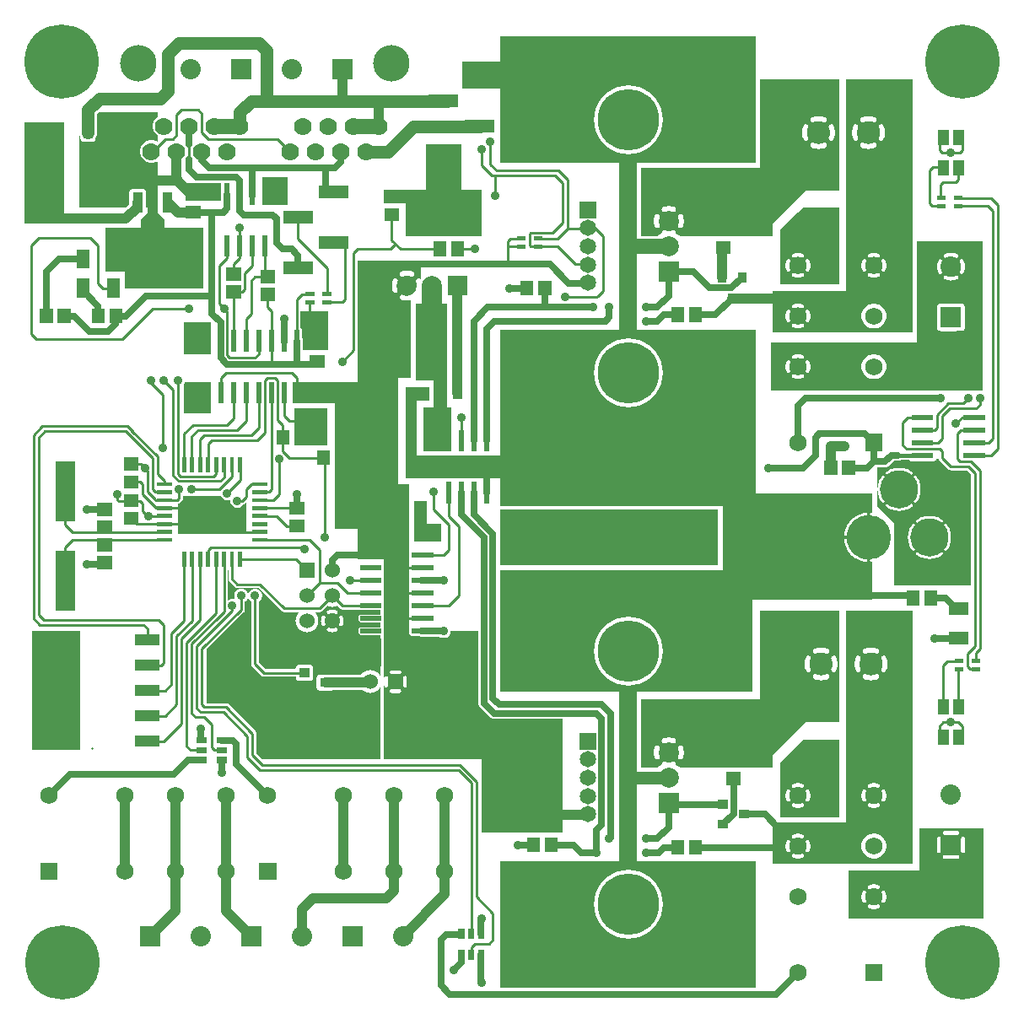
<source format=gbr>
G04 start of page 2 for group 0 idx 0 *
G04 Title: (unknown), component *
G04 Creator: pcb 20140316 *
G04 CreationDate: Tue 07 Jul 2015 02:36:49 AM GMT UTC *
G04 For: ndholmes *
G04 Format: Gerber/RS-274X *
G04 PCB-Dimensions (mil): 3900.00 3900.00 *
G04 PCB-Coordinate-Origin: lower left *
%MOIN*%
%FSLAX25Y25*%
%LNTOP*%
%ADD54C,0.1100*%
%ADD53C,0.1250*%
%ADD52C,0.1080*%
%ADD51C,0.0450*%
%ADD50C,0.0380*%
%ADD49C,0.0480*%
%ADD48C,0.1285*%
%ADD47C,0.1280*%
%ADD46C,0.0350*%
%ADD45C,0.0200*%
%ADD44C,0.0360*%
%ADD43R,0.0378X0.0378*%
%ADD42R,0.0945X0.0945*%
%ADD41R,0.0157X0.0157*%
%ADD40R,0.0787X0.0787*%
%ADD39R,0.0440X0.0440*%
%ADD38R,0.0630X0.0630*%
%ADD37R,0.0360X0.0360*%
%ADD36R,0.0200X0.0200*%
%ADD35R,0.0906X0.0906*%
%ADD34R,0.0340X0.0340*%
%ADD33R,0.0240X0.0240*%
%ADD32R,0.0430X0.0430*%
%ADD31R,0.0500X0.0500*%
%ADD30R,0.0512X0.0512*%
%ADD29R,0.0167X0.0167*%
%ADD28C,0.0900*%
%ADD27C,0.1500*%
%ADD26C,0.1750*%
%ADD25C,0.2420*%
%ADD24C,0.0787*%
%ADD23C,0.0650*%
%ADD22C,0.0680*%
%ADD21C,0.2937*%
%ADD20C,0.1440*%
%ADD19C,0.0700*%
%ADD18C,0.0500*%
%ADD17C,0.0800*%
%ADD16C,0.0150*%
%ADD15C,0.0600*%
%ADD14C,0.0100*%
%ADD13C,0.0250*%
%ADD12C,0.0400*%
%ADD11C,0.0001*%
G54D11*G36*
X341964Y356000D02*X353500D01*
Y266000D01*
X341964D01*
Y269596D01*
X341976Y269611D01*
X342379Y270269D01*
X342675Y270981D01*
X342855Y271731D01*
X342900Y272500D01*
X342855Y273269D01*
X342675Y274019D01*
X342379Y274731D01*
X341976Y275389D01*
X341964Y275404D01*
Y290064D01*
X342049Y290089D01*
X342155Y290139D01*
X342253Y290206D01*
X342339Y290287D01*
X342411Y290380D01*
X342466Y290484D01*
X342641Y290912D01*
X342770Y291355D01*
X342857Y291809D01*
X342900Y292269D01*
Y292731D01*
X342857Y293191D01*
X342770Y293645D01*
X342641Y294088D01*
X342471Y294518D01*
X342415Y294622D01*
X342342Y294716D01*
X342255Y294797D01*
X342157Y294864D01*
X342050Y294914D01*
X341964Y294940D01*
Y342789D01*
X342010Y342904D01*
X342179Y343489D01*
X342293Y344088D01*
X342350Y344695D01*
Y345305D01*
X342293Y345912D01*
X342179Y346511D01*
X342010Y347097D01*
X341964Y347215D01*
Y356000D01*
G37*
G36*
Y266000D02*X337992D01*
Y267585D01*
X338000Y267585D01*
X338769Y267645D01*
X339519Y267825D01*
X340231Y268121D01*
X340889Y268524D01*
X341476Y269024D01*
X341964Y269596D01*
Y266000D01*
G37*
G36*
X337992Y356000D02*X341964D01*
Y347215D01*
X341787Y347664D01*
X341712Y347803D01*
X341615Y347928D01*
X341500Y348037D01*
X341370Y348126D01*
X341227Y348194D01*
X341075Y348238D01*
X340918Y348258D01*
X340760Y348254D01*
X340604Y348224D01*
X340455Y348171D01*
X340317Y348095D01*
X340191Y347999D01*
X340083Y347884D01*
X339994Y347753D01*
X339926Y347610D01*
X339881Y347458D01*
X339861Y347301D01*
X339866Y347143D01*
X339895Y346988D01*
X339951Y346840D01*
X340110Y346450D01*
X340227Y346045D01*
X340306Y345631D01*
X340345Y345211D01*
Y344789D01*
X340306Y344369D01*
X340227Y343955D01*
X340110Y343550D01*
X339956Y343158D01*
X339900Y343011D01*
X339871Y342856D01*
X339866Y342699D01*
X339886Y342543D01*
X339931Y342392D01*
X339998Y342249D01*
X340087Y342119D01*
X340195Y342005D01*
X340319Y341909D01*
X340457Y341833D01*
X340606Y341780D01*
X340760Y341751D01*
X340918Y341747D01*
X341074Y341767D01*
X341225Y341811D01*
X341367Y341878D01*
X341497Y341967D01*
X341612Y342075D01*
X341708Y342200D01*
X341780Y342339D01*
X341964Y342789D01*
Y294940D01*
X341936Y294948D01*
X341818Y294962D01*
X341700Y294959D01*
X341583Y294937D01*
X341472Y294896D01*
X341368Y294839D01*
X341274Y294766D01*
X341193Y294680D01*
X341126Y294582D01*
X341075Y294475D01*
X341042Y294361D01*
X341027Y294243D01*
X341031Y294124D01*
X341053Y294008D01*
X341096Y293897D01*
X341217Y293601D01*
X341306Y293293D01*
X341366Y292979D01*
X341396Y292660D01*
Y292340D01*
X341366Y292021D01*
X341306Y291707D01*
X341217Y291399D01*
X341099Y291101D01*
X341057Y290991D01*
X341035Y290875D01*
X341031Y290757D01*
X341046Y290640D01*
X341079Y290527D01*
X341129Y290420D01*
X341196Y290322D01*
X341276Y290236D01*
X341370Y290164D01*
X341473Y290107D01*
X341584Y290067D01*
X341700Y290045D01*
X341818Y290041D01*
X341935Y290056D01*
X341964Y290064D01*
Y275404D01*
X341476Y275976D01*
X340889Y276476D01*
X340231Y276879D01*
X339519Y277175D01*
X338769Y277355D01*
X338000Y277415D01*
X337992Y277415D01*
Y287600D01*
X338231D01*
X338691Y287643D01*
X339145Y287730D01*
X339588Y287859D01*
X340018Y288029D01*
X340122Y288085D01*
X340216Y288158D01*
X340297Y288245D01*
X340364Y288343D01*
X340414Y288450D01*
X340448Y288564D01*
X340462Y288682D01*
X340459Y288800D01*
X340436Y288917D01*
X340396Y289028D01*
X340339Y289132D01*
X340266Y289226D01*
X340180Y289307D01*
X340082Y289374D01*
X339975Y289425D01*
X339861Y289458D01*
X339743Y289473D01*
X339624Y289469D01*
X339508Y289447D01*
X339397Y289404D01*
X339101Y289283D01*
X338793Y289194D01*
X338479Y289134D01*
X338160Y289104D01*
X337992D01*
Y295896D01*
X338160D01*
X338479Y295866D01*
X338793Y295806D01*
X339101Y295717D01*
X339399Y295599D01*
X339509Y295557D01*
X339625Y295535D01*
X339743Y295531D01*
X339860Y295546D01*
X339973Y295579D01*
X340080Y295629D01*
X340178Y295696D01*
X340264Y295776D01*
X340336Y295870D01*
X340393Y295973D01*
X340433Y296084D01*
X340455Y296200D01*
X340459Y296318D01*
X340444Y296435D01*
X340411Y296549D01*
X340361Y296655D01*
X340294Y296753D01*
X340213Y296839D01*
X340120Y296911D01*
X340016Y296966D01*
X339588Y297141D01*
X339145Y297270D01*
X338691Y297357D01*
X338231Y297400D01*
X337992D01*
Y338858D01*
X338514Y339063D01*
X338653Y339138D01*
X338778Y339235D01*
X338887Y339350D01*
X338976Y339480D01*
X339044Y339623D01*
X339088Y339775D01*
X339108Y339932D01*
X339104Y340090D01*
X339074Y340246D01*
X339021Y340395D01*
X338945Y340533D01*
X338849Y340659D01*
X338734Y340767D01*
X338603Y340856D01*
X338460Y340924D01*
X338308Y340969D01*
X338151Y340989D01*
X337993Y340984D01*
X337992Y340984D01*
Y349021D01*
X337994Y349021D01*
X338151Y349016D01*
X338307Y349036D01*
X338458Y349081D01*
X338601Y349148D01*
X338731Y349237D01*
X338845Y349345D01*
X338941Y349469D01*
X339017Y349607D01*
X339070Y349756D01*
X339099Y349910D01*
X339103Y350068D01*
X339083Y350224D01*
X339039Y350375D01*
X338972Y350517D01*
X338883Y350647D01*
X338775Y350762D01*
X338650Y350858D01*
X338511Y350930D01*
X337992Y351141D01*
Y356000D01*
G37*
G36*
X334036Y269596D02*X334524Y269024D01*
X335111Y268524D01*
X335769Y268121D01*
X336481Y267825D01*
X337231Y267645D01*
X337992Y267585D01*
Y266000D01*
X334036D01*
Y269596D01*
G37*
G36*
Y338758D02*X334339Y338671D01*
X334938Y338557D01*
X335545Y338500D01*
X336155D01*
X336762Y338557D01*
X337361Y338671D01*
X337946Y338840D01*
X337992Y338858D01*
Y297400D01*
X337769D01*
X337309Y297357D01*
X336855Y297270D01*
X336412Y297141D01*
X335982Y296971D01*
X335878Y296915D01*
X335784Y296842D01*
X335703Y296755D01*
X335636Y296657D01*
X335586Y296550D01*
X335552Y296436D01*
X335538Y296318D01*
X335541Y296200D01*
X335563Y296083D01*
X335604Y295972D01*
X335661Y295868D01*
X335734Y295774D01*
X335820Y295693D01*
X335918Y295626D01*
X336025Y295575D01*
X336139Y295542D01*
X336257Y295527D01*
X336376Y295531D01*
X336492Y295553D01*
X336603Y295596D01*
X336899Y295717D01*
X337207Y295806D01*
X337521Y295866D01*
X337840Y295896D01*
X337992D01*
Y289104D01*
X337840D01*
X337521Y289134D01*
X337207Y289194D01*
X336899Y289283D01*
X336601Y289401D01*
X336491Y289443D01*
X336375Y289465D01*
X336257Y289469D01*
X336140Y289454D01*
X336027Y289421D01*
X335920Y289371D01*
X335822Y289304D01*
X335736Y289224D01*
X335664Y289130D01*
X335607Y289027D01*
X335567Y288916D01*
X335545Y288800D01*
X335541Y288682D01*
X335556Y288565D01*
X335589Y288451D01*
X335639Y288345D01*
X335706Y288247D01*
X335787Y288161D01*
X335880Y288089D01*
X335984Y288034D01*
X336412Y287859D01*
X336855Y287730D01*
X337309Y287643D01*
X337769Y287600D01*
X337992D01*
Y277415D01*
X337231Y277355D01*
X336481Y277175D01*
X335769Y276879D01*
X335111Y276476D01*
X334524Y275976D01*
X334036Y275404D01*
Y290060D01*
X334064Y290052D01*
X334182Y290038D01*
X334300Y290041D01*
X334417Y290064D01*
X334528Y290104D01*
X334632Y290161D01*
X334726Y290234D01*
X334807Y290320D01*
X334874Y290418D01*
X334925Y290525D01*
X334958Y290639D01*
X334973Y290757D01*
X334969Y290876D01*
X334947Y290992D01*
X334904Y291103D01*
X334783Y291399D01*
X334694Y291707D01*
X334634Y292021D01*
X334604Y292340D01*
Y292660D01*
X334634Y292979D01*
X334694Y293293D01*
X334783Y293601D01*
X334901Y293899D01*
X334943Y294009D01*
X334965Y294125D01*
X334969Y294243D01*
X334954Y294360D01*
X334921Y294473D01*
X334871Y294580D01*
X334804Y294678D01*
X334724Y294764D01*
X334630Y294836D01*
X334527Y294893D01*
X334416Y294933D01*
X334300Y294955D01*
X334182Y294959D01*
X334065Y294944D01*
X334036Y294936D01*
Y338758D01*
G37*
G36*
Y349112D02*X334400Y349260D01*
X334805Y349377D01*
X335219Y349456D01*
X335639Y349495D01*
X336061D01*
X336481Y349456D01*
X336895Y349377D01*
X337300Y349260D01*
X337692Y349106D01*
X337839Y349050D01*
X337992Y349021D01*
Y340984D01*
X337838Y340955D01*
X337690Y340899D01*
X337300Y340740D01*
X336895Y340623D01*
X336481Y340544D01*
X336061Y340505D01*
X335639D01*
X335219Y340544D01*
X334805Y340623D01*
X334400Y340740D01*
X334036Y340883D01*
Y349112D01*
G37*
G36*
Y356000D02*X337992D01*
Y351141D01*
X337946Y351160D01*
X337361Y351329D01*
X336762Y351443D01*
X336155Y351500D01*
X335545D01*
X334938Y351443D01*
X334339Y351329D01*
X334036Y351242D01*
Y356000D01*
G37*
G36*
X330594D02*X334036D01*
Y351242D01*
X333753Y351160D01*
X333186Y350937D01*
X333047Y350862D01*
X332922Y350765D01*
X332813Y350650D01*
X332724Y350520D01*
X332656Y350377D01*
X332612Y350225D01*
X332592Y350068D01*
X332596Y349910D01*
X332626Y349754D01*
X332679Y349605D01*
X332755Y349467D01*
X332851Y349341D01*
X332966Y349233D01*
X333097Y349144D01*
X333240Y349076D01*
X333392Y349031D01*
X333549Y349011D01*
X333707Y349016D01*
X333862Y349045D01*
X334010Y349101D01*
X334036Y349112D01*
Y340883D01*
X334008Y340894D01*
X333861Y340950D01*
X333706Y340979D01*
X333549Y340984D01*
X333393Y340964D01*
X333242Y340919D01*
X333099Y340852D01*
X332969Y340763D01*
X332855Y340655D01*
X332759Y340531D01*
X332683Y340393D01*
X332630Y340244D01*
X332601Y340090D01*
X332597Y339932D01*
X332617Y339776D01*
X332661Y339625D01*
X332728Y339483D01*
X332817Y339353D01*
X332925Y339238D01*
X333050Y339142D01*
X333189Y339070D01*
X333753Y338840D01*
X334036Y338758D01*
Y294936D01*
X333951Y294911D01*
X333845Y294861D01*
X333747Y294794D01*
X333661Y294713D01*
X333589Y294620D01*
X333534Y294516D01*
X333359Y294088D01*
X333230Y293645D01*
X333143Y293191D01*
X333100Y292731D01*
Y292269D01*
X333143Y291809D01*
X333230Y291355D01*
X333359Y290912D01*
X333529Y290482D01*
X333585Y290378D01*
X333658Y290284D01*
X333745Y290203D01*
X333843Y290136D01*
X333950Y290086D01*
X334036Y290060D01*
Y275404D01*
X334024Y275389D01*
X333621Y274731D01*
X333325Y274019D01*
X333145Y273269D01*
X333085Y272500D01*
X333145Y271731D01*
X333325Y270981D01*
X333621Y270269D01*
X334024Y269611D01*
X334036Y269596D01*
Y266000D01*
X330594D01*
Y341771D01*
X330625Y341762D01*
X330782Y341742D01*
X330940Y341746D01*
X331096Y341776D01*
X331245Y341829D01*
X331383Y341905D01*
X331509Y342001D01*
X331617Y342116D01*
X331706Y342247D01*
X331774Y342390D01*
X331819Y342542D01*
X331839Y342699D01*
X331834Y342857D01*
X331805Y343012D01*
X331749Y343160D01*
X331590Y343550D01*
X331473Y343955D01*
X331394Y344369D01*
X331355Y344789D01*
Y345211D01*
X331394Y345631D01*
X331473Y346045D01*
X331590Y346450D01*
X331744Y346842D01*
X331800Y346989D01*
X331829Y347144D01*
X331834Y347301D01*
X331814Y347457D01*
X331769Y347608D01*
X331702Y347751D01*
X331613Y347881D01*
X331505Y347995D01*
X331381Y348091D01*
X331243Y348167D01*
X331094Y348220D01*
X330940Y348249D01*
X330782Y348253D01*
X330626Y348233D01*
X330594Y348224D01*
Y356000D01*
G37*
G36*
X327000D02*X330594D01*
Y348224D01*
X330475Y348189D01*
X330333Y348122D01*
X330203Y348033D01*
X330088Y347925D01*
X329992Y347800D01*
X329920Y347661D01*
X329690Y347097D01*
X329521Y346511D01*
X329407Y345912D01*
X329350Y345305D01*
Y344695D01*
X329407Y344088D01*
X329521Y343489D01*
X329690Y342904D01*
X329913Y342336D01*
X329988Y342197D01*
X330085Y342072D01*
X330200Y341963D01*
X330330Y341874D01*
X330473Y341806D01*
X330594Y341771D01*
Y266000D01*
X327000D01*
Y356000D01*
G37*
G36*
X337992Y282500D02*X345500D01*
Y266000D01*
X337992D01*
Y267585D01*
X338000Y267585D01*
X338769Y267645D01*
X339519Y267825D01*
X340231Y268121D01*
X340889Y268524D01*
X341476Y269024D01*
X341976Y269611D01*
X342379Y270269D01*
X342675Y270981D01*
X342855Y271731D01*
X342900Y272500D01*
X342855Y273269D01*
X342675Y274019D01*
X342379Y274731D01*
X341976Y275389D01*
X341476Y275976D01*
X340889Y276476D01*
X340231Y276879D01*
X339519Y277175D01*
X338769Y277355D01*
X338000Y277415D01*
X337992Y277415D01*
Y282500D01*
G37*
G36*
X311964D02*X337992D01*
Y277415D01*
X337231Y277355D01*
X336481Y277175D01*
X335769Y276879D01*
X335111Y276476D01*
X334524Y275976D01*
X334024Y275389D01*
X333621Y274731D01*
X333325Y274019D01*
X333145Y273269D01*
X333085Y272500D01*
X333145Y271731D01*
X333325Y270981D01*
X333621Y270269D01*
X334024Y269611D01*
X334524Y269024D01*
X335111Y268524D01*
X335769Y268121D01*
X336481Y267825D01*
X337231Y267645D01*
X337992Y267585D01*
Y266000D01*
X311964D01*
Y270064D01*
X312049Y270089D01*
X312155Y270139D01*
X312253Y270206D01*
X312339Y270287D01*
X312411Y270380D01*
X312466Y270484D01*
X312641Y270912D01*
X312770Y271355D01*
X312857Y271809D01*
X312900Y272269D01*
Y272731D01*
X312857Y273191D01*
X312770Y273645D01*
X312641Y274088D01*
X312471Y274518D01*
X312415Y274622D01*
X312342Y274716D01*
X312255Y274797D01*
X312157Y274864D01*
X312050Y274914D01*
X311964Y274940D01*
Y282500D01*
G37*
G36*
X308002D02*X311964D01*
Y274940D01*
X311936Y274948D01*
X311818Y274962D01*
X311700Y274959D01*
X311583Y274937D01*
X311472Y274896D01*
X311368Y274839D01*
X311274Y274766D01*
X311193Y274680D01*
X311126Y274582D01*
X311075Y274475D01*
X311042Y274361D01*
X311027Y274243D01*
X311031Y274124D01*
X311053Y274008D01*
X311096Y273897D01*
X311217Y273601D01*
X311306Y273293D01*
X311366Y272979D01*
X311396Y272660D01*
Y272340D01*
X311366Y272021D01*
X311306Y271707D01*
X311217Y271399D01*
X311099Y271101D01*
X311057Y270991D01*
X311035Y270875D01*
X311031Y270757D01*
X311046Y270640D01*
X311079Y270527D01*
X311129Y270420D01*
X311196Y270322D01*
X311276Y270236D01*
X311370Y270164D01*
X311473Y270107D01*
X311584Y270067D01*
X311700Y270045D01*
X311818Y270041D01*
X311935Y270056D01*
X311964Y270064D01*
Y266000D01*
X308002D01*
Y267600D01*
X308231D01*
X308691Y267643D01*
X309145Y267730D01*
X309588Y267859D01*
X310018Y268029D01*
X310122Y268085D01*
X310216Y268158D01*
X310297Y268245D01*
X310364Y268343D01*
X310414Y268450D01*
X310448Y268564D01*
X310462Y268682D01*
X310459Y268800D01*
X310436Y268917D01*
X310396Y269028D01*
X310339Y269132D01*
X310266Y269226D01*
X310180Y269307D01*
X310082Y269374D01*
X309975Y269425D01*
X309861Y269458D01*
X309743Y269473D01*
X309624Y269469D01*
X309508Y269447D01*
X309397Y269404D01*
X309101Y269283D01*
X308793Y269194D01*
X308479Y269134D01*
X308160Y269104D01*
X308002D01*
Y275896D01*
X308160D01*
X308479Y275866D01*
X308793Y275806D01*
X309101Y275717D01*
X309399Y275599D01*
X309509Y275557D01*
X309625Y275535D01*
X309743Y275531D01*
X309860Y275546D01*
X309973Y275579D01*
X310080Y275629D01*
X310178Y275696D01*
X310264Y275776D01*
X310336Y275870D01*
X310393Y275973D01*
X310433Y276084D01*
X310455Y276200D01*
X310459Y276318D01*
X310444Y276435D01*
X310411Y276549D01*
X310361Y276655D01*
X310294Y276753D01*
X310213Y276839D01*
X310120Y276911D01*
X310016Y276966D01*
X309588Y277141D01*
X309145Y277270D01*
X308691Y277357D01*
X308231Y277400D01*
X308002D01*
Y282500D01*
G37*
G36*
X304036D02*X308002D01*
Y277400D01*
X307769D01*
X307309Y277357D01*
X306855Y277270D01*
X306412Y277141D01*
X305982Y276971D01*
X305878Y276915D01*
X305784Y276842D01*
X305703Y276755D01*
X305636Y276657D01*
X305586Y276550D01*
X305552Y276436D01*
X305538Y276318D01*
X305541Y276200D01*
X305563Y276083D01*
X305604Y275972D01*
X305661Y275868D01*
X305734Y275774D01*
X305820Y275693D01*
X305918Y275626D01*
X306025Y275575D01*
X306139Y275542D01*
X306257Y275527D01*
X306376Y275531D01*
X306492Y275553D01*
X306603Y275596D01*
X306899Y275717D01*
X307207Y275806D01*
X307521Y275866D01*
X307840Y275896D01*
X308002D01*
Y269104D01*
X307840D01*
X307521Y269134D01*
X307207Y269194D01*
X306899Y269283D01*
X306601Y269401D01*
X306491Y269443D01*
X306375Y269465D01*
X306257Y269469D01*
X306140Y269454D01*
X306027Y269421D01*
X305920Y269371D01*
X305822Y269304D01*
X305736Y269224D01*
X305664Y269130D01*
X305607Y269027D01*
X305567Y268916D01*
X305545Y268800D01*
X305541Y268682D01*
X305556Y268565D01*
X305589Y268451D01*
X305639Y268345D01*
X305706Y268247D01*
X305787Y268161D01*
X305880Y268089D01*
X305984Y268034D01*
X306412Y267859D01*
X306855Y267730D01*
X307309Y267643D01*
X307769Y267600D01*
X308002D01*
Y266000D01*
X304036D01*
Y270060D01*
X304064Y270052D01*
X304182Y270038D01*
X304300Y270041D01*
X304417Y270064D01*
X304528Y270104D01*
X304632Y270161D01*
X304726Y270234D01*
X304807Y270320D01*
X304874Y270418D01*
X304925Y270525D01*
X304958Y270639D01*
X304973Y270757D01*
X304969Y270876D01*
X304947Y270992D01*
X304904Y271103D01*
X304783Y271399D01*
X304694Y271707D01*
X304634Y272021D01*
X304604Y272340D01*
Y272660D01*
X304634Y272979D01*
X304694Y273293D01*
X304783Y273601D01*
X304901Y273899D01*
X304943Y274009D01*
X304965Y274125D01*
X304969Y274243D01*
X304954Y274360D01*
X304921Y274473D01*
X304871Y274580D01*
X304804Y274678D01*
X304724Y274764D01*
X304630Y274836D01*
X304527Y274893D01*
X304416Y274933D01*
X304300Y274955D01*
X304182Y274959D01*
X304065Y274944D01*
X304036Y274936D01*
Y282500D01*
G37*
G36*
X298000D02*X304036D01*
Y274936D01*
X303951Y274911D01*
X303845Y274861D01*
X303747Y274794D01*
X303661Y274713D01*
X303589Y274620D01*
X303534Y274516D01*
X303359Y274088D01*
X303230Y273645D01*
X303143Y273191D01*
X303100Y272731D01*
Y272269D01*
X303143Y271809D01*
X303230Y271355D01*
X303359Y270912D01*
X303529Y270482D01*
X303585Y270378D01*
X303658Y270284D01*
X303745Y270203D01*
X303843Y270136D01*
X303950Y270086D01*
X304036Y270060D01*
Y266000D01*
X298000D01*
Y282500D01*
G37*
G36*
X324500Y285000D02*X311964D01*
Y290064D01*
X312049Y290089D01*
X312155Y290139D01*
X312253Y290206D01*
X312339Y290287D01*
X312411Y290380D01*
X312466Y290484D01*
X312641Y290912D01*
X312770Y291355D01*
X312857Y291809D01*
X312900Y292269D01*
Y292731D01*
X312857Y293191D01*
X312770Y293645D01*
X312641Y294088D01*
X312471Y294518D01*
X312415Y294622D01*
X312342Y294716D01*
X312255Y294797D01*
X312157Y294864D01*
X312050Y294914D01*
X311964Y294940D01*
Y315500D01*
X324500D01*
Y285000D01*
G37*
G36*
X311964D02*X308002D01*
Y287600D01*
X308231D01*
X308691Y287643D01*
X309145Y287730D01*
X309588Y287859D01*
X310018Y288029D01*
X310122Y288085D01*
X310216Y288158D01*
X310297Y288245D01*
X310364Y288343D01*
X310414Y288450D01*
X310448Y288564D01*
X310462Y288682D01*
X310459Y288800D01*
X310436Y288917D01*
X310396Y289028D01*
X310339Y289132D01*
X310266Y289226D01*
X310180Y289307D01*
X310082Y289374D01*
X309975Y289425D01*
X309861Y289458D01*
X309743Y289473D01*
X309624Y289469D01*
X309508Y289447D01*
X309397Y289404D01*
X309101Y289283D01*
X308793Y289194D01*
X308479Y289134D01*
X308160Y289104D01*
X308002D01*
Y295896D01*
X308160D01*
X308479Y295866D01*
X308793Y295806D01*
X309101Y295717D01*
X309399Y295599D01*
X309509Y295557D01*
X309625Y295535D01*
X309743Y295531D01*
X309860Y295546D01*
X309973Y295579D01*
X310080Y295629D01*
X310178Y295696D01*
X310264Y295776D01*
X310336Y295870D01*
X310393Y295973D01*
X310433Y296084D01*
X310455Y296200D01*
X310459Y296318D01*
X310444Y296435D01*
X310411Y296549D01*
X310361Y296655D01*
X310294Y296753D01*
X310213Y296839D01*
X310120Y296911D01*
X310016Y296966D01*
X309588Y297141D01*
X309145Y297270D01*
X308691Y297357D01*
X308231Y297400D01*
X308002D01*
Y313502D01*
X310000Y315500D01*
X311964D01*
Y294940D01*
X311936Y294948D01*
X311818Y294962D01*
X311700Y294959D01*
X311583Y294937D01*
X311472Y294896D01*
X311368Y294839D01*
X311274Y294766D01*
X311193Y294680D01*
X311126Y294582D01*
X311075Y294475D01*
X311042Y294361D01*
X311027Y294243D01*
X311031Y294124D01*
X311053Y294008D01*
X311096Y293897D01*
X311217Y293601D01*
X311306Y293293D01*
X311366Y292979D01*
X311396Y292660D01*
Y292340D01*
X311366Y292021D01*
X311306Y291707D01*
X311217Y291399D01*
X311099Y291101D01*
X311057Y290991D01*
X311035Y290875D01*
X311031Y290757D01*
X311046Y290640D01*
X311079Y290527D01*
X311129Y290420D01*
X311196Y290322D01*
X311276Y290236D01*
X311370Y290164D01*
X311473Y290107D01*
X311584Y290067D01*
X311700Y290045D01*
X311818Y290041D01*
X311935Y290056D01*
X311964Y290064D01*
Y285000D01*
G37*
G36*
X308002D02*X304036D01*
Y290060D01*
X304064Y290052D01*
X304182Y290038D01*
X304300Y290041D01*
X304417Y290064D01*
X304528Y290104D01*
X304632Y290161D01*
X304726Y290234D01*
X304807Y290320D01*
X304874Y290418D01*
X304925Y290525D01*
X304958Y290639D01*
X304973Y290757D01*
X304969Y290876D01*
X304947Y290992D01*
X304904Y291103D01*
X304783Y291399D01*
X304694Y291707D01*
X304634Y292021D01*
X304604Y292340D01*
Y292660D01*
X304634Y292979D01*
X304694Y293293D01*
X304783Y293601D01*
X304901Y293899D01*
X304943Y294009D01*
X304965Y294125D01*
X304969Y294243D01*
X304954Y294360D01*
X304921Y294473D01*
X304871Y294580D01*
X304804Y294678D01*
X304724Y294764D01*
X304630Y294836D01*
X304527Y294893D01*
X304416Y294933D01*
X304300Y294955D01*
X304182Y294959D01*
X304065Y294944D01*
X304036Y294936D01*
Y309536D01*
X308002Y313502D01*
Y297400D01*
X307769D01*
X307309Y297357D01*
X306855Y297270D01*
X306412Y297141D01*
X305982Y296971D01*
X305878Y296915D01*
X305784Y296842D01*
X305703Y296755D01*
X305636Y296657D01*
X305586Y296550D01*
X305552Y296436D01*
X305538Y296318D01*
X305541Y296200D01*
X305563Y296083D01*
X305604Y295972D01*
X305661Y295868D01*
X305734Y295774D01*
X305820Y295693D01*
X305918Y295626D01*
X306025Y295575D01*
X306139Y295542D01*
X306257Y295527D01*
X306376Y295531D01*
X306492Y295553D01*
X306603Y295596D01*
X306899Y295717D01*
X307207Y295806D01*
X307521Y295866D01*
X307840Y295896D01*
X308002D01*
Y289104D01*
X307840D01*
X307521Y289134D01*
X307207Y289194D01*
X306899Y289283D01*
X306601Y289401D01*
X306491Y289443D01*
X306375Y289465D01*
X306257Y289469D01*
X306140Y289454D01*
X306027Y289421D01*
X305920Y289371D01*
X305822Y289304D01*
X305736Y289224D01*
X305664Y289130D01*
X305607Y289027D01*
X305567Y288916D01*
X305545Y288800D01*
X305541Y288682D01*
X305556Y288565D01*
X305589Y288451D01*
X305639Y288345D01*
X305706Y288247D01*
X305787Y288161D01*
X305880Y288089D01*
X305984Y288034D01*
X306412Y287859D01*
X306855Y287730D01*
X307309Y287643D01*
X307769Y287600D01*
X308002D01*
Y285000D01*
G37*
G36*
X304036D02*X301000D01*
Y306500D01*
X304036Y309536D01*
Y294936D01*
X303951Y294911D01*
X303845Y294861D01*
X303747Y294794D01*
X303661Y294713D01*
X303589Y294620D01*
X303534Y294516D01*
X303359Y294088D01*
X303230Y293645D01*
X303143Y293191D01*
X303100Y292731D01*
Y292269D01*
X303143Y291809D01*
X303230Y291355D01*
X303359Y290912D01*
X303529Y290482D01*
X303585Y290378D01*
X303658Y290284D01*
X303745Y290203D01*
X303843Y290136D01*
X303950Y290086D01*
X304036Y290060D01*
Y285000D01*
G37*
G36*
X341106Y366000D02*X353500D01*
Y336500D01*
X341106D01*
Y341776D01*
X341225Y341811D01*
X341367Y341878D01*
X341497Y341967D01*
X341612Y342075D01*
X341708Y342200D01*
X341780Y342339D01*
X342010Y342904D01*
X342179Y343489D01*
X342293Y344088D01*
X342350Y344695D01*
Y345305D01*
X342293Y345912D01*
X342179Y346511D01*
X342010Y347097D01*
X341787Y347664D01*
X341712Y347803D01*
X341615Y347928D01*
X341500Y348037D01*
X341370Y348126D01*
X341227Y348194D01*
X341106Y348229D01*
Y366000D01*
G37*
G36*
X335852D02*X341106D01*
Y348229D01*
X341075Y348238D01*
X340918Y348258D01*
X340760Y348254D01*
X340604Y348224D01*
X340455Y348171D01*
X340317Y348095D01*
X340191Y347999D01*
X340083Y347884D01*
X339994Y347753D01*
X339926Y347610D01*
X339881Y347458D01*
X339861Y347301D01*
X339866Y347143D01*
X339895Y346988D01*
X339951Y346840D01*
X340110Y346450D01*
X340227Y346045D01*
X340306Y345631D01*
X340345Y345211D01*
Y344789D01*
X340306Y344369D01*
X340227Y343955D01*
X340110Y343550D01*
X339956Y343158D01*
X339900Y343011D01*
X339871Y342856D01*
X339866Y342699D01*
X339886Y342543D01*
X339931Y342392D01*
X339998Y342249D01*
X340087Y342119D01*
X340195Y342005D01*
X340319Y341909D01*
X340457Y341833D01*
X340606Y341780D01*
X340760Y341751D01*
X340918Y341747D01*
X341074Y341767D01*
X341106Y341776D01*
Y336500D01*
X335852D01*
Y338500D01*
X336155D01*
X336762Y338557D01*
X337361Y338671D01*
X337946Y338840D01*
X338514Y339063D01*
X338653Y339138D01*
X338778Y339235D01*
X338887Y339350D01*
X338976Y339480D01*
X339044Y339623D01*
X339088Y339775D01*
X339108Y339932D01*
X339104Y340090D01*
X339074Y340246D01*
X339021Y340395D01*
X338945Y340533D01*
X338849Y340659D01*
X338734Y340767D01*
X338603Y340856D01*
X338460Y340924D01*
X338308Y340969D01*
X338151Y340989D01*
X337993Y340984D01*
X337838Y340955D01*
X337690Y340899D01*
X337300Y340740D01*
X336895Y340623D01*
X336481Y340544D01*
X336061Y340505D01*
X335852D01*
Y349495D01*
X336061D01*
X336481Y349456D01*
X336895Y349377D01*
X337300Y349260D01*
X337692Y349106D01*
X337839Y349050D01*
X337994Y349021D01*
X338151Y349016D01*
X338307Y349036D01*
X338458Y349081D01*
X338601Y349148D01*
X338731Y349237D01*
X338845Y349345D01*
X338941Y349469D01*
X339017Y349607D01*
X339070Y349756D01*
X339099Y349910D01*
X339103Y350068D01*
X339083Y350224D01*
X339039Y350375D01*
X338972Y350517D01*
X338883Y350647D01*
X338775Y350762D01*
X338650Y350858D01*
X338511Y350930D01*
X337946Y351160D01*
X337361Y351329D01*
X336762Y351443D01*
X336155Y351500D01*
X335852D01*
Y366000D01*
G37*
G36*
X330594D02*X335852D01*
Y351500D01*
X335545D01*
X334938Y351443D01*
X334339Y351329D01*
X333753Y351160D01*
X333186Y350937D01*
X333047Y350862D01*
X332922Y350765D01*
X332813Y350650D01*
X332724Y350520D01*
X332656Y350377D01*
X332612Y350225D01*
X332592Y350068D01*
X332596Y349910D01*
X332626Y349754D01*
X332679Y349605D01*
X332755Y349467D01*
X332851Y349341D01*
X332966Y349233D01*
X333097Y349144D01*
X333240Y349076D01*
X333392Y349031D01*
X333549Y349011D01*
X333707Y349016D01*
X333862Y349045D01*
X334010Y349101D01*
X334400Y349260D01*
X334805Y349377D01*
X335219Y349456D01*
X335639Y349495D01*
X335852D01*
Y340505D01*
X335639D01*
X335219Y340544D01*
X334805Y340623D01*
X334400Y340740D01*
X334008Y340894D01*
X333861Y340950D01*
X333706Y340979D01*
X333549Y340984D01*
X333393Y340964D01*
X333242Y340919D01*
X333099Y340852D01*
X332969Y340763D01*
X332855Y340655D01*
X332759Y340531D01*
X332683Y340393D01*
X332630Y340244D01*
X332601Y340090D01*
X332597Y339932D01*
X332617Y339776D01*
X332661Y339625D01*
X332728Y339483D01*
X332817Y339353D01*
X332925Y339238D01*
X333050Y339142D01*
X333189Y339070D01*
X333753Y338840D01*
X334339Y338671D01*
X334938Y338557D01*
X335545Y338500D01*
X335852D01*
Y336500D01*
X330594D01*
Y341771D01*
X330625Y341762D01*
X330782Y341742D01*
X330940Y341746D01*
X331096Y341776D01*
X331245Y341829D01*
X331383Y341905D01*
X331509Y342001D01*
X331617Y342116D01*
X331706Y342247D01*
X331774Y342390D01*
X331819Y342542D01*
X331839Y342699D01*
X331834Y342857D01*
X331805Y343012D01*
X331749Y343160D01*
X331590Y343550D01*
X331473Y343955D01*
X331394Y344369D01*
X331355Y344789D01*
Y345211D01*
X331394Y345631D01*
X331473Y346045D01*
X331590Y346450D01*
X331744Y346842D01*
X331800Y346989D01*
X331829Y347144D01*
X331834Y347301D01*
X331814Y347457D01*
X331769Y347608D01*
X331702Y347751D01*
X331613Y347881D01*
X331505Y347995D01*
X331381Y348091D01*
X331243Y348167D01*
X331094Y348220D01*
X330940Y348249D01*
X330782Y348253D01*
X330626Y348233D01*
X330594Y348224D01*
Y366000D01*
G37*
G36*
X327000D02*X330594D01*
Y348224D01*
X330475Y348189D01*
X330333Y348122D01*
X330203Y348033D01*
X330088Y347925D01*
X329992Y347800D01*
X329920Y347661D01*
X329690Y347097D01*
X329521Y346511D01*
X329407Y345912D01*
X329350Y345305D01*
Y344695D01*
X329407Y344088D01*
X329521Y343489D01*
X329690Y342904D01*
X329913Y342336D01*
X329988Y342197D01*
X330085Y342072D01*
X330200Y341963D01*
X330330Y341874D01*
X330473Y341806D01*
X330594Y341771D01*
Y336500D01*
X327000D01*
Y366000D01*
G37*
G36*
X240979Y383000D02*X291500D01*
Y333000D01*
X240979D01*
Y336360D01*
X241000Y336358D01*
X243134Y336526D01*
X245216Y337026D01*
X247193Y337845D01*
X249019Y338963D01*
X250646Y340354D01*
X252037Y341981D01*
X253155Y343807D01*
X253974Y345784D01*
X254474Y347866D01*
X254600Y350000D01*
X254474Y352134D01*
X253974Y354216D01*
X253155Y356193D01*
X252037Y358019D01*
X250646Y359646D01*
X249019Y361037D01*
X247193Y362155D01*
X245216Y362974D01*
X243134Y363474D01*
X241000Y363642D01*
X240979Y363640D01*
Y383000D01*
G37*
G36*
X190500D02*X240979D01*
Y363640D01*
X238866Y363474D01*
X236784Y362974D01*
X234807Y362155D01*
X232981Y361037D01*
X231354Y359646D01*
X229963Y358019D01*
X228845Y356193D01*
X228026Y354216D01*
X227526Y352134D01*
X227358Y350000D01*
X227526Y347866D01*
X228026Y345784D01*
X228845Y343807D01*
X229963Y341981D01*
X231354Y340354D01*
X232981Y338963D01*
X234807Y337845D01*
X236784Y337026D01*
X238866Y336526D01*
X240979Y336360D01*
Y333000D01*
X190500D01*
Y383000D01*
G37*
G36*
X261761Y331000D02*X298000D01*
Y304000D01*
X261761D01*
Y307183D01*
X261831Y307195D01*
X261980Y307246D01*
X262119Y307319D01*
X262245Y307413D01*
X262355Y307525D01*
X262446Y307654D01*
X262513Y307796D01*
X262704Y308328D01*
X262837Y308877D01*
X262917Y309436D01*
X262944Y310000D01*
X262917Y310564D01*
X262837Y311123D01*
X262704Y311672D01*
X262519Y312206D01*
X262450Y312348D01*
X262358Y312477D01*
X262248Y312591D01*
X262121Y312685D01*
X261981Y312759D01*
X261832Y312809D01*
X261761Y312821D01*
Y331000D01*
G37*
G36*
X256998D02*X261761D01*
Y312821D01*
X261676Y312836D01*
X261518Y312838D01*
X261361Y312815D01*
X261210Y312768D01*
X261069Y312698D01*
X260939Y312607D01*
X260826Y312496D01*
X260732Y312370D01*
X260658Y312230D01*
X260608Y312080D01*
X260581Y311924D01*
X260579Y311766D01*
X260602Y311610D01*
X260652Y311460D01*
X260778Y311108D01*
X260866Y310744D01*
X260919Y310374D01*
X260937Y310000D01*
X260919Y309626D01*
X260866Y309256D01*
X260778Y308892D01*
X260656Y308539D01*
X260606Y308389D01*
X260583Y308234D01*
X260585Y308076D01*
X260612Y307921D01*
X260662Y307772D01*
X260736Y307633D01*
X260830Y307507D01*
X260942Y307397D01*
X261071Y307306D01*
X261212Y307236D01*
X261362Y307189D01*
X261518Y307167D01*
X261675Y307168D01*
X261761Y307183D01*
Y304000D01*
X261391D01*
X261211Y304211D01*
X260500Y304818D01*
X259821Y305235D01*
X259836Y305324D01*
X259838Y305482D01*
X259815Y305639D01*
X259768Y305790D01*
X259698Y305931D01*
X259607Y306061D01*
X259496Y306174D01*
X259370Y306268D01*
X259230Y306342D01*
X259080Y306392D01*
X258924Y306419D01*
X258766Y306421D01*
X258610Y306398D01*
X258460Y306348D01*
X258108Y306222D01*
X257744Y306134D01*
X257374Y306081D01*
X257000Y306063D01*
X256998Y306063D01*
Y313937D01*
X257000Y313937D01*
X257374Y313919D01*
X257744Y313866D01*
X258108Y313778D01*
X258461Y313656D01*
X258611Y313606D01*
X258766Y313583D01*
X258924Y313585D01*
X259079Y313612D01*
X259228Y313662D01*
X259367Y313736D01*
X259493Y313830D01*
X259603Y313942D01*
X259694Y314071D01*
X259764Y314212D01*
X259811Y314362D01*
X259833Y314518D01*
X259832Y314675D01*
X259805Y314831D01*
X259754Y314980D01*
X259681Y315119D01*
X259587Y315245D01*
X259475Y315355D01*
X259346Y315446D01*
X259204Y315513D01*
X258672Y315704D01*
X258123Y315837D01*
X257564Y315917D01*
X257000Y315944D01*
X256998Y315944D01*
Y331000D01*
G37*
G36*
X252239D02*X256998D01*
Y315944D01*
X256436Y315917D01*
X255877Y315837D01*
X255328Y315704D01*
X254794Y315519D01*
X254652Y315450D01*
X254523Y315358D01*
X254409Y315248D01*
X254315Y315121D01*
X254241Y314981D01*
X254191Y314832D01*
X254164Y314676D01*
X254162Y314518D01*
X254185Y314361D01*
X254232Y314210D01*
X254302Y314069D01*
X254393Y313939D01*
X254504Y313826D01*
X254630Y313732D01*
X254770Y313658D01*
X254920Y313608D01*
X255076Y313581D01*
X255234Y313579D01*
X255390Y313602D01*
X255540Y313652D01*
X255892Y313778D01*
X256256Y313866D01*
X256626Y313919D01*
X256998Y313937D01*
Y306063D01*
X256626Y306081D01*
X256256Y306134D01*
X255892Y306222D01*
X255539Y306344D01*
X255389Y306394D01*
X255234Y306417D01*
X255076Y306415D01*
X254921Y306388D01*
X254772Y306338D01*
X254633Y306264D01*
X254507Y306170D01*
X254397Y306058D01*
X254306Y305929D01*
X254236Y305788D01*
X254189Y305638D01*
X254167Y305482D01*
X254168Y305325D01*
X254183Y305237D01*
X253500Y304818D01*
X252789Y304211D01*
X252609Y304000D01*
X252239D01*
Y307179D01*
X252324Y307164D01*
X252482Y307162D01*
X252639Y307185D01*
X252790Y307232D01*
X252931Y307302D01*
X253061Y307393D01*
X253174Y307504D01*
X253268Y307630D01*
X253342Y307770D01*
X253392Y307920D01*
X253419Y308076D01*
X253421Y308234D01*
X253398Y308390D01*
X253348Y308540D01*
X253222Y308892D01*
X253134Y309256D01*
X253081Y309626D01*
X253063Y310000D01*
X253081Y310374D01*
X253134Y310744D01*
X253222Y311108D01*
X253344Y311461D01*
X253394Y311611D01*
X253417Y311766D01*
X253415Y311924D01*
X253388Y312079D01*
X253338Y312228D01*
X253264Y312367D01*
X253170Y312493D01*
X253058Y312603D01*
X252929Y312694D01*
X252788Y312764D01*
X252638Y312811D01*
X252482Y312833D01*
X252325Y312832D01*
X252239Y312817D01*
Y331000D01*
G37*
G36*
X246000D02*X252239D01*
Y312817D01*
X252169Y312805D01*
X252020Y312754D01*
X251881Y312681D01*
X251755Y312587D01*
X251645Y312475D01*
X251554Y312346D01*
X251487Y312204D01*
X251296Y311672D01*
X251163Y311123D01*
X251083Y310564D01*
X251056Y310000D01*
X251083Y309436D01*
X251163Y308877D01*
X251296Y308328D01*
X251481Y307794D01*
X251550Y307652D01*
X251642Y307523D01*
X251752Y307409D01*
X251879Y307315D01*
X252019Y307241D01*
X252168Y307191D01*
X252239Y307179D01*
Y304000D01*
X246000D01*
Y331000D01*
G37*
G36*
X237500Y334500D02*X244500D01*
Y264000D01*
X237500D01*
Y334500D01*
G37*
G36*
X337992Y262000D02*X381000D01*
Y243000D01*
X337992D01*
Y247585D01*
X338000Y247585D01*
X338769Y247645D01*
X339519Y247825D01*
X340231Y248121D01*
X340889Y248524D01*
X341476Y249024D01*
X341976Y249611D01*
X342379Y250269D01*
X342675Y250981D01*
X342855Y251731D01*
X342900Y252500D01*
X342855Y253269D01*
X342675Y254019D01*
X342379Y254731D01*
X341976Y255389D01*
X341476Y255976D01*
X340889Y256476D01*
X340231Y256879D01*
X339519Y257175D01*
X338769Y257355D01*
X338000Y257415D01*
X337992Y257415D01*
Y262000D01*
G37*
G36*
X311964D02*X337992D01*
Y257415D01*
X337231Y257355D01*
X336481Y257175D01*
X335769Y256879D01*
X335111Y256476D01*
X334524Y255976D01*
X334024Y255389D01*
X333621Y254731D01*
X333325Y254019D01*
X333145Y253269D01*
X333085Y252500D01*
X333145Y251731D01*
X333325Y250981D01*
X333621Y250269D01*
X334024Y249611D01*
X334524Y249024D01*
X335111Y248524D01*
X335769Y248121D01*
X336481Y247825D01*
X337231Y247645D01*
X337992Y247585D01*
Y243000D01*
X311964D01*
Y250064D01*
X312049Y250089D01*
X312155Y250139D01*
X312253Y250206D01*
X312339Y250287D01*
X312411Y250380D01*
X312466Y250484D01*
X312641Y250912D01*
X312770Y251355D01*
X312857Y251809D01*
X312900Y252269D01*
Y252731D01*
X312857Y253191D01*
X312770Y253645D01*
X312641Y254088D01*
X312471Y254518D01*
X312415Y254622D01*
X312342Y254716D01*
X312255Y254797D01*
X312157Y254864D01*
X312050Y254914D01*
X311964Y254940D01*
Y262000D01*
G37*
G36*
X308002D02*X311964D01*
Y254940D01*
X311936Y254948D01*
X311818Y254962D01*
X311700Y254959D01*
X311583Y254937D01*
X311472Y254896D01*
X311368Y254839D01*
X311274Y254766D01*
X311193Y254680D01*
X311126Y254582D01*
X311075Y254475D01*
X311042Y254361D01*
X311027Y254243D01*
X311031Y254124D01*
X311053Y254008D01*
X311096Y253897D01*
X311217Y253601D01*
X311306Y253293D01*
X311366Y252979D01*
X311396Y252660D01*
Y252340D01*
X311366Y252021D01*
X311306Y251707D01*
X311217Y251399D01*
X311099Y251101D01*
X311057Y250991D01*
X311035Y250875D01*
X311031Y250757D01*
X311046Y250640D01*
X311079Y250527D01*
X311129Y250420D01*
X311196Y250322D01*
X311276Y250236D01*
X311370Y250164D01*
X311473Y250107D01*
X311584Y250067D01*
X311700Y250045D01*
X311818Y250041D01*
X311935Y250056D01*
X311964Y250064D01*
Y243000D01*
X308002D01*
Y247600D01*
X308231D01*
X308691Y247643D01*
X309145Y247730D01*
X309588Y247859D01*
X310018Y248029D01*
X310122Y248085D01*
X310216Y248158D01*
X310297Y248245D01*
X310364Y248343D01*
X310414Y248450D01*
X310448Y248564D01*
X310462Y248682D01*
X310459Y248800D01*
X310436Y248917D01*
X310396Y249028D01*
X310339Y249132D01*
X310266Y249226D01*
X310180Y249307D01*
X310082Y249374D01*
X309975Y249425D01*
X309861Y249458D01*
X309743Y249473D01*
X309624Y249469D01*
X309508Y249447D01*
X309397Y249404D01*
X309101Y249283D01*
X308793Y249194D01*
X308479Y249134D01*
X308160Y249104D01*
X308002D01*
Y255896D01*
X308160D01*
X308479Y255866D01*
X308793Y255806D01*
X309101Y255717D01*
X309399Y255599D01*
X309509Y255557D01*
X309625Y255535D01*
X309743Y255531D01*
X309860Y255546D01*
X309973Y255579D01*
X310080Y255629D01*
X310178Y255696D01*
X310264Y255776D01*
X310336Y255870D01*
X310393Y255973D01*
X310433Y256084D01*
X310455Y256200D01*
X310459Y256318D01*
X310444Y256435D01*
X310411Y256549D01*
X310361Y256655D01*
X310294Y256753D01*
X310213Y256839D01*
X310120Y256911D01*
X310016Y256966D01*
X309588Y257141D01*
X309145Y257270D01*
X308691Y257357D01*
X308231Y257400D01*
X308002D01*
Y262000D01*
G37*
G36*
X304036D02*X308002D01*
Y257400D01*
X307769D01*
X307309Y257357D01*
X306855Y257270D01*
X306412Y257141D01*
X305982Y256971D01*
X305878Y256915D01*
X305784Y256842D01*
X305703Y256755D01*
X305636Y256657D01*
X305586Y256550D01*
X305552Y256436D01*
X305538Y256318D01*
X305541Y256200D01*
X305563Y256083D01*
X305604Y255972D01*
X305661Y255868D01*
X305734Y255774D01*
X305820Y255693D01*
X305918Y255626D01*
X306025Y255575D01*
X306139Y255542D01*
X306257Y255527D01*
X306376Y255531D01*
X306492Y255553D01*
X306603Y255596D01*
X306899Y255717D01*
X307207Y255806D01*
X307521Y255866D01*
X307840Y255896D01*
X308002D01*
Y249104D01*
X307840D01*
X307521Y249134D01*
X307207Y249194D01*
X306899Y249283D01*
X306601Y249401D01*
X306491Y249443D01*
X306375Y249465D01*
X306257Y249469D01*
X306140Y249454D01*
X306027Y249421D01*
X305920Y249371D01*
X305822Y249304D01*
X305736Y249224D01*
X305664Y249130D01*
X305607Y249027D01*
X305567Y248916D01*
X305545Y248800D01*
X305541Y248682D01*
X305556Y248565D01*
X305589Y248451D01*
X305639Y248345D01*
X305706Y248247D01*
X305787Y248161D01*
X305880Y248089D01*
X305984Y248034D01*
X306412Y247859D01*
X306855Y247730D01*
X307309Y247643D01*
X307769Y247600D01*
X308002D01*
Y243000D01*
X304036D01*
Y250060D01*
X304064Y250052D01*
X304182Y250038D01*
X304300Y250041D01*
X304417Y250064D01*
X304528Y250104D01*
X304632Y250161D01*
X304726Y250234D01*
X304807Y250320D01*
X304874Y250418D01*
X304925Y250525D01*
X304958Y250639D01*
X304973Y250757D01*
X304969Y250876D01*
X304947Y250992D01*
X304904Y251103D01*
X304783Y251399D01*
X304694Y251707D01*
X304634Y252021D01*
X304604Y252340D01*
Y252660D01*
X304634Y252979D01*
X304694Y253293D01*
X304783Y253601D01*
X304901Y253899D01*
X304943Y254009D01*
X304965Y254125D01*
X304969Y254243D01*
X304954Y254360D01*
X304921Y254473D01*
X304871Y254580D01*
X304804Y254678D01*
X304724Y254764D01*
X304630Y254836D01*
X304527Y254893D01*
X304416Y254933D01*
X304300Y254955D01*
X304182Y254959D01*
X304065Y254944D01*
X304036Y254936D01*
Y262000D01*
G37*
G36*
X297500D02*X304036D01*
Y254936D01*
X303951Y254911D01*
X303845Y254861D01*
X303747Y254794D01*
X303661Y254713D01*
X303589Y254620D01*
X303534Y254516D01*
X303359Y254088D01*
X303230Y253645D01*
X303143Y253191D01*
X303100Y252731D01*
Y252269D01*
X303143Y251809D01*
X303230Y251355D01*
X303359Y250912D01*
X303529Y250482D01*
X303585Y250378D01*
X303658Y250284D01*
X303745Y250203D01*
X303843Y250136D01*
X303950Y250086D01*
X304036Y250060D01*
Y243000D01*
X297500D01*
Y262000D01*
G37*
G36*
X372993Y302000D02*X381000D01*
Y255000D01*
X372993D01*
Y266580D01*
X373183Y266659D01*
X373384Y266783D01*
X373564Y266936D01*
X373717Y267116D01*
X373841Y267317D01*
X373931Y267535D01*
X373986Y267765D01*
X374000Y268000D01*
X373986Y276235D01*
X373931Y276465D01*
X373841Y276683D01*
X373717Y276884D01*
X373564Y277064D01*
X373384Y277217D01*
X373183Y277341D01*
X372993Y277420D01*
Y289145D01*
X373078Y289181D01*
X373179Y289243D01*
X373269Y289319D01*
X373345Y289409D01*
X373405Y289511D01*
X373622Y289980D01*
X373789Y290469D01*
X373909Y290972D01*
X373982Y291484D01*
X374006Y292000D01*
X373982Y292516D01*
X373909Y293028D01*
X373789Y293531D01*
X373622Y294020D01*
X373410Y294492D01*
X373349Y294593D01*
X373272Y294684D01*
X373182Y294761D01*
X373080Y294823D01*
X372993Y294860D01*
Y302000D01*
G37*
G36*
Y255000D02*X368500D01*
Y266507D01*
X372735Y266514D01*
X372965Y266569D01*
X372993Y266580D01*
Y255000D01*
G37*
G36*
X368500Y302000D02*X372993D01*
Y294860D01*
X372971Y294869D01*
X372855Y294897D01*
X372737Y294906D01*
X372619Y294897D01*
X372503Y294870D01*
X372393Y294824D01*
X372292Y294762D01*
X372202Y294686D01*
X372124Y294595D01*
X372062Y294494D01*
X372016Y294385D01*
X371989Y294269D01*
X371979Y294151D01*
X371988Y294032D01*
X372016Y293917D01*
X372063Y293808D01*
X372221Y293468D01*
X372342Y293112D01*
X372430Y292747D01*
X372482Y292375D01*
X372500Y292000D01*
X372482Y291625D01*
X372430Y291253D01*
X372342Y290888D01*
X372221Y290532D01*
X372067Y290190D01*
X372020Y290082D01*
X371993Y289967D01*
X371983Y289849D01*
X371993Y289732D01*
X372021Y289617D01*
X372066Y289508D01*
X372128Y289407D01*
X372205Y289318D01*
X372295Y289241D01*
X372395Y289180D01*
X372504Y289135D01*
X372619Y289107D01*
X372737Y289098D01*
X372855Y289108D01*
X372969Y289135D01*
X372993Y289145D01*
Y277420D01*
X372965Y277431D01*
X372735Y277486D01*
X372500Y277500D01*
X368500Y277493D01*
Y286494D01*
X369016Y286518D01*
X369528Y286591D01*
X370031Y286711D01*
X370520Y286878D01*
X370992Y287090D01*
X371093Y287151D01*
X371184Y287228D01*
X371261Y287318D01*
X371323Y287420D01*
X371369Y287529D01*
X371397Y287645D01*
X371406Y287763D01*
X371397Y287881D01*
X371370Y287997D01*
X371324Y288107D01*
X371262Y288208D01*
X371186Y288298D01*
X371095Y288376D01*
X370994Y288438D01*
X370885Y288484D01*
X370769Y288511D01*
X370651Y288521D01*
X370532Y288512D01*
X370417Y288484D01*
X370308Y288437D01*
X369968Y288279D01*
X369612Y288158D01*
X369247Y288070D01*
X368875Y288018D01*
X368500Y288000D01*
Y296000D01*
X368875Y295982D01*
X369247Y295930D01*
X369612Y295842D01*
X369968Y295721D01*
X370310Y295567D01*
X370418Y295520D01*
X370533Y295493D01*
X370651Y295483D01*
X370768Y295493D01*
X370883Y295521D01*
X370992Y295566D01*
X371093Y295628D01*
X371182Y295705D01*
X371259Y295795D01*
X371320Y295895D01*
X371365Y296004D01*
X371393Y296119D01*
X371402Y296237D01*
X371392Y296355D01*
X371365Y296469D01*
X371319Y296578D01*
X371257Y296679D01*
X371181Y296769D01*
X371091Y296845D01*
X370989Y296905D01*
X370520Y297122D01*
X370031Y297289D01*
X369528Y297409D01*
X369016Y297482D01*
X368500Y297506D01*
Y302000D01*
G37*
G36*
X364007Y266580D02*X364035Y266569D01*
X364265Y266514D01*
X364500Y266500D01*
X368500Y266507D01*
Y255000D01*
X364007D01*
Y266580D01*
G37*
G36*
Y302000D02*X368500D01*
Y297506D01*
X367984Y297482D01*
X367472Y297409D01*
X366969Y297289D01*
X366480Y297122D01*
X366008Y296910D01*
X365907Y296849D01*
X365816Y296772D01*
X365739Y296682D01*
X365677Y296580D01*
X365631Y296471D01*
X365603Y296355D01*
X365594Y296237D01*
X365603Y296119D01*
X365630Y296003D01*
X365676Y295893D01*
X365738Y295792D01*
X365814Y295702D01*
X365905Y295624D01*
X366006Y295562D01*
X366115Y295516D01*
X366231Y295489D01*
X366349Y295479D01*
X366468Y295488D01*
X366583Y295516D01*
X366692Y295563D01*
X367032Y295721D01*
X367388Y295842D01*
X367753Y295930D01*
X368125Y295982D01*
X368500Y296000D01*
Y288000D01*
X368125Y288018D01*
X367753Y288070D01*
X367388Y288158D01*
X367032Y288279D01*
X366690Y288433D01*
X366582Y288480D01*
X366467Y288507D01*
X366349Y288517D01*
X366232Y288507D01*
X366117Y288479D01*
X366008Y288434D01*
X365907Y288372D01*
X365818Y288295D01*
X365741Y288205D01*
X365680Y288105D01*
X365635Y287996D01*
X365607Y287881D01*
X365598Y287763D01*
X365608Y287645D01*
X365635Y287531D01*
X365681Y287422D01*
X365743Y287321D01*
X365819Y287231D01*
X365909Y287155D01*
X366011Y287095D01*
X366480Y286878D01*
X366969Y286711D01*
X367472Y286591D01*
X367984Y286518D01*
X368500Y286494D01*
Y277493D01*
X364265Y277486D01*
X364035Y277431D01*
X364007Y277420D01*
Y289140D01*
X364029Y289131D01*
X364145Y289103D01*
X364263Y289094D01*
X364381Y289103D01*
X364497Y289130D01*
X364607Y289176D01*
X364708Y289238D01*
X364798Y289314D01*
X364876Y289405D01*
X364938Y289506D01*
X364984Y289615D01*
X365011Y289731D01*
X365021Y289849D01*
X365012Y289968D01*
X364984Y290083D01*
X364937Y290192D01*
X364779Y290532D01*
X364658Y290888D01*
X364570Y291253D01*
X364518Y291625D01*
X364500Y292000D01*
X364518Y292375D01*
X364570Y292747D01*
X364658Y293112D01*
X364779Y293468D01*
X364933Y293810D01*
X364980Y293918D01*
X365007Y294033D01*
X365017Y294151D01*
X365007Y294268D01*
X364979Y294383D01*
X364934Y294492D01*
X364872Y294593D01*
X364795Y294682D01*
X364705Y294759D01*
X364605Y294820D01*
X364496Y294865D01*
X364381Y294893D01*
X364263Y294902D01*
X364145Y294892D01*
X364031Y294865D01*
X364007Y294855D01*
Y302000D01*
G37*
G36*
X355000D02*X364007D01*
Y294855D01*
X363922Y294819D01*
X363821Y294757D01*
X363731Y294681D01*
X363655Y294591D01*
X363595Y294489D01*
X363378Y294020D01*
X363211Y293531D01*
X363091Y293028D01*
X363018Y292516D01*
X362994Y292000D01*
X363018Y291484D01*
X363091Y290972D01*
X363211Y290469D01*
X363378Y289980D01*
X363590Y289508D01*
X363651Y289407D01*
X363728Y289316D01*
X363818Y289239D01*
X363920Y289177D01*
X364007Y289140D01*
Y277420D01*
X363817Y277341D01*
X363616Y277217D01*
X363436Y277064D01*
X363283Y276884D01*
X363159Y276683D01*
X363069Y276465D01*
X363014Y276235D01*
X363000Y276000D01*
X363014Y267765D01*
X363069Y267535D01*
X363159Y267317D01*
X363283Y267116D01*
X363436Y266936D01*
X363616Y266783D01*
X363817Y266659D01*
X364007Y266580D01*
Y255000D01*
X355000D01*
Y302000D01*
G37*
G36*
X321406Y366000D02*X324500D01*
Y322000D01*
X321406D01*
Y341776D01*
X321525Y341811D01*
X321667Y341878D01*
X321797Y341967D01*
X321912Y342075D01*
X322008Y342200D01*
X322080Y342339D01*
X322310Y342904D01*
X322479Y343489D01*
X322593Y344088D01*
X322650Y344695D01*
Y345305D01*
X322593Y345912D01*
X322479Y346511D01*
X322310Y347097D01*
X322087Y347664D01*
X322012Y347803D01*
X321915Y347928D01*
X321800Y348037D01*
X321670Y348126D01*
X321527Y348194D01*
X321406Y348229D01*
Y366000D01*
G37*
G36*
X316152D02*X321406D01*
Y348229D01*
X321375Y348238D01*
X321218Y348258D01*
X321060Y348254D01*
X320904Y348224D01*
X320755Y348171D01*
X320617Y348095D01*
X320491Y347999D01*
X320383Y347884D01*
X320294Y347753D01*
X320226Y347610D01*
X320181Y347458D01*
X320161Y347301D01*
X320166Y347143D01*
X320195Y346988D01*
X320251Y346840D01*
X320410Y346450D01*
X320527Y346045D01*
X320606Y345631D01*
X320645Y345211D01*
Y344789D01*
X320606Y344369D01*
X320527Y343955D01*
X320410Y343550D01*
X320256Y343158D01*
X320200Y343011D01*
X320171Y342856D01*
X320166Y342699D01*
X320186Y342543D01*
X320231Y342392D01*
X320298Y342249D01*
X320387Y342119D01*
X320495Y342005D01*
X320619Y341909D01*
X320757Y341833D01*
X320906Y341780D01*
X321060Y341751D01*
X321218Y341747D01*
X321374Y341767D01*
X321406Y341776D01*
Y322000D01*
X316152D01*
Y338500D01*
X316455D01*
X317062Y338557D01*
X317661Y338671D01*
X318246Y338840D01*
X318814Y339063D01*
X318953Y339138D01*
X319078Y339235D01*
X319187Y339350D01*
X319276Y339480D01*
X319344Y339623D01*
X319388Y339775D01*
X319408Y339932D01*
X319404Y340090D01*
X319374Y340246D01*
X319321Y340395D01*
X319245Y340533D01*
X319149Y340659D01*
X319034Y340767D01*
X318903Y340856D01*
X318760Y340924D01*
X318608Y340969D01*
X318451Y340989D01*
X318293Y340984D01*
X318138Y340955D01*
X317990Y340899D01*
X317600Y340740D01*
X317195Y340623D01*
X316781Y340544D01*
X316361Y340505D01*
X316152D01*
Y349495D01*
X316361D01*
X316781Y349456D01*
X317195Y349377D01*
X317600Y349260D01*
X317992Y349106D01*
X318139Y349050D01*
X318294Y349021D01*
X318451Y349016D01*
X318607Y349036D01*
X318758Y349081D01*
X318901Y349148D01*
X319031Y349237D01*
X319145Y349345D01*
X319241Y349469D01*
X319317Y349607D01*
X319370Y349756D01*
X319399Y349910D01*
X319403Y350068D01*
X319383Y350224D01*
X319339Y350375D01*
X319272Y350517D01*
X319183Y350647D01*
X319075Y350762D01*
X318950Y350858D01*
X318811Y350930D01*
X318246Y351160D01*
X317661Y351329D01*
X317062Y351443D01*
X316455Y351500D01*
X316152D01*
Y366000D01*
G37*
G36*
X310894D02*X316152D01*
Y351500D01*
X315845D01*
X315238Y351443D01*
X314639Y351329D01*
X314053Y351160D01*
X313486Y350937D01*
X313347Y350862D01*
X313222Y350765D01*
X313113Y350650D01*
X313024Y350520D01*
X312956Y350377D01*
X312912Y350225D01*
X312892Y350068D01*
X312896Y349910D01*
X312926Y349754D01*
X312979Y349605D01*
X313055Y349467D01*
X313151Y349341D01*
X313266Y349233D01*
X313397Y349144D01*
X313540Y349076D01*
X313692Y349031D01*
X313849Y349011D01*
X314007Y349016D01*
X314162Y349045D01*
X314310Y349101D01*
X314700Y349260D01*
X315105Y349377D01*
X315519Y349456D01*
X315939Y349495D01*
X316152D01*
Y340505D01*
X315939D01*
X315519Y340544D01*
X315105Y340623D01*
X314700Y340740D01*
X314308Y340894D01*
X314161Y340950D01*
X314006Y340979D01*
X313849Y340984D01*
X313693Y340964D01*
X313542Y340919D01*
X313399Y340852D01*
X313269Y340763D01*
X313155Y340655D01*
X313059Y340531D01*
X312983Y340393D01*
X312930Y340244D01*
X312901Y340090D01*
X312897Y339932D01*
X312917Y339776D01*
X312961Y339625D01*
X313028Y339483D01*
X313117Y339353D01*
X313225Y339238D01*
X313350Y339142D01*
X313489Y339070D01*
X314053Y338840D01*
X314639Y338671D01*
X315238Y338557D01*
X315845Y338500D01*
X316152D01*
Y322000D01*
X310894D01*
Y341771D01*
X310925Y341762D01*
X311082Y341742D01*
X311240Y341746D01*
X311396Y341776D01*
X311545Y341829D01*
X311683Y341905D01*
X311809Y342001D01*
X311917Y342116D01*
X312006Y342247D01*
X312074Y342390D01*
X312119Y342542D01*
X312139Y342699D01*
X312134Y342857D01*
X312105Y343012D01*
X312049Y343160D01*
X311890Y343550D01*
X311773Y343955D01*
X311694Y344369D01*
X311655Y344789D01*
Y345211D01*
X311694Y345631D01*
X311773Y346045D01*
X311890Y346450D01*
X312044Y346842D01*
X312100Y346989D01*
X312129Y347144D01*
X312134Y347301D01*
X312114Y347457D01*
X312069Y347608D01*
X312002Y347751D01*
X311913Y347881D01*
X311805Y347995D01*
X311681Y348091D01*
X311543Y348167D01*
X311394Y348220D01*
X311240Y348249D01*
X311082Y348253D01*
X310926Y348233D01*
X310894Y348224D01*
Y366000D01*
G37*
G36*
X293000D02*X310894D01*
Y348224D01*
X310775Y348189D01*
X310633Y348122D01*
X310503Y348033D01*
X310388Y347925D01*
X310292Y347800D01*
X310220Y347661D01*
X309990Y347097D01*
X309821Y346511D01*
X309707Y345912D01*
X309650Y345305D01*
Y344695D01*
X309707Y344088D01*
X309821Y343489D01*
X309990Y342904D01*
X310213Y342336D01*
X310288Y342197D01*
X310385Y342072D01*
X310500Y341963D01*
X310630Y341874D01*
X310773Y341806D01*
X310894Y341771D01*
Y322000D01*
X293000D01*
Y366000D01*
G37*
G36*
X291500Y325000D02*X311000D01*
Y322000D01*
X298000Y309000D01*
X291500D01*
Y325000D01*
G37*
G36*
X240979Y267000D02*X275000D01*
Y197500D01*
X240979D01*
Y236360D01*
X241000Y236358D01*
X243134Y236526D01*
X245216Y237026D01*
X247193Y237845D01*
X249019Y238963D01*
X250646Y240354D01*
X252037Y241981D01*
X253155Y243807D01*
X253974Y245784D01*
X254474Y247866D01*
X254600Y250000D01*
X254474Y252134D01*
X253974Y254216D01*
X253155Y256193D01*
X252037Y258019D01*
X250646Y259646D01*
X249019Y261037D01*
X247193Y262155D01*
X245216Y262974D01*
X243134Y263474D01*
X241000Y263642D01*
X240979Y263640D01*
Y267000D01*
G37*
G36*
X190500D02*X240979D01*
Y263640D01*
X238866Y263474D01*
X236784Y262974D01*
X234807Y262155D01*
X232981Y261037D01*
X231354Y259646D01*
X229963Y258019D01*
X228845Y256193D01*
X228026Y254216D01*
X227526Y252134D01*
X227358Y250000D01*
X227526Y247866D01*
X228026Y245784D01*
X228845Y243807D01*
X229963Y241981D01*
X231354Y240354D01*
X232981Y238963D01*
X234807Y237845D01*
X236784Y237026D01*
X238866Y236526D01*
X240979Y236360D01*
Y197500D01*
X190500D01*
Y267000D01*
G37*
G36*
X266000D02*X291500D01*
Y223000D01*
X266000D01*
Y267000D01*
G37*
G36*
X291500Y197500D02*X192500D01*
Y230000D01*
X291500D01*
Y197500D01*
G37*
G36*
X175500Y373000D02*X194000D01*
Y362500D01*
X175500D01*
Y373000D01*
G37*
G36*
X161000Y340500D02*X175000D01*
Y306000D01*
X161000D01*
Y340500D01*
G37*
G36*
X140500Y294500D02*X150000D01*
Y284500D01*
X149563D01*
X149581Y284874D01*
X149634Y285244D01*
X149722Y285608D01*
X149844Y285961D01*
X149894Y286111D01*
X149917Y286266D01*
X149915Y286424D01*
X149888Y286579D01*
X149838Y286728D01*
X149764Y286867D01*
X149670Y286993D01*
X149558Y287103D01*
X149429Y287194D01*
X149288Y287264D01*
X149138Y287311D01*
X148982Y287333D01*
X148825Y287332D01*
X148669Y287305D01*
X148520Y287254D01*
X148381Y287181D01*
X148255Y287087D01*
X148145Y286975D01*
X148054Y286846D01*
X147987Y286704D01*
X147796Y286172D01*
X147663Y285623D01*
X147583Y285064D01*
X147556Y284500D01*
Y284500D01*
X140500D01*
Y294500D01*
G37*
G36*
X153000Y322500D02*X183000D01*
Y304000D01*
X153000D01*
Y322500D01*
G37*
G36*
X144500D02*X154500D01*
Y317000D01*
X144500D01*
Y322500D01*
G37*
G36*
X2500Y349000D02*X18000D01*
Y317000D01*
X2500D01*
Y349000D01*
G37*
G36*
Y321500D02*X18000D01*
Y309000D01*
X2500D01*
Y321500D01*
G37*
G36*
X24510Y342990D02*X24511Y342412D01*
X24555Y342228D01*
X24627Y342054D01*
X24726Y341892D01*
X24849Y341749D01*
X24992Y341626D01*
X25154Y341527D01*
X25328Y341455D01*
X25512Y341411D01*
X25700Y341400D01*
X27299Y341405D01*
X27500Y341389D01*
X27716Y341406D01*
X29488Y341411D01*
X29672Y341455D01*
X29846Y341527D01*
X30008Y341626D01*
X30151Y341749D01*
X30274Y341892D01*
X30373Y342054D01*
X30445Y342228D01*
X30489Y342412D01*
X30500Y342600D01*
X30499Y343004D01*
X30718Y343361D01*
X30934Y343884D01*
X31067Y344435D01*
X31100Y345000D01*
Y352509D01*
X31591Y353000D01*
X55000D01*
Y351246D01*
X54847Y351152D01*
X54308Y350692D01*
X53848Y350153D01*
X53478Y349549D01*
X53207Y348895D01*
X53042Y348206D01*
X52986Y347500D01*
X53042Y346794D01*
X53207Y346105D01*
X53478Y345451D01*
X53848Y344847D01*
X54308Y344308D01*
X54847Y343848D01*
X55000Y343754D01*
Y341621D01*
X54767Y341388D01*
X54549Y341522D01*
X53895Y341793D01*
X53206Y341958D01*
X52500Y342014D01*
X51794Y341958D01*
X51105Y341793D01*
X50451Y341522D01*
X49847Y341152D01*
X49308Y340692D01*
X48848Y340153D01*
X48478Y339549D01*
X48207Y338895D01*
X48042Y338206D01*
X47986Y337500D01*
X48042Y336794D01*
X48207Y336105D01*
X48478Y335451D01*
X48848Y334847D01*
X49308Y334308D01*
X49847Y333848D01*
X50451Y333478D01*
X51105Y333207D01*
X51794Y333042D01*
X52500Y332986D01*
X53206Y333042D01*
X53895Y333207D01*
X54549Y333478D01*
X55000Y333754D01*
Y315500D01*
X50381D01*
X50371Y321594D01*
X50320Y321808D01*
X50235Y322012D01*
X50120Y322199D01*
X49977Y322367D01*
X49809Y322510D01*
X49622Y322625D01*
X49418Y322710D01*
X49204Y322761D01*
X48984Y322774D01*
X44984Y322761D01*
X44770Y322710D01*
X44566Y322625D01*
X44379Y322510D01*
X44211Y322367D01*
X44068Y322199D01*
X43953Y322012D01*
X43868Y321808D01*
X43817Y321594D01*
X43804Y321374D01*
X43812Y316554D01*
X42757Y315500D01*
X24000D01*
Y344158D01*
X24066Y343884D01*
X24282Y343361D01*
X24510Y342990D01*
G37*
G36*
X34500Y307500D02*X62500D01*
Y290000D01*
X34500D01*
Y307500D01*
G37*
G36*
X134000Y294500D02*X143500D01*
Y284500D01*
X134000D01*
Y294500D01*
G37*
G36*
X96500Y327500D02*X106500D01*
Y316500D01*
X96500D01*
Y327500D01*
G37*
G36*
X42000Y307500D02*X69000D01*
Y283500D01*
X42000D01*
Y307500D01*
G37*
G36*
X46000D02*X73000D01*
Y283500D01*
X46000D01*
Y307500D01*
G37*
G36*
X66000Y325000D02*X80000D01*
Y318000D01*
X66000D01*
Y325000D01*
G37*
G36*
X160000Y217500D02*X199500D01*
Y208500D01*
X160000D01*
Y217500D01*
G37*
G36*
X171000Y219000D02*X160000D01*
Y231500D01*
X171000D01*
Y219000D01*
G37*
G36*
X153000Y217500D02*X164500D01*
Y208500D01*
X153000D01*
Y217500D01*
G37*
G36*
X143000Y181000D02*Y198500D01*
X154500D01*
Y181000D01*
X143000D01*
G37*
G36*
Y188500D02*Y206000D01*
X154500D01*
Y188500D01*
X143000D01*
G37*
G36*
X156500Y199500D02*X161500D01*
Y183500D01*
X156500D01*
Y199500D01*
G37*
G36*
Y190500D02*X167000D01*
Y183500D01*
X156500D01*
Y190500D01*
G37*
G36*
X153000Y214000D02*Y244500D01*
X157500D01*
Y214000D01*
X153000D01*
G37*
G36*
Y244500D02*X162500D01*
Y239000D01*
X153000D01*
Y244500D01*
G37*
G36*
X171000Y224000D02*X160000D01*
Y236500D01*
X171000D01*
Y224000D01*
G37*
G36*
X164000Y250500D02*X169500D01*
Y230500D01*
X164000D01*
Y250500D01*
G37*
G36*
X157000Y247000D02*Y277500D01*
X169500D01*
Y247000D01*
X157000D01*
G37*
G36*
X154957Y249500D02*X140457D01*
Y255500D01*
X154957D01*
Y249500D01*
G37*
G36*
X134000Y291500D02*X143500D01*
Y181000D01*
X134000D01*
Y258941D01*
X134005Y259000D01*
X134000Y259059D01*
Y291500D01*
G37*
G36*
Y183000D02*X146500D01*
Y176500D01*
X134000D01*
Y183000D01*
G37*
G36*
X148739Y294500D02*X155000D01*
Y290245D01*
X154623Y290337D01*
X154064Y290417D01*
X153500Y290444D01*
X152936Y290417D01*
X152377Y290337D01*
X151828Y290204D01*
X151294Y290019D01*
X151152Y289950D01*
X151023Y289858D01*
X150909Y289748D01*
X150815Y289621D01*
X150741Y289481D01*
X150691Y289332D01*
X150664Y289176D01*
X150662Y289018D01*
X150685Y288861D01*
X150732Y288710D01*
X150802Y288569D01*
X150893Y288439D01*
X151004Y288326D01*
X151130Y288232D01*
X151270Y288158D01*
X151420Y288108D01*
X151576Y288081D01*
X151734Y288079D01*
X151890Y288102D01*
X152040Y288152D01*
X152392Y288278D01*
X152756Y288366D01*
X153126Y288419D01*
X153500Y288437D01*
X153874Y288419D01*
X154244Y288366D01*
X154608Y288278D01*
X154961Y288156D01*
X155000Y288143D01*
Y280862D01*
X154960Y280848D01*
X154608Y280722D01*
X154244Y280634D01*
X153874Y280581D01*
X153500Y280563D01*
X153126Y280581D01*
X152756Y280634D01*
X152392Y280722D01*
X152039Y280844D01*
X151889Y280894D01*
X151734Y280917D01*
X151576Y280915D01*
X151421Y280888D01*
X151272Y280838D01*
X151133Y280764D01*
X151007Y280670D01*
X150897Y280558D01*
X150806Y280429D01*
X150736Y280288D01*
X150689Y280138D01*
X150667Y279982D01*
X150668Y279825D01*
X150695Y279669D01*
X150746Y279520D01*
X150819Y279381D01*
X150913Y279255D01*
X151025Y279145D01*
X151154Y279054D01*
X151296Y278987D01*
X151828Y278796D01*
X152377Y278663D01*
X152936Y278583D01*
X153500Y278556D01*
X154064Y278583D01*
X154623Y278663D01*
X155000Y278755D01*
Y248000D01*
X148739D01*
Y281679D01*
X148824Y281664D01*
X148982Y281662D01*
X149139Y281685D01*
X149290Y281732D01*
X149431Y281802D01*
X149561Y281893D01*
X149674Y282004D01*
X149768Y282130D01*
X149842Y282270D01*
X149892Y282420D01*
X149919Y282576D01*
X149921Y282734D01*
X149898Y282890D01*
X149848Y283040D01*
X149722Y283392D01*
X149634Y283756D01*
X149581Y284126D01*
X149563Y284500D01*
X149581Y284874D01*
X149634Y285244D01*
X149722Y285608D01*
X149844Y285961D01*
X149894Y286111D01*
X149917Y286266D01*
X149915Y286424D01*
X149888Y286579D01*
X149838Y286728D01*
X149764Y286867D01*
X149670Y286993D01*
X149558Y287103D01*
X149429Y287194D01*
X149288Y287264D01*
X149138Y287311D01*
X148982Y287333D01*
X148825Y287332D01*
X148739Y287317D01*
Y294500D01*
G37*
G36*
X146500D02*X148739D01*
Y287317D01*
X148669Y287305D01*
X148520Y287254D01*
X148381Y287181D01*
X148255Y287087D01*
X148145Y286975D01*
X148054Y286846D01*
X147987Y286704D01*
X147796Y286172D01*
X147663Y285623D01*
X147583Y285064D01*
X147556Y284500D01*
X147583Y283936D01*
X147663Y283377D01*
X147796Y282828D01*
X147981Y282294D01*
X148050Y282152D01*
X148142Y282023D01*
X148252Y281909D01*
X148379Y281815D01*
X148519Y281741D01*
X148668Y281691D01*
X148739Y281679D01*
Y248000D01*
X146500D01*
Y294500D01*
G37*
G36*
X153498D02*X159000D01*
Y286745D01*
X158950Y286848D01*
X158858Y286977D01*
X158748Y287091D01*
X158621Y287185D01*
X158481Y287259D01*
X158332Y287309D01*
X158176Y287336D01*
X158018Y287338D01*
X157861Y287315D01*
X157710Y287268D01*
X157569Y287198D01*
X157439Y287107D01*
X157326Y286996D01*
X157232Y286870D01*
X157158Y286730D01*
X157108Y286580D01*
X157081Y286424D01*
X157079Y286266D01*
X157102Y286110D01*
X157152Y285960D01*
X157278Y285608D01*
X157366Y285244D01*
X157419Y284874D01*
X157437Y284500D01*
X157419Y284126D01*
X157401Y284000D01*
X153498D01*
Y288437D01*
X153500Y288437D01*
X153874Y288419D01*
X154244Y288366D01*
X154608Y288278D01*
X154961Y288156D01*
X155111Y288106D01*
X155266Y288083D01*
X155424Y288085D01*
X155579Y288112D01*
X155728Y288162D01*
X155867Y288236D01*
X155993Y288330D01*
X156103Y288442D01*
X156194Y288571D01*
X156264Y288712D01*
X156311Y288862D01*
X156333Y289018D01*
X156332Y289175D01*
X156305Y289331D01*
X156254Y289480D01*
X156181Y289619D01*
X156087Y289745D01*
X155975Y289855D01*
X155846Y289946D01*
X155704Y290013D01*
X155172Y290204D01*
X154623Y290337D01*
X154064Y290417D01*
X153500Y290444D01*
X153498Y290444D01*
Y294500D01*
G37*
G36*
X148500Y287244D02*Y294500D01*
X153498D01*
Y290444D01*
X152936Y290417D01*
X152377Y290337D01*
X151828Y290204D01*
X151294Y290019D01*
X151152Y289950D01*
X151023Y289858D01*
X150909Y289748D01*
X150815Y289621D01*
X150741Y289481D01*
X150691Y289332D01*
X150664Y289176D01*
X150662Y289018D01*
X150685Y288861D01*
X150732Y288710D01*
X150802Y288569D01*
X150893Y288439D01*
X151004Y288326D01*
X151130Y288232D01*
X151270Y288158D01*
X151420Y288108D01*
X151576Y288081D01*
X151734Y288079D01*
X151890Y288102D01*
X152040Y288152D01*
X152392Y288278D01*
X152756Y288366D01*
X153126Y288419D01*
X153498Y288437D01*
Y284000D01*
X149599D01*
X149581Y284126D01*
X149563Y284500D01*
X149581Y284874D01*
X149634Y285244D01*
X149722Y285608D01*
X149844Y285961D01*
X149894Y286111D01*
X149917Y286266D01*
X149915Y286424D01*
X149888Y286579D01*
X149838Y286728D01*
X149764Y286867D01*
X149670Y286993D01*
X149558Y287103D01*
X149429Y287194D01*
X149288Y287264D01*
X149138Y287311D01*
X148982Y287333D01*
X148825Y287332D01*
X148669Y287305D01*
X148520Y287254D01*
X148500Y287244D01*
G37*
G36*
X148739Y291500D02*X150000D01*
Y181000D01*
X148739D01*
Y281679D01*
X148824Y281664D01*
X148982Y281662D01*
X149139Y281685D01*
X149290Y281732D01*
X149431Y281802D01*
X149561Y281893D01*
X149674Y282004D01*
X149768Y282130D01*
X149842Y282270D01*
X149892Y282420D01*
X149919Y282576D01*
X149921Y282734D01*
X149898Y282890D01*
X149848Y283040D01*
X149722Y283392D01*
X149634Y283756D01*
X149581Y284126D01*
X149563Y284500D01*
X149581Y284874D01*
X149634Y285244D01*
X149722Y285608D01*
X149844Y285961D01*
X149894Y286111D01*
X149917Y286266D01*
X149915Y286424D01*
X149888Y286579D01*
X149838Y286728D01*
X149764Y286867D01*
X149670Y286993D01*
X149558Y287103D01*
X149429Y287194D01*
X149288Y287264D01*
X149138Y287311D01*
X148982Y287333D01*
X148825Y287332D01*
X148739Y287317D01*
Y291500D01*
G37*
G36*
X140500D02*X148739D01*
Y287317D01*
X148669Y287305D01*
X148520Y287254D01*
X148381Y287181D01*
X148255Y287087D01*
X148145Y286975D01*
X148054Y286846D01*
X147987Y286704D01*
X147796Y286172D01*
X147663Y285623D01*
X147583Y285064D01*
X147556Y284500D01*
X147583Y283936D01*
X147663Y283377D01*
X147796Y282828D01*
X147981Y282294D01*
X148050Y282152D01*
X148142Y282023D01*
X148252Y281909D01*
X148379Y281815D01*
X148519Y281741D01*
X148668Y281691D01*
X148739Y281679D01*
Y181000D01*
X140500D01*
Y291500D01*
G37*
G36*
X65760Y246500D02*X76000D01*
Y234000D01*
X65500D01*
Y245721D01*
X65503Y245725D01*
X65671Y246132D01*
X65760Y246500D01*
G37*
G36*
X65500Y270000D02*X76000D01*
Y257500D01*
X65500D01*
Y270000D01*
G37*
G36*
X109000Y236000D02*X122000D01*
Y221500D01*
X109000D01*
Y236000D01*
G37*
G36*
X125000Y241000D02*X146500D01*
Y213500D01*
X125000D01*
Y241000D01*
G37*
G36*
X109000Y246500D02*X109941D01*
X110000Y246495D01*
X110059Y246500D01*
X138500D01*
Y238000D01*
X109000D01*
Y246500D01*
G37*
G36*
X108500D02*X109941D01*
X110000Y246495D01*
X110059Y246500D01*
X138000D01*
Y238000D01*
X108500D01*
Y246500D01*
G37*
G36*
X111500Y274500D02*X122500D01*
Y259000D01*
X112450D01*
Y262500D01*
X112427Y262884D01*
X112337Y263259D01*
X112190Y263616D01*
X111988Y263945D01*
X111895Y264054D01*
X111892Y267141D01*
X111859Y267279D01*
X111804Y267410D01*
X111730Y267531D01*
X111638Y267638D01*
X111531Y267730D01*
X111500Y267749D01*
Y274500D01*
G37*
G36*
X341964Y53500D02*X381500D01*
Y34500D01*
X341964D01*
Y40564D01*
X342049Y40589D01*
X342155Y40639D01*
X342253Y40706D01*
X342339Y40787D01*
X342411Y40880D01*
X342466Y40984D01*
X342641Y41412D01*
X342770Y41855D01*
X342857Y42309D01*
X342900Y42769D01*
Y43231D01*
X342857Y43691D01*
X342770Y44145D01*
X342641Y44588D01*
X342471Y45018D01*
X342415Y45122D01*
X342342Y45216D01*
X342255Y45297D01*
X342157Y45364D01*
X342050Y45414D01*
X341964Y45440D01*
Y53500D01*
G37*
G36*
X338002D02*X341964D01*
Y45440D01*
X341936Y45448D01*
X341818Y45462D01*
X341700Y45459D01*
X341583Y45437D01*
X341472Y45396D01*
X341368Y45339D01*
X341274Y45266D01*
X341193Y45180D01*
X341126Y45082D01*
X341075Y44975D01*
X341042Y44861D01*
X341027Y44743D01*
X341031Y44624D01*
X341053Y44508D01*
X341096Y44397D01*
X341217Y44101D01*
X341306Y43793D01*
X341366Y43479D01*
X341396Y43160D01*
Y42840D01*
X341366Y42521D01*
X341306Y42207D01*
X341217Y41899D01*
X341099Y41601D01*
X341057Y41491D01*
X341035Y41375D01*
X341031Y41257D01*
X341046Y41140D01*
X341079Y41027D01*
X341129Y40920D01*
X341196Y40822D01*
X341276Y40736D01*
X341370Y40664D01*
X341473Y40607D01*
X341584Y40567D01*
X341700Y40545D01*
X341818Y40541D01*
X341935Y40556D01*
X341964Y40564D01*
Y34500D01*
X338002D01*
Y38100D01*
X338231D01*
X338691Y38143D01*
X339145Y38230D01*
X339588Y38359D01*
X340018Y38529D01*
X340122Y38585D01*
X340216Y38658D01*
X340297Y38745D01*
X340364Y38843D01*
X340414Y38950D01*
X340448Y39064D01*
X340462Y39182D01*
X340459Y39300D01*
X340436Y39417D01*
X340396Y39528D01*
X340339Y39632D01*
X340266Y39726D01*
X340180Y39807D01*
X340082Y39874D01*
X339975Y39925D01*
X339861Y39958D01*
X339743Y39973D01*
X339624Y39969D01*
X339508Y39947D01*
X339397Y39904D01*
X339101Y39783D01*
X338793Y39694D01*
X338479Y39634D01*
X338160Y39604D01*
X338002D01*
Y46396D01*
X338160D01*
X338479Y46366D01*
X338793Y46306D01*
X339101Y46217D01*
X339399Y46099D01*
X339509Y46057D01*
X339625Y46035D01*
X339743Y46031D01*
X339860Y46046D01*
X339973Y46079D01*
X340080Y46129D01*
X340178Y46196D01*
X340264Y46276D01*
X340336Y46370D01*
X340393Y46473D01*
X340433Y46584D01*
X340455Y46700D01*
X340459Y46818D01*
X340444Y46935D01*
X340411Y47049D01*
X340361Y47155D01*
X340294Y47253D01*
X340213Y47339D01*
X340120Y47411D01*
X340016Y47466D01*
X339588Y47641D01*
X339145Y47770D01*
X338691Y47857D01*
X338231Y47900D01*
X338002D01*
Y53500D01*
G37*
G36*
X334036D02*X338002D01*
Y47900D01*
X337769D01*
X337309Y47857D01*
X336855Y47770D01*
X336412Y47641D01*
X335982Y47471D01*
X335878Y47415D01*
X335784Y47342D01*
X335703Y47255D01*
X335636Y47157D01*
X335586Y47050D01*
X335552Y46936D01*
X335538Y46818D01*
X335541Y46700D01*
X335563Y46583D01*
X335604Y46472D01*
X335661Y46368D01*
X335734Y46274D01*
X335820Y46193D01*
X335918Y46126D01*
X336025Y46075D01*
X336139Y46042D01*
X336257Y46027D01*
X336376Y46031D01*
X336492Y46053D01*
X336603Y46096D01*
X336899Y46217D01*
X337207Y46306D01*
X337521Y46366D01*
X337840Y46396D01*
X338002D01*
Y39604D01*
X337840D01*
X337521Y39634D01*
X337207Y39694D01*
X336899Y39783D01*
X336601Y39901D01*
X336491Y39943D01*
X336375Y39965D01*
X336257Y39969D01*
X336140Y39954D01*
X336027Y39921D01*
X335920Y39871D01*
X335822Y39804D01*
X335736Y39724D01*
X335664Y39630D01*
X335607Y39527D01*
X335567Y39416D01*
X335545Y39300D01*
X335541Y39182D01*
X335556Y39065D01*
X335589Y38951D01*
X335639Y38845D01*
X335706Y38747D01*
X335787Y38661D01*
X335880Y38589D01*
X335984Y38534D01*
X336412Y38359D01*
X336855Y38230D01*
X337309Y38143D01*
X337769Y38100D01*
X338002D01*
Y34500D01*
X334036D01*
Y40560D01*
X334064Y40552D01*
X334182Y40538D01*
X334300Y40541D01*
X334417Y40564D01*
X334528Y40604D01*
X334632Y40661D01*
X334726Y40734D01*
X334807Y40820D01*
X334874Y40918D01*
X334925Y41025D01*
X334958Y41139D01*
X334973Y41257D01*
X334969Y41376D01*
X334947Y41492D01*
X334904Y41603D01*
X334783Y41899D01*
X334694Y42207D01*
X334634Y42521D01*
X334604Y42840D01*
Y43160D01*
X334634Y43479D01*
X334694Y43793D01*
X334783Y44101D01*
X334901Y44399D01*
X334943Y44509D01*
X334965Y44625D01*
X334969Y44743D01*
X334954Y44860D01*
X334921Y44973D01*
X334871Y45080D01*
X334804Y45178D01*
X334724Y45264D01*
X334630Y45336D01*
X334527Y45393D01*
X334416Y45433D01*
X334300Y45455D01*
X334182Y45459D01*
X334065Y45444D01*
X334036Y45436D01*
Y53500D01*
G37*
G36*
X328000D02*X334036D01*
Y45436D01*
X333951Y45411D01*
X333845Y45361D01*
X333747Y45294D01*
X333661Y45213D01*
X333589Y45120D01*
X333534Y45016D01*
X333359Y44588D01*
X333230Y44145D01*
X333143Y43691D01*
X333100Y43231D01*
Y42769D01*
X333143Y42309D01*
X333230Y41855D01*
X333359Y41412D01*
X333529Y40982D01*
X333585Y40878D01*
X333658Y40784D01*
X333745Y40703D01*
X333843Y40636D01*
X333950Y40586D01*
X334036Y40560D01*
Y34500D01*
X328000D01*
Y53500D01*
G37*
G36*
X373250Y70000D02*X381500D01*
Y50500D01*
X373250D01*
Y60248D01*
X373368Y60257D01*
X373482Y60285D01*
X373592Y60330D01*
X373692Y60391D01*
X373782Y60468D01*
X373859Y60558D01*
X373920Y60658D01*
X373965Y60768D01*
X373993Y60882D01*
X374000Y61000D01*
Y66000D01*
X373993Y66118D01*
X373965Y66232D01*
X373920Y66342D01*
X373859Y66442D01*
X373782Y66532D01*
X373692Y66609D01*
X373592Y66670D01*
X373482Y66715D01*
X373368Y66743D01*
X373250Y66752D01*
Y70000D01*
G37*
G36*
X368500D02*X373250D01*
Y66752D01*
X373132Y66743D01*
X373018Y66715D01*
X372908Y66670D01*
X372808Y66609D01*
X372718Y66532D01*
X372641Y66442D01*
X372580Y66342D01*
X372535Y66232D01*
X372507Y66118D01*
X372500Y66000D01*
Y61000D01*
X372507Y60882D01*
X372535Y60768D01*
X372580Y60658D01*
X372641Y60558D01*
X372718Y60468D01*
X372808Y60391D01*
X372908Y60330D01*
X373018Y60285D01*
X373132Y60257D01*
X373250Y60248D01*
Y50500D01*
X368500D01*
Y58000D01*
X371000D01*
X371118Y58007D01*
X371232Y58035D01*
X371342Y58080D01*
X371442Y58141D01*
X371532Y58218D01*
X371609Y58308D01*
X371670Y58408D01*
X371715Y58518D01*
X371743Y58632D01*
X371752Y58750D01*
X371743Y58868D01*
X371715Y58982D01*
X371670Y59092D01*
X371609Y59192D01*
X371532Y59282D01*
X371442Y59359D01*
X371342Y59420D01*
X371232Y59465D01*
X371118Y59493D01*
X371000Y59500D01*
X368500D01*
Y67500D01*
X371000D01*
X371118Y67507D01*
X371232Y67535D01*
X371342Y67580D01*
X371442Y67641D01*
X371532Y67718D01*
X371609Y67808D01*
X371670Y67908D01*
X371715Y68018D01*
X371743Y68132D01*
X371752Y68250D01*
X371743Y68368D01*
X371715Y68482D01*
X371670Y68592D01*
X371609Y68692D01*
X371532Y68782D01*
X371442Y68859D01*
X371342Y68920D01*
X371232Y68965D01*
X371118Y68993D01*
X371000Y69000D01*
X368500D01*
Y70000D01*
G37*
G36*
X363750D02*X368500D01*
Y69000D01*
X366000D01*
X365882Y68993D01*
X365768Y68965D01*
X365658Y68920D01*
X365558Y68859D01*
X365468Y68782D01*
X365391Y68692D01*
X365330Y68592D01*
X365285Y68482D01*
X365257Y68368D01*
X365248Y68250D01*
X365257Y68132D01*
X365285Y68018D01*
X365330Y67908D01*
X365391Y67808D01*
X365468Y67718D01*
X365558Y67641D01*
X365658Y67580D01*
X365768Y67535D01*
X365882Y67507D01*
X366000Y67500D01*
X368500D01*
Y59500D01*
X366000D01*
X365882Y59493D01*
X365768Y59465D01*
X365658Y59420D01*
X365558Y59359D01*
X365468Y59282D01*
X365391Y59192D01*
X365330Y59092D01*
X365285Y58982D01*
X365257Y58868D01*
X365248Y58750D01*
X365257Y58632D01*
X365285Y58518D01*
X365330Y58408D01*
X365391Y58308D01*
X365468Y58218D01*
X365558Y58141D01*
X365658Y58080D01*
X365768Y58035D01*
X365882Y58007D01*
X366000Y58000D01*
X368500D01*
Y50500D01*
X363750D01*
Y60248D01*
X363868Y60257D01*
X363982Y60285D01*
X364092Y60330D01*
X364192Y60391D01*
X364282Y60468D01*
X364359Y60558D01*
X364420Y60658D01*
X364465Y60768D01*
X364493Y60882D01*
X364500Y61000D01*
Y66000D01*
X364493Y66118D01*
X364465Y66232D01*
X364420Y66342D01*
X364359Y66442D01*
X364282Y66532D01*
X364192Y66609D01*
X364092Y66670D01*
X363982Y66715D01*
X363868Y66743D01*
X363750Y66752D01*
Y70000D01*
G37*
G36*
X356000D02*X363750D01*
Y66752D01*
X363632Y66743D01*
X363518Y66715D01*
X363408Y66670D01*
X363308Y66609D01*
X363218Y66532D01*
X363141Y66442D01*
X363080Y66342D01*
X363035Y66232D01*
X363007Y66118D01*
X363000Y66000D01*
Y61000D01*
X363007Y60882D01*
X363035Y60768D01*
X363080Y60658D01*
X363141Y60558D01*
X363218Y60468D01*
X363308Y60391D01*
X363408Y60330D01*
X363518Y60285D01*
X363632Y60257D01*
X363750Y60248D01*
Y50500D01*
X356000D01*
Y70000D01*
G37*
G36*
X337992Y72500D02*X345500D01*
Y56000D01*
X337992D01*
Y58085D01*
X338000Y58085D01*
X338769Y58145D01*
X339519Y58325D01*
X340231Y58621D01*
X340889Y59024D01*
X341476Y59524D01*
X341976Y60111D01*
X342379Y60769D01*
X342675Y61481D01*
X342855Y62231D01*
X342900Y63000D01*
X342855Y63769D01*
X342675Y64519D01*
X342379Y65231D01*
X341976Y65889D01*
X341476Y66476D01*
X340889Y66976D01*
X340231Y67379D01*
X339519Y67675D01*
X338769Y67855D01*
X338000Y67915D01*
X337992Y67915D01*
Y72500D01*
G37*
G36*
X311964D02*X337992D01*
Y67915D01*
X337231Y67855D01*
X336481Y67675D01*
X335769Y67379D01*
X335111Y66976D01*
X334524Y66476D01*
X334024Y65889D01*
X333621Y65231D01*
X333325Y64519D01*
X333145Y63769D01*
X333085Y63000D01*
X333145Y62231D01*
X333325Y61481D01*
X333621Y60769D01*
X334024Y60111D01*
X334524Y59524D01*
X335111Y59024D01*
X335769Y58621D01*
X336481Y58325D01*
X337231Y58145D01*
X337992Y58085D01*
Y56000D01*
X311964D01*
Y60564D01*
X312049Y60589D01*
X312155Y60639D01*
X312253Y60706D01*
X312339Y60787D01*
X312411Y60880D01*
X312466Y60984D01*
X312641Y61412D01*
X312770Y61855D01*
X312857Y62309D01*
X312900Y62769D01*
Y63231D01*
X312857Y63691D01*
X312770Y64145D01*
X312641Y64588D01*
X312471Y65018D01*
X312415Y65122D01*
X312342Y65216D01*
X312255Y65297D01*
X312157Y65364D01*
X312050Y65414D01*
X311964Y65440D01*
Y72500D01*
G37*
G36*
X308002D02*X311964D01*
Y65440D01*
X311936Y65448D01*
X311818Y65462D01*
X311700Y65459D01*
X311583Y65437D01*
X311472Y65396D01*
X311368Y65339D01*
X311274Y65266D01*
X311193Y65180D01*
X311126Y65082D01*
X311075Y64975D01*
X311042Y64861D01*
X311027Y64743D01*
X311031Y64624D01*
X311053Y64508D01*
X311096Y64397D01*
X311217Y64101D01*
X311306Y63793D01*
X311366Y63479D01*
X311396Y63160D01*
Y62840D01*
X311366Y62521D01*
X311306Y62207D01*
X311217Y61899D01*
X311099Y61601D01*
X311057Y61491D01*
X311035Y61375D01*
X311031Y61257D01*
X311046Y61140D01*
X311079Y61027D01*
X311129Y60920D01*
X311196Y60822D01*
X311276Y60736D01*
X311370Y60664D01*
X311473Y60607D01*
X311584Y60567D01*
X311700Y60545D01*
X311818Y60541D01*
X311935Y60556D01*
X311964Y60564D01*
Y56000D01*
X308002D01*
Y58100D01*
X308231D01*
X308691Y58143D01*
X309145Y58230D01*
X309588Y58359D01*
X310018Y58529D01*
X310122Y58585D01*
X310216Y58658D01*
X310297Y58745D01*
X310364Y58843D01*
X310414Y58950D01*
X310448Y59064D01*
X310462Y59182D01*
X310459Y59300D01*
X310436Y59417D01*
X310396Y59528D01*
X310339Y59632D01*
X310266Y59726D01*
X310180Y59807D01*
X310082Y59874D01*
X309975Y59925D01*
X309861Y59958D01*
X309743Y59973D01*
X309624Y59969D01*
X309508Y59947D01*
X309397Y59904D01*
X309101Y59783D01*
X308793Y59694D01*
X308479Y59634D01*
X308160Y59604D01*
X308002D01*
Y66396D01*
X308160D01*
X308479Y66366D01*
X308793Y66306D01*
X309101Y66217D01*
X309399Y66099D01*
X309509Y66057D01*
X309625Y66035D01*
X309743Y66031D01*
X309860Y66046D01*
X309973Y66079D01*
X310080Y66129D01*
X310178Y66196D01*
X310264Y66276D01*
X310336Y66370D01*
X310393Y66473D01*
X310433Y66584D01*
X310455Y66700D01*
X310459Y66818D01*
X310444Y66935D01*
X310411Y67049D01*
X310361Y67155D01*
X310294Y67253D01*
X310213Y67339D01*
X310120Y67411D01*
X310016Y67466D01*
X309588Y67641D01*
X309145Y67770D01*
X308691Y67857D01*
X308231Y67900D01*
X308002D01*
Y72500D01*
G37*
G36*
X304036D02*X308002D01*
Y67900D01*
X307769D01*
X307309Y67857D01*
X306855Y67770D01*
X306412Y67641D01*
X305982Y67471D01*
X305878Y67415D01*
X305784Y67342D01*
X305703Y67255D01*
X305636Y67157D01*
X305586Y67050D01*
X305552Y66936D01*
X305538Y66818D01*
X305541Y66700D01*
X305563Y66583D01*
X305604Y66472D01*
X305661Y66368D01*
X305734Y66274D01*
X305820Y66193D01*
X305918Y66126D01*
X306025Y66075D01*
X306139Y66042D01*
X306257Y66027D01*
X306376Y66031D01*
X306492Y66053D01*
X306603Y66096D01*
X306899Y66217D01*
X307207Y66306D01*
X307521Y66366D01*
X307840Y66396D01*
X308002D01*
Y59604D01*
X307840D01*
X307521Y59634D01*
X307207Y59694D01*
X306899Y59783D01*
X306601Y59901D01*
X306491Y59943D01*
X306375Y59965D01*
X306257Y59969D01*
X306140Y59954D01*
X306027Y59921D01*
X305920Y59871D01*
X305822Y59804D01*
X305736Y59724D01*
X305664Y59630D01*
X305607Y59527D01*
X305567Y59416D01*
X305545Y59300D01*
X305541Y59182D01*
X305556Y59065D01*
X305589Y58951D01*
X305639Y58845D01*
X305706Y58747D01*
X305787Y58661D01*
X305880Y58589D01*
X305984Y58534D01*
X306412Y58359D01*
X306855Y58230D01*
X307309Y58143D01*
X307769Y58100D01*
X308002D01*
Y56000D01*
X304036D01*
Y60560D01*
X304064Y60552D01*
X304182Y60538D01*
X304300Y60541D01*
X304417Y60564D01*
X304528Y60604D01*
X304632Y60661D01*
X304726Y60734D01*
X304807Y60820D01*
X304874Y60918D01*
X304925Y61025D01*
X304958Y61139D01*
X304973Y61257D01*
X304969Y61376D01*
X304947Y61492D01*
X304904Y61603D01*
X304783Y61899D01*
X304694Y62207D01*
X304634Y62521D01*
X304604Y62840D01*
Y63160D01*
X304634Y63479D01*
X304694Y63793D01*
X304783Y64101D01*
X304901Y64399D01*
X304943Y64509D01*
X304965Y64625D01*
X304969Y64743D01*
X304954Y64860D01*
X304921Y64973D01*
X304871Y65080D01*
X304804Y65178D01*
X304724Y65264D01*
X304630Y65336D01*
X304527Y65393D01*
X304416Y65433D01*
X304300Y65455D01*
X304182Y65459D01*
X304065Y65444D01*
X304036Y65436D01*
Y72500D01*
G37*
G36*
X298000D02*X304036D01*
Y65436D01*
X303951Y65411D01*
X303845Y65361D01*
X303747Y65294D01*
X303661Y65213D01*
X303589Y65120D01*
X303534Y65016D01*
X303359Y64588D01*
X303230Y64145D01*
X303143Y63691D01*
X303100Y63231D01*
Y62769D01*
X303143Y62309D01*
X303230Y61855D01*
X303359Y61412D01*
X303529Y60982D01*
X303585Y60878D01*
X303658Y60784D01*
X303745Y60703D01*
X303843Y60636D01*
X303950Y60586D01*
X304036Y60560D01*
Y56000D01*
X298000D01*
Y72500D01*
G37*
G36*
X240979Y57000D02*X291500D01*
Y7000D01*
X240979D01*
Y26360D01*
X241000Y26358D01*
X243134Y26526D01*
X245216Y27026D01*
X247193Y27845D01*
X249019Y28963D01*
X250646Y30354D01*
X252037Y31981D01*
X253155Y33807D01*
X253974Y35784D01*
X254474Y37866D01*
X254600Y40000D01*
X254474Y42134D01*
X253974Y44216D01*
X253155Y46193D01*
X252037Y48019D01*
X250646Y49646D01*
X249019Y51037D01*
X247193Y52155D01*
X245216Y52974D01*
X243134Y53474D01*
X241000Y53642D01*
X240979Y53640D01*
Y57000D01*
G37*
G36*
X190500D02*X240979D01*
Y53640D01*
X238866Y53474D01*
X236784Y52974D01*
X234807Y52155D01*
X232981Y51037D01*
X231354Y49646D01*
X229963Y48019D01*
X228845Y46193D01*
X228026Y44216D01*
X227526Y42134D01*
X227358Y40000D01*
X227526Y37866D01*
X228026Y35784D01*
X228845Y33807D01*
X229963Y31981D01*
X231354Y30354D01*
X232981Y28963D01*
X234807Y27845D01*
X236784Y27026D01*
X238866Y26526D01*
X240979Y26360D01*
Y7000D01*
X190500D01*
Y57000D01*
G37*
G36*
X237500Y89000D02*X244500D01*
Y54000D01*
X237500D01*
Y89000D01*
G37*
G36*
X183000Y112500D02*X215000D01*
Y68500D01*
X183000D01*
Y112500D01*
G37*
G36*
X152750Y148000D02*X154504D01*
X154509Y146843D01*
X154546Y146690D01*
X154606Y146545D01*
X154688Y146410D01*
X154791Y146291D01*
X154910Y146188D01*
X155045Y146106D01*
X155190Y146046D01*
X155343Y146009D01*
X155500Y146000D01*
X158203Y146003D01*
X158225Y145989D01*
X158553Y145854D01*
X158897Y145771D01*
X159250Y145750D01*
X166323D01*
X166349Y145728D01*
X166725Y145497D01*
X167132Y145329D01*
X167561Y145226D01*
X168000Y145191D01*
X168439Y145226D01*
X168868Y145329D01*
X169275Y145497D01*
X169651Y145728D01*
X169986Y146014D01*
X170272Y146349D01*
X170503Y146725D01*
X170671Y147132D01*
X170774Y147561D01*
X170800Y148000D01*
X181750D01*
Y119588D01*
X181743Y119500D01*
X181771Y119147D01*
Y119147D01*
X181854Y118803D01*
X181989Y118475D01*
X182059Y118361D01*
X182174Y118173D01*
X182174Y118173D01*
X182404Y117904D01*
X182471Y117847D01*
X186347Y113971D01*
X186404Y113904D01*
X186673Y113674D01*
X186673Y113674D01*
X186861Y113559D01*
X186975Y113489D01*
X187303Y113354D01*
X187647Y113271D01*
X187647D01*
X188000Y113243D01*
X188088Y113250D01*
X215000D01*
Y97500D01*
X152750D01*
Y125748D01*
X152868Y125757D01*
X152982Y125785D01*
X153092Y125830D01*
X153192Y125891D01*
X153282Y125968D01*
X153359Y126058D01*
X153420Y126158D01*
X153465Y126268D01*
X153493Y126382D01*
X153500Y126500D01*
Y129500D01*
X153493Y129618D01*
X153465Y129732D01*
X153420Y129842D01*
X153359Y129942D01*
X153282Y130032D01*
X153192Y130109D01*
X153092Y130170D01*
X152982Y130215D01*
X152868Y130243D01*
X152750Y130252D01*
Y148000D01*
G37*
G36*
X149000D02*X152750D01*
Y130252D01*
X152632Y130243D01*
X152518Y130215D01*
X152408Y130170D01*
X152308Y130109D01*
X152218Y130032D01*
X152141Y129942D01*
X152080Y129842D01*
X152035Y129732D01*
X152007Y129618D01*
X152000Y129500D01*
Y126500D01*
X152007Y126382D01*
X152035Y126268D01*
X152080Y126158D01*
X152141Y126058D01*
X152218Y125968D01*
X152308Y125891D01*
X152408Y125830D01*
X152518Y125785D01*
X152632Y125757D01*
X152750Y125748D01*
Y97500D01*
X149000D01*
Y123500D01*
X150500D01*
X150618Y123507D01*
X150732Y123535D01*
X150842Y123580D01*
X150942Y123641D01*
X151032Y123718D01*
X151109Y123808D01*
X151170Y123908D01*
X151215Y124018D01*
X151243Y124132D01*
X151252Y124250D01*
X151243Y124368D01*
X151215Y124482D01*
X151170Y124592D01*
X151109Y124692D01*
X151032Y124782D01*
X150942Y124859D01*
X150842Y124920D01*
X150732Y124965D01*
X150618Y124993D01*
X150500Y125000D01*
X149000D01*
Y131000D01*
X150500D01*
X150618Y131007D01*
X150732Y131035D01*
X150842Y131080D01*
X150942Y131141D01*
X151032Y131218D01*
X151109Y131308D01*
X151170Y131408D01*
X151215Y131518D01*
X151243Y131632D01*
X151252Y131750D01*
X151243Y131868D01*
X151215Y131982D01*
X151170Y132092D01*
X151109Y132192D01*
X151032Y132282D01*
X150942Y132359D01*
X150842Y132420D01*
X150732Y132465D01*
X150618Y132493D01*
X150500Y132500D01*
X149000D01*
Y148000D01*
G37*
G36*
X144500D02*X149000D01*
Y132500D01*
X147500D01*
X147382Y132493D01*
X147268Y132465D01*
X147158Y132420D01*
X147058Y132359D01*
X146968Y132282D01*
X146891Y132192D01*
X146830Y132092D01*
X146785Y131982D01*
X146757Y131868D01*
X146748Y131750D01*
X146757Y131632D01*
X146785Y131518D01*
X146830Y131408D01*
X146891Y131308D01*
X146968Y131218D01*
X147058Y131141D01*
X147158Y131080D01*
X147268Y131035D01*
X147382Y131007D01*
X147500Y131000D01*
X149000D01*
Y125000D01*
X147500D01*
X147382Y124993D01*
X147268Y124965D01*
X147158Y124920D01*
X147058Y124859D01*
X146968Y124782D01*
X146891Y124692D01*
X146830Y124592D01*
X146785Y124482D01*
X146757Y124368D01*
X146748Y124250D01*
X146757Y124132D01*
X146785Y124018D01*
X146830Y123908D01*
X146891Y123808D01*
X146968Y123718D01*
X147058Y123641D01*
X147158Y123580D01*
X147268Y123535D01*
X147382Y123507D01*
X147500Y123500D01*
X149000D01*
Y97500D01*
X144500D01*
Y126500D01*
X144507Y126382D01*
X144535Y126268D01*
X144580Y126158D01*
X144641Y126058D01*
X144718Y125968D01*
X144808Y125891D01*
X144908Y125830D01*
X145018Y125785D01*
X145132Y125757D01*
X145250Y125748D01*
X145368Y125757D01*
X145482Y125785D01*
X145592Y125830D01*
X145692Y125891D01*
X145782Y125968D01*
X145859Y126058D01*
X145920Y126158D01*
X145965Y126268D01*
X145993Y126382D01*
X146000Y126500D01*
Y129500D01*
X145993Y129618D01*
X145965Y129732D01*
X145920Y129842D01*
X145859Y129942D01*
X145782Y130032D01*
X145692Y130109D01*
X145592Y130170D01*
X145482Y130215D01*
X145368Y130243D01*
X145250Y130252D01*
X145132Y130243D01*
X145018Y130215D01*
X144908Y130170D01*
X144808Y130109D01*
X144718Y130032D01*
X144641Y129942D01*
X144580Y129842D01*
X144535Y129732D01*
X144507Y129618D01*
X144500Y129500D01*
Y148000D01*
G37*
G36*
Y183000D02*X154500D01*
Y139500D01*
X144500D01*
Y183000D01*
G37*
G36*
X126500Y145000D02*X143500D01*
Y134000D01*
X126500D01*
Y145000D01*
G37*
G36*
X5500Y148000D02*X24500D01*
Y101000D01*
X5500D01*
Y148000D01*
G37*
G36*
X125000Y216000D02*X146500D01*
Y188500D01*
X125000D01*
Y216000D01*
G37*
G36*
X98500Y126000D02*X115500D01*
Y115000D01*
X98500D01*
Y126000D01*
G37*
G36*
X65000Y201500D02*X67221D01*
X67225Y201497D01*
X67632Y201329D01*
X68061Y201226D01*
X68500Y201191D01*
X68939Y201226D01*
X69368Y201329D01*
X69775Y201497D01*
X69779Y201500D01*
X79884D01*
X79997Y201225D01*
X80228Y200849D01*
X80514Y200514D01*
X80849Y200228D01*
X81225Y199997D01*
X81632Y199829D01*
X82061Y199726D01*
X82500Y199691D01*
X82939Y199726D01*
X83368Y199829D01*
X83736Y199981D01*
X83726Y199939D01*
X83691Y199500D01*
X83726Y199061D01*
X83829Y198632D01*
X83997Y198225D01*
X84228Y197849D01*
X84514Y197514D01*
X84849Y197228D01*
X85225Y196997D01*
X85632Y196829D01*
X86061Y196726D01*
X86500Y196691D01*
X86939Y196726D01*
X87368Y196829D01*
X87775Y196997D01*
X88151Y197228D01*
X88486Y197514D01*
X88772Y197849D01*
X88897Y198053D01*
X88965Y198069D01*
X89183Y198159D01*
X89384Y198283D01*
X89564Y198436D01*
X89602Y198481D01*
X90000Y198879D01*
Y186500D01*
X63000D01*
Y198248D01*
X63189Y198293D01*
X63407Y198383D01*
X63608Y198507D01*
X63788Y198660D01*
X63826Y198705D01*
X64519Y199398D01*
X64564Y199436D01*
X64717Y199615D01*
X64717Y199616D01*
X64841Y199817D01*
X64841Y199817D01*
X64872Y199892D01*
X64931Y200035D01*
X64931Y200035D01*
X64933Y200042D01*
X64986Y200265D01*
X65005Y200500D01*
X65000Y200559D01*
Y201500D01*
G37*
G36*
X124002Y124600D02*X136052D01*
X136347Y124348D01*
X136951Y123978D01*
X137605Y123707D01*
X138294Y123542D01*
X139000Y123486D01*
X139706Y123542D01*
X140395Y123707D01*
X141049Y123978D01*
X141653Y124348D01*
X142192Y124808D01*
X142652Y125347D01*
X143000Y125915D01*
Y97500D01*
X124002D01*
Y124600D01*
G37*
G36*
X135316Y130600D02*X127613D01*
Y149853D01*
X127656Y149860D01*
X127768Y149897D01*
X127873Y149952D01*
X127968Y150022D01*
X128051Y150106D01*
X128119Y150202D01*
X128170Y150308D01*
X128318Y150716D01*
X128422Y151137D01*
X128484Y151567D01*
X128505Y152000D01*
X128484Y152433D01*
X128422Y152863D01*
X128318Y153284D01*
X128175Y153694D01*
X128122Y153800D01*
X128053Y153896D01*
X127970Y153981D01*
X127875Y154051D01*
X127769Y154106D01*
X127657Y154143D01*
X127613Y154151D01*
Y156550D01*
X127765Y156514D01*
X128000Y156495D01*
X128059Y156500D01*
X139250D01*
X139289Y156502D01*
X143000Y156504D01*
Y154500D01*
X134922Y154495D01*
X134845Y154477D01*
X134772Y154447D01*
X134705Y154406D01*
X134645Y154355D01*
X134594Y154295D01*
X134553Y154228D01*
X134523Y154155D01*
X134505Y154078D01*
X134500Y154000D01*
X134505Y151922D01*
X134523Y151845D01*
X134553Y151772D01*
X134594Y151705D01*
X134645Y151645D01*
X134705Y151594D01*
X134772Y151553D01*
X134845Y151523D01*
X134922Y151505D01*
X135000Y151500D01*
X143000Y151504D01*
Y149500D01*
X134922Y149495D01*
X134845Y149477D01*
X134772Y149447D01*
X134705Y149406D01*
X134645Y149355D01*
X134594Y149295D01*
X134553Y149228D01*
X134523Y149155D01*
X134505Y149078D01*
X134500Y149000D01*
X134505Y146922D01*
X134523Y146845D01*
X134553Y146772D01*
X134594Y146705D01*
X134645Y146645D01*
X134705Y146594D01*
X134772Y146553D01*
X134845Y146523D01*
X134922Y146505D01*
X135000Y146500D01*
X143000Y146504D01*
Y130085D01*
X142652Y130653D01*
X142192Y131192D01*
X141653Y131652D01*
X141049Y132022D01*
X140395Y132293D01*
X139706Y132458D01*
X139000Y132514D01*
X138294Y132458D01*
X137605Y132293D01*
X136951Y132022D01*
X136347Y131652D01*
X135808Y131192D01*
X135348Y130653D01*
X135316Y130600D01*
G37*
G36*
X127613D02*X124002D01*
Y147495D01*
X124433Y147516D01*
X124863Y147578D01*
X125284Y147682D01*
X125694Y147825D01*
X125800Y147878D01*
X125896Y147947D01*
X125981Y148030D01*
X126051Y148125D01*
X126106Y148231D01*
X126143Y148343D01*
X126163Y148460D01*
X126164Y148579D01*
X126146Y148696D01*
X126110Y148809D01*
X126057Y148915D01*
X125988Y149012D01*
X125905Y149096D01*
X125809Y149167D01*
X125704Y149221D01*
X125592Y149259D01*
X125475Y149278D01*
X125356Y149279D01*
X125239Y149261D01*
X125126Y149223D01*
X124855Y149124D01*
X124575Y149056D01*
X124289Y149014D01*
X124002Y149000D01*
Y155000D01*
X124289Y154986D01*
X124575Y154944D01*
X124855Y154876D01*
X125128Y154780D01*
X125239Y154742D01*
X125356Y154725D01*
X125474Y154725D01*
X125591Y154745D01*
X125703Y154782D01*
X125807Y154836D01*
X125902Y154906D01*
X125985Y154991D01*
X126054Y155087D01*
X126107Y155192D01*
X126143Y155305D01*
X126160Y155421D01*
X126159Y155539D01*
X126140Y155656D01*
X126103Y155768D01*
X126048Y155873D01*
X125978Y155968D01*
X125894Y156051D01*
X125798Y156119D01*
X125692Y156170D01*
X125284Y156318D01*
X124863Y156422D01*
X124433Y156484D01*
X124002Y156505D01*
Y157486D01*
X124706Y157542D01*
X125395Y157707D01*
X125944Y157935D01*
X126898Y156981D01*
X126936Y156936D01*
X127115Y156783D01*
X127116Y156783D01*
X127317Y156659D01*
X127535Y156569D01*
X127613Y156550D01*
Y154151D01*
X127540Y154163D01*
X127421Y154164D01*
X127304Y154146D01*
X127191Y154110D01*
X127085Y154057D01*
X126988Y153988D01*
X126904Y153905D01*
X126833Y153809D01*
X126779Y153704D01*
X126741Y153592D01*
X126722Y153475D01*
X126721Y153356D01*
X126739Y153239D01*
X126777Y153126D01*
X126876Y152855D01*
X126944Y152575D01*
X126986Y152289D01*
X127000Y152000D01*
X126986Y151711D01*
X126944Y151425D01*
X126876Y151145D01*
X126780Y150872D01*
X126742Y150761D01*
X126725Y150644D01*
X126725Y150526D01*
X126745Y150409D01*
X126782Y150297D01*
X126836Y150193D01*
X126906Y150098D01*
X126991Y150015D01*
X127087Y149946D01*
X127192Y149893D01*
X127305Y149857D01*
X127421Y149840D01*
X127539Y149841D01*
X127613Y149853D01*
Y130600D01*
G37*
G36*
X120387Y124404D02*X123435Y124414D01*
X123665Y124469D01*
X123883Y124559D01*
X123949Y124600D01*
X124002D01*
Y97500D01*
X120387D01*
Y124404D01*
G37*
G36*
X124002Y130600D02*X123949D01*
X123883Y130641D01*
X123665Y130731D01*
X123435Y130786D01*
X123200Y130800D01*
X120387Y130791D01*
Y149849D01*
X120460Y149837D01*
X120579Y149836D01*
X120696Y149854D01*
X120809Y149890D01*
X120915Y149943D01*
X121012Y150012D01*
X121096Y150095D01*
X121167Y150191D01*
X121221Y150296D01*
X121259Y150408D01*
X121278Y150525D01*
X121279Y150644D01*
X121261Y150761D01*
X121223Y150874D01*
X121124Y151145D01*
X121056Y151425D01*
X121014Y151711D01*
X121000Y152000D01*
X121014Y152289D01*
X121056Y152575D01*
X121124Y152855D01*
X121220Y153128D01*
X121258Y153239D01*
X121275Y153356D01*
X121275Y153474D01*
X121255Y153591D01*
X121218Y153703D01*
X121164Y153807D01*
X121094Y153902D01*
X121009Y153985D01*
X120913Y154054D01*
X120808Y154107D01*
X120695Y154143D01*
X120579Y154160D01*
X120461Y154159D01*
X120387Y154147D01*
Y156266D01*
X122056Y157935D01*
X122605Y157707D01*
X123294Y157542D01*
X124000Y157486D01*
X124002Y157486D01*
Y156505D01*
X124000Y156505D01*
X123567Y156484D01*
X123137Y156422D01*
X122716Y156318D01*
X122306Y156175D01*
X122200Y156122D01*
X122104Y156053D01*
X122019Y155970D01*
X121949Y155875D01*
X121894Y155769D01*
X121857Y155657D01*
X121837Y155540D01*
X121836Y155421D01*
X121854Y155304D01*
X121890Y155191D01*
X121943Y155085D01*
X122012Y154988D01*
X122095Y154904D01*
X122191Y154833D01*
X122296Y154779D01*
X122408Y154741D01*
X122525Y154722D01*
X122644Y154721D01*
X122761Y154739D01*
X122874Y154777D01*
X123145Y154876D01*
X123425Y154944D01*
X123711Y154986D01*
X124000Y155000D01*
X124002Y155000D01*
Y149000D01*
X124000Y149000D01*
X123711Y149014D01*
X123425Y149056D01*
X123145Y149124D01*
X122872Y149220D01*
X122761Y149258D01*
X122644Y149275D01*
X122526Y149275D01*
X122409Y149255D01*
X122297Y149218D01*
X122193Y149164D01*
X122098Y149094D01*
X122015Y149009D01*
X121946Y148913D01*
X121893Y148808D01*
X121857Y148695D01*
X121840Y148579D01*
X121841Y148461D01*
X121860Y148344D01*
X121897Y148232D01*
X121952Y148127D01*
X122022Y148032D01*
X122106Y147949D01*
X122202Y147881D01*
X122308Y147830D01*
X122716Y147682D01*
X123137Y147578D01*
X123567Y147516D01*
X124000Y147495D01*
X124002Y147495D01*
Y130600D01*
G37*
G36*
X120387Y130791D02*X118965Y130786D01*
X118735Y130731D01*
X118517Y130641D01*
X118316Y130517D01*
X118136Y130364D01*
X117983Y130184D01*
X117859Y129983D01*
X117769Y129765D01*
X117714Y129535D01*
X117700Y129300D01*
X117714Y125665D01*
X117769Y125435D01*
X117859Y125217D01*
X117983Y125016D01*
X118136Y124836D01*
X118316Y124683D01*
X118517Y124559D01*
X118735Y124469D01*
X118965Y124414D01*
X119200Y124400D01*
X120387Y124404D01*
Y97500D01*
X96121D01*
X94000Y99621D01*
Y107441D01*
X94005Y107500D01*
X93986Y107735D01*
X93931Y107965D01*
X93841Y108183D01*
X93717Y108384D01*
X93564Y108564D01*
X93519Y108602D01*
X83102Y119019D01*
X83064Y119064D01*
X82884Y119217D01*
X82683Y119341D01*
X82465Y119431D01*
X82235Y119486D01*
X82000Y119505D01*
X81941Y119500D01*
X74500D01*
Y140879D01*
X89019Y155398D01*
X89064Y155436D01*
X89217Y155615D01*
X89217Y155616D01*
X89341Y155817D01*
X89431Y156035D01*
X89486Y156265D01*
X89505Y156500D01*
X89500Y156559D01*
Y159635D01*
X89651Y159728D01*
X89986Y160014D01*
X90272Y160349D01*
X90503Y160725D01*
X90671Y161132D01*
X90750Y161460D01*
X90829Y161132D01*
X90997Y160725D01*
X91228Y160349D01*
X91514Y160014D01*
X91849Y159728D01*
X92000Y159635D01*
Y135059D01*
X91995Y135000D01*
X92014Y134765D01*
X92069Y134535D01*
X92159Y134317D01*
X92283Y134116D01*
X92283Y134115D01*
X92436Y133936D01*
X92481Y133898D01*
X95898Y130481D01*
X95936Y130436D01*
X96115Y130283D01*
X96116Y130283D01*
X96317Y130159D01*
X96535Y130069D01*
X96765Y130014D01*
X97000Y129995D01*
X97059Y130000D01*
X109512D01*
X109514Y129565D01*
X109569Y129335D01*
X109659Y129117D01*
X109783Y128916D01*
X109936Y128736D01*
X110116Y128583D01*
X110317Y128459D01*
X110535Y128369D01*
X110765Y128314D01*
X111000Y128300D01*
X115235Y128314D01*
X115465Y128369D01*
X115683Y128459D01*
X115884Y128583D01*
X116064Y128736D01*
X116217Y128916D01*
X116341Y129117D01*
X116431Y129335D01*
X116486Y129565D01*
X116500Y129800D01*
X116486Y133435D01*
X116431Y133665D01*
X116341Y133883D01*
X116217Y134084D01*
X116064Y134264D01*
X115884Y134417D01*
X115683Y134541D01*
X115465Y134631D01*
X115235Y134686D01*
X115000Y134700D01*
X110765Y134686D01*
X110535Y134631D01*
X110317Y134541D01*
X110116Y134417D01*
X109936Y134264D01*
X109783Y134084D01*
X109659Y133883D01*
X109569Y133665D01*
X109514Y133435D01*
X109500Y133200D01*
X109501Y133000D01*
X97621D01*
X95000Y135621D01*
Y159635D01*
X95151Y159728D01*
X95486Y160014D01*
X95772Y160349D01*
X96003Y160725D01*
X96171Y161132D01*
X96274Y161561D01*
X96300Y162000D01*
X96274Y162439D01*
X96171Y162868D01*
X96003Y163275D01*
X95772Y163651D01*
X95486Y163986D01*
X95151Y164272D01*
X94775Y164503D01*
X94368Y164671D01*
X93939Y164774D01*
X93500Y164809D01*
X93061Y164774D01*
X92632Y164671D01*
X92225Y164503D01*
X91849Y164272D01*
X91514Y163986D01*
X91228Y163651D01*
X90997Y163275D01*
X90829Y162868D01*
X90750Y162540D01*
X90671Y162868D01*
X90503Y163275D01*
X90272Y163651D01*
X89986Y163986D01*
X89651Y164272D01*
X89275Y164503D01*
X88868Y164671D01*
X88439Y164774D01*
X88000Y164809D01*
X87561Y164774D01*
X87132Y164671D01*
X86725Y164503D01*
X86349Y164272D01*
X86014Y163986D01*
X85728Y163651D01*
X85497Y163275D01*
X85329Y162868D01*
X85226Y162439D01*
X85191Y162000D01*
X85226Y161561D01*
X85329Y161132D01*
X85497Y160725D01*
X85586Y160581D01*
X85368Y160671D01*
X84939Y160774D01*
X84500Y160809D01*
X84061Y160774D01*
X83632Y160671D01*
X83225Y160503D01*
X82849Y160272D01*
X82725Y160166D01*
Y171899D01*
X82800Y171944D01*
X82874Y171899D01*
Y168685D01*
X82869Y168626D01*
X82888Y168391D01*
X82943Y168161D01*
X83033Y167943D01*
X83157Y167742D01*
X83157Y167741D01*
X83310Y167562D01*
X83355Y167524D01*
X85398Y165481D01*
X85436Y165436D01*
X85615Y165283D01*
X85616Y165283D01*
X85817Y165159D01*
X86035Y165069D01*
X86265Y165014D01*
X86500Y164995D01*
X86559Y165000D01*
X94879D01*
X103898Y155981D01*
X103936Y155936D01*
X104116Y155783D01*
X104317Y155659D01*
X104535Y155569D01*
X104765Y155514D01*
X105000Y155495D01*
X105059Y155500D01*
X111169D01*
X110808Y155192D01*
X110348Y154653D01*
X109978Y154049D01*
X109707Y153395D01*
X109542Y152706D01*
X109486Y152000D01*
X109542Y151294D01*
X109707Y150605D01*
X109978Y149951D01*
X110348Y149347D01*
X110808Y148808D01*
X111347Y148348D01*
X111951Y147978D01*
X112605Y147707D01*
X113294Y147542D01*
X114000Y147486D01*
X114706Y147542D01*
X115395Y147707D01*
X116049Y147978D01*
X116653Y148348D01*
X117192Y148808D01*
X117652Y149347D01*
X118022Y149951D01*
X118293Y150605D01*
X118458Y151294D01*
X118500Y152000D01*
X118458Y152706D01*
X118293Y153395D01*
X118022Y154049D01*
X117652Y154653D01*
X117192Y155192D01*
X116831Y155500D01*
X118941D01*
X119000Y155495D01*
X119235Y155514D01*
X119235Y155514D01*
X119465Y155569D01*
X119683Y155659D01*
X119884Y155783D01*
X120064Y155936D01*
X120102Y155981D01*
X120387Y156266D01*
Y154147D01*
X120344Y154140D01*
X120232Y154103D01*
X120127Y154048D01*
X120032Y153978D01*
X119949Y153894D01*
X119881Y153798D01*
X119830Y153692D01*
X119682Y153284D01*
X119578Y152863D01*
X119516Y152433D01*
X119495Y152000D01*
X119516Y151567D01*
X119578Y151137D01*
X119682Y150716D01*
X119825Y150306D01*
X119878Y150200D01*
X119947Y150104D01*
X120030Y150019D01*
X120125Y149949D01*
X120231Y149894D01*
X120343Y149857D01*
X120387Y149849D01*
Y130791D01*
G37*
G36*
X261761Y121000D02*X298000D01*
Y94000D01*
X261761D01*
Y97183D01*
X261831Y97195D01*
X261980Y97246D01*
X262119Y97319D01*
X262245Y97413D01*
X262355Y97525D01*
X262446Y97654D01*
X262513Y97796D01*
X262704Y98328D01*
X262837Y98877D01*
X262917Y99436D01*
X262944Y100000D01*
X262917Y100564D01*
X262837Y101123D01*
X262704Y101672D01*
X262519Y102206D01*
X262450Y102348D01*
X262358Y102477D01*
X262248Y102591D01*
X262121Y102685D01*
X261981Y102759D01*
X261832Y102809D01*
X261761Y102821D01*
Y121000D01*
G37*
G36*
X256998D02*X261761D01*
Y102821D01*
X261676Y102836D01*
X261518Y102838D01*
X261361Y102815D01*
X261210Y102768D01*
X261069Y102698D01*
X260939Y102607D01*
X260826Y102496D01*
X260732Y102370D01*
X260658Y102230D01*
X260608Y102080D01*
X260581Y101924D01*
X260579Y101766D01*
X260602Y101610D01*
X260652Y101460D01*
X260778Y101108D01*
X260866Y100744D01*
X260919Y100374D01*
X260937Y100000D01*
X260919Y99626D01*
X260866Y99256D01*
X260778Y98892D01*
X260656Y98539D01*
X260606Y98389D01*
X260583Y98234D01*
X260585Y98076D01*
X260612Y97921D01*
X260662Y97772D01*
X260736Y97633D01*
X260830Y97507D01*
X260942Y97397D01*
X261071Y97306D01*
X261212Y97236D01*
X261362Y97189D01*
X261518Y97167D01*
X261675Y97168D01*
X261761Y97183D01*
Y94000D01*
X261391D01*
X261211Y94211D01*
X260500Y94818D01*
X259821Y95235D01*
X259836Y95324D01*
X259838Y95482D01*
X259815Y95639D01*
X259768Y95790D01*
X259698Y95931D01*
X259607Y96061D01*
X259496Y96174D01*
X259370Y96268D01*
X259230Y96342D01*
X259080Y96392D01*
X258924Y96419D01*
X258766Y96421D01*
X258610Y96398D01*
X258460Y96348D01*
X258108Y96222D01*
X257744Y96134D01*
X257374Y96081D01*
X257000Y96063D01*
X256998Y96063D01*
Y103937D01*
X257000Y103937D01*
X257374Y103919D01*
X257744Y103866D01*
X258108Y103778D01*
X258461Y103656D01*
X258611Y103606D01*
X258766Y103583D01*
X258924Y103585D01*
X259079Y103612D01*
X259228Y103662D01*
X259367Y103736D01*
X259493Y103830D01*
X259603Y103942D01*
X259694Y104071D01*
X259764Y104212D01*
X259811Y104362D01*
X259833Y104518D01*
X259832Y104675D01*
X259805Y104831D01*
X259754Y104980D01*
X259681Y105119D01*
X259587Y105245D01*
X259475Y105355D01*
X259346Y105446D01*
X259204Y105513D01*
X258672Y105704D01*
X258123Y105837D01*
X257564Y105917D01*
X257000Y105944D01*
X256998Y105944D01*
Y121000D01*
G37*
G36*
X252239D02*X256998D01*
Y105944D01*
X256436Y105917D01*
X255877Y105837D01*
X255328Y105704D01*
X254794Y105519D01*
X254652Y105450D01*
X254523Y105358D01*
X254409Y105248D01*
X254315Y105121D01*
X254241Y104981D01*
X254191Y104832D01*
X254164Y104676D01*
X254162Y104518D01*
X254185Y104361D01*
X254232Y104210D01*
X254302Y104069D01*
X254393Y103939D01*
X254504Y103826D01*
X254630Y103732D01*
X254770Y103658D01*
X254920Y103608D01*
X255076Y103581D01*
X255234Y103579D01*
X255390Y103602D01*
X255540Y103652D01*
X255892Y103778D01*
X256256Y103866D01*
X256626Y103919D01*
X256998Y103937D01*
Y96063D01*
X256626Y96081D01*
X256256Y96134D01*
X255892Y96222D01*
X255539Y96344D01*
X255389Y96394D01*
X255234Y96417D01*
X255076Y96415D01*
X254921Y96388D01*
X254772Y96338D01*
X254633Y96264D01*
X254507Y96170D01*
X254397Y96058D01*
X254306Y95929D01*
X254236Y95788D01*
X254189Y95638D01*
X254167Y95482D01*
X254168Y95325D01*
X254183Y95237D01*
X253500Y94818D01*
X252789Y94211D01*
X252609Y94000D01*
X252239D01*
Y97179D01*
X252324Y97164D01*
X252482Y97162D01*
X252639Y97185D01*
X252790Y97232D01*
X252931Y97302D01*
X253061Y97393D01*
X253174Y97504D01*
X253268Y97630D01*
X253342Y97770D01*
X253392Y97920D01*
X253419Y98076D01*
X253421Y98234D01*
X253398Y98390D01*
X253348Y98540D01*
X253222Y98892D01*
X253134Y99256D01*
X253081Y99626D01*
X253063Y100000D01*
X253081Y100374D01*
X253134Y100744D01*
X253222Y101108D01*
X253344Y101461D01*
X253394Y101611D01*
X253417Y101766D01*
X253415Y101924D01*
X253388Y102079D01*
X253338Y102228D01*
X253264Y102367D01*
X253170Y102493D01*
X253058Y102603D01*
X252929Y102694D01*
X252788Y102764D01*
X252638Y102811D01*
X252482Y102833D01*
X252325Y102832D01*
X252239Y102817D01*
Y121000D01*
G37*
G36*
X246000D02*X252239D01*
Y102817D01*
X252169Y102805D01*
X252020Y102754D01*
X251881Y102681D01*
X251755Y102587D01*
X251645Y102475D01*
X251554Y102346D01*
X251487Y102204D01*
X251296Y101672D01*
X251163Y101123D01*
X251083Y100564D01*
X251056Y100000D01*
X251083Y99436D01*
X251163Y98877D01*
X251296Y98328D01*
X251481Y97794D01*
X251550Y97652D01*
X251642Y97523D01*
X251752Y97409D01*
X251879Y97315D01*
X252019Y97241D01*
X252168Y97191D01*
X252239Y97179D01*
Y94000D01*
X246000D01*
Y121000D01*
G37*
G36*
X230500Y172000D02*X290000D01*
Y124000D01*
X230500D01*
Y131353D01*
X231354Y130354D01*
X232981Y128963D01*
X234807Y127845D01*
X236784Y127026D01*
X238866Y126526D01*
X241000Y126358D01*
X243134Y126526D01*
X245216Y127026D01*
X247193Y127845D01*
X249019Y128963D01*
X250646Y130354D01*
X252037Y131981D01*
X253155Y133807D01*
X253974Y135784D01*
X254474Y137866D01*
X254600Y140000D01*
X254474Y142134D01*
X253974Y144216D01*
X253155Y146193D01*
X252037Y148019D01*
X250646Y149646D01*
X249019Y151037D01*
X247193Y152155D01*
X245216Y152974D01*
X243134Y153474D01*
X241000Y153642D01*
X238866Y153474D01*
X236784Y152974D01*
X234807Y152155D01*
X232981Y151037D01*
X231354Y149646D01*
X230500Y148647D01*
Y172000D01*
G37*
G36*
X190500D02*X250000D01*
Y150198D01*
X249019Y151037D01*
X247193Y152155D01*
X245216Y152974D01*
X243134Y153474D01*
X241000Y153642D01*
X238866Y153474D01*
X236784Y152974D01*
X234807Y152155D01*
X232981Y151037D01*
X231354Y149646D01*
X229963Y148019D01*
X228845Y146193D01*
X228026Y144216D01*
X227526Y142134D01*
X227358Y140000D01*
X227526Y137866D01*
X228026Y135784D01*
X228845Y133807D01*
X229963Y131981D01*
X231354Y130354D01*
X232981Y128963D01*
X234807Y127845D01*
X236784Y127026D01*
X238866Y126526D01*
X241000Y126358D01*
X243134Y126526D01*
X245216Y127026D01*
X247193Y127845D01*
X249019Y128963D01*
X250000Y129802D01*
Y124000D01*
X190500D01*
Y172000D01*
G37*
G36*
Y196000D02*X276500D01*
Y174000D01*
X190500D01*
Y196000D01*
G37*
G36*
X244500Y126854D02*Y85000D01*
X237500D01*
Y126854D01*
X238866Y126526D01*
X241000Y126358D01*
X243134Y126526D01*
X244500Y126854D01*
G37*
G36*
X367155Y187245D02*X367319Y186638D01*
X367435Y185988D01*
X367493Y185330D01*
Y184670D01*
X367435Y184012D01*
X367319Y183362D01*
X367155Y182755D01*
Y187245D01*
G37*
G36*
Y212224D02*X367398Y211981D01*
X367436Y211936D01*
X367616Y211783D01*
X367817Y211659D01*
X368035Y211569D01*
X368265Y211514D01*
X368500Y211495D01*
X368559Y211500D01*
X374879D01*
X376500Y209879D01*
Y166000D01*
X367155D01*
Y180396D01*
X367530Y181039D01*
X367849Y181716D01*
X368107Y182419D01*
X368303Y183142D01*
X368434Y183880D01*
X368500Y184626D01*
Y185374D01*
X368434Y186121D01*
X368303Y186858D01*
X368107Y187581D01*
X367849Y188284D01*
X367530Y188961D01*
X367155Y189604D01*
Y212224D01*
G37*
G36*
X360004Y215110D02*X361720Y215113D01*
X361934Y215164D01*
X362138Y215249D01*
X362325Y215364D01*
X362493Y215507D01*
X362636Y215675D01*
X362751Y215862D01*
X362808Y216000D01*
X363584D01*
X363659Y215817D01*
X363783Y215616D01*
X363936Y215436D01*
X363981Y215398D01*
X367155Y212224D01*
Y189604D01*
X367152Y189608D01*
X366719Y190219D01*
X366666Y190279D01*
X366604Y190328D01*
X366534Y190368D01*
X366460Y190396D01*
X366381Y190412D01*
X366302Y190416D01*
X366222Y190407D01*
X366145Y190386D01*
X366073Y190353D01*
X366006Y190309D01*
X365947Y190256D01*
X365897Y190193D01*
X365857Y190124D01*
X365829Y190049D01*
X365813Y189971D01*
X365809Y189891D01*
X365818Y189812D01*
X365839Y189735D01*
X365872Y189662D01*
X365917Y189596D01*
X366305Y189062D01*
X366638Y188492D01*
X366919Y187895D01*
X367147Y187275D01*
X367155Y187245D01*
Y182755D01*
X367147Y182725D01*
X366919Y182105D01*
X366638Y181508D01*
X366305Y180938D01*
X365923Y180399D01*
X365879Y180334D01*
X365846Y180263D01*
X365825Y180187D01*
X365817Y180109D01*
X365820Y180030D01*
X365836Y179953D01*
X365864Y179879D01*
X365903Y179811D01*
X365952Y179749D01*
X366010Y179696D01*
X366076Y179653D01*
X366148Y179621D01*
X366224Y179600D01*
X366302Y179591D01*
X366381Y179595D01*
X366458Y179611D01*
X366531Y179639D01*
X366600Y179678D01*
X366661Y179727D01*
X366713Y179786D01*
X367152Y180392D01*
X367155Y180396D01*
Y166000D01*
X360004D01*
Y176500D01*
X360374D01*
X361120Y176566D01*
X361858Y176697D01*
X362581Y176893D01*
X363284Y177151D01*
X363961Y177470D01*
X364608Y177848D01*
X365219Y178281D01*
X365279Y178334D01*
X365328Y178396D01*
X365368Y178466D01*
X365396Y178540D01*
X365412Y178619D01*
X365416Y178698D01*
X365407Y178778D01*
X365386Y178855D01*
X365353Y178927D01*
X365309Y178994D01*
X365256Y179053D01*
X365193Y179103D01*
X365124Y179143D01*
X365049Y179171D01*
X364971Y179187D01*
X364891Y179191D01*
X364812Y179182D01*
X364735Y179161D01*
X364662Y179128D01*
X364596Y179083D01*
X364062Y178695D01*
X363492Y178362D01*
X362895Y178081D01*
X362275Y177853D01*
X361638Y177681D01*
X360988Y177565D01*
X360330Y177507D01*
X360004D01*
Y192493D01*
X360330D01*
X360988Y192435D01*
X361638Y192319D01*
X362275Y192147D01*
X362895Y191919D01*
X363492Y191638D01*
X364062Y191305D01*
X364601Y190923D01*
X364666Y190879D01*
X364737Y190846D01*
X364813Y190825D01*
X364891Y190817D01*
X364970Y190820D01*
X365047Y190836D01*
X365121Y190864D01*
X365189Y190903D01*
X365251Y190952D01*
X365304Y191010D01*
X365347Y191076D01*
X365379Y191148D01*
X365400Y191224D01*
X365409Y191302D01*
X365405Y191381D01*
X365389Y191458D01*
X365361Y191531D01*
X365322Y191600D01*
X365273Y191661D01*
X365214Y191713D01*
X364608Y192152D01*
X363961Y192530D01*
X363284Y192849D01*
X362581Y193107D01*
X361858Y193303D01*
X361120Y193434D01*
X360374Y193500D01*
X360004D01*
Y215110D01*
G37*
G36*
X355155Y206245D02*X355319Y205638D01*
X355435Y204988D01*
X355493Y204330D01*
Y203670D01*
X355435Y203012D01*
X355319Y202362D01*
X355155Y201755D01*
Y206245D01*
G37*
G36*
Y178020D02*X355392Y177848D01*
X356039Y177470D01*
X356716Y177151D01*
X357419Y176893D01*
X358142Y176697D01*
X358879Y176566D01*
X359626Y176500D01*
X360004D01*
Y166000D01*
X355155D01*
Y178020D01*
G37*
G36*
Y190815D02*X355188Y190818D01*
X355265Y190839D01*
X355338Y190872D01*
X355404Y190917D01*
X355938Y191305D01*
X356508Y191638D01*
X357105Y191919D01*
X357725Y192147D01*
X358362Y192319D01*
X359012Y192435D01*
X359670Y192493D01*
X360004D01*
Y177507D01*
X359670D01*
X359012Y177565D01*
X358362Y177681D01*
X357725Y177853D01*
X357105Y178081D01*
X356508Y178362D01*
X355938Y178695D01*
X355399Y179077D01*
X355334Y179121D01*
X355263Y179154D01*
X355187Y179175D01*
X355155Y179178D01*
Y190815D01*
G37*
G36*
Y215103D02*X360004Y215110D01*
Y193500D01*
X359626D01*
X358879Y193434D01*
X358142Y193303D01*
X357419Y193107D01*
X356716Y192849D01*
X356039Y192530D01*
X355392Y192152D01*
X355155Y191984D01*
Y199396D01*
X355530Y200039D01*
X355849Y200716D01*
X356107Y201419D01*
X356303Y202142D01*
X356434Y202880D01*
X356500Y203626D01*
Y204374D01*
X356434Y205121D01*
X356303Y205858D01*
X356107Y206581D01*
X355849Y207284D01*
X355530Y207961D01*
X355155Y208604D01*
Y215103D01*
G37*
G36*
X352845Y197016D02*X353219Y197281D01*
X353279Y197334D01*
X353328Y197396D01*
X353368Y197466D01*
X353396Y197540D01*
X353412Y197619D01*
X353416Y197698D01*
X353407Y197778D01*
X353386Y197855D01*
X353353Y197927D01*
X353309Y197994D01*
X353256Y198053D01*
X353193Y198103D01*
X353124Y198143D01*
X353049Y198171D01*
X352971Y198187D01*
X352891Y198191D01*
X352845Y198186D01*
Y209822D01*
X352891Y209817D01*
X352970Y209820D01*
X353047Y209836D01*
X353121Y209864D01*
X353189Y209903D01*
X353251Y209952D01*
X353304Y210010D01*
X353347Y210076D01*
X353379Y210148D01*
X353400Y210224D01*
X353409Y210302D01*
X353405Y210381D01*
X353389Y210458D01*
X353361Y210531D01*
X353322Y210600D01*
X353273Y210661D01*
X353214Y210713D01*
X352845Y210980D01*
Y215109D01*
X353000Y215100D01*
X355155Y215103D01*
Y208604D01*
X355152Y208608D01*
X354719Y209219D01*
X354666Y209279D01*
X354604Y209328D01*
X354534Y209368D01*
X354460Y209396D01*
X354381Y209412D01*
X354302Y209416D01*
X354222Y209407D01*
X354145Y209386D01*
X354073Y209353D01*
X354006Y209309D01*
X353947Y209256D01*
X353897Y209193D01*
X353857Y209124D01*
X353829Y209049D01*
X353813Y208971D01*
X353809Y208891D01*
X353818Y208812D01*
X353839Y208735D01*
X353872Y208662D01*
X353917Y208596D01*
X354305Y208062D01*
X354638Y207492D01*
X354919Y206895D01*
X355147Y206275D01*
X355155Y206245D01*
Y201755D01*
X355147Y201725D01*
X354919Y201105D01*
X354638Y200508D01*
X354305Y199938D01*
X353923Y199399D01*
X353879Y199334D01*
X353846Y199263D01*
X353825Y199187D01*
X353817Y199109D01*
X353820Y199030D01*
X353836Y198953D01*
X353864Y198879D01*
X353903Y198811D01*
X353952Y198749D01*
X354010Y198696D01*
X354076Y198653D01*
X354148Y198621D01*
X354224Y198600D01*
X354302Y198591D01*
X354381Y198595D01*
X354458Y198611D01*
X354531Y198639D01*
X354600Y198678D01*
X354661Y198727D01*
X354713Y198786D01*
X355152Y199392D01*
X355155Y199396D01*
Y191984D01*
X354781Y191719D01*
X354721Y191666D01*
X354672Y191604D01*
X354632Y191534D01*
X354604Y191460D01*
X354588Y191381D01*
X354584Y191302D01*
X354593Y191222D01*
X354614Y191145D01*
X354647Y191073D01*
X354691Y191006D01*
X354744Y190947D01*
X354807Y190897D01*
X354876Y190857D01*
X354951Y190829D01*
X355029Y190813D01*
X355109Y190809D01*
X355155Y190815D01*
Y179178D01*
X355109Y179183D01*
X355030Y179180D01*
X354953Y179164D01*
X354879Y179136D01*
X354811Y179097D01*
X354749Y179048D01*
X354696Y178990D01*
X354653Y178924D01*
X354621Y178852D01*
X354600Y178776D01*
X354591Y178698D01*
X354595Y178619D01*
X354611Y178542D01*
X354639Y178469D01*
X354678Y178400D01*
X354727Y178339D01*
X354786Y178287D01*
X355155Y178020D01*
Y166000D01*
X352845D01*
Y180396D01*
X352848Y180392D01*
X353281Y179781D01*
X353334Y179721D01*
X353396Y179672D01*
X353466Y179632D01*
X353540Y179604D01*
X353619Y179588D01*
X353698Y179584D01*
X353778Y179593D01*
X353855Y179614D01*
X353927Y179647D01*
X353994Y179691D01*
X354053Y179744D01*
X354103Y179807D01*
X354143Y179876D01*
X354171Y179951D01*
X354187Y180029D01*
X354191Y180109D01*
X354182Y180188D01*
X354161Y180265D01*
X354128Y180338D01*
X354083Y180404D01*
X353695Y180938D01*
X353362Y181508D01*
X353081Y182105D01*
X352853Y182725D01*
X352845Y182755D01*
Y187245D01*
X352853Y187275D01*
X353081Y187895D01*
X353362Y188492D01*
X353695Y189062D01*
X354077Y189601D01*
X354121Y189666D01*
X354154Y189737D01*
X354175Y189813D01*
X354183Y189891D01*
X354180Y189970D01*
X354164Y190047D01*
X354136Y190121D01*
X354097Y190189D01*
X354048Y190251D01*
X353990Y190304D01*
X353924Y190347D01*
X353852Y190379D01*
X353776Y190400D01*
X353698Y190409D01*
X353619Y190405D01*
X353542Y190389D01*
X353469Y190361D01*
X353400Y190322D01*
X353339Y190273D01*
X353287Y190214D01*
X352848Y189608D01*
X352845Y189604D01*
Y197016D01*
G37*
G36*
Y182755D02*X352681Y183362D01*
X352565Y184012D01*
X352507Y184670D01*
Y185330D01*
X352565Y185988D01*
X352681Y186638D01*
X352845Y187245D01*
Y182755D01*
G37*
G36*
Y210980D02*X352608Y211152D01*
X351961Y211530D01*
X351284Y211849D01*
X350581Y212107D01*
X349858Y212303D01*
X349120Y212434D01*
X348374Y212500D01*
X347626D01*
X346879Y212434D01*
X346142Y212303D01*
X346000Y212264D01*
Y215250D01*
X347500D01*
X347853Y215271D01*
X348197Y215354D01*
X348525Y215489D01*
X348827Y215674D01*
X348915Y215750D01*
X351818D01*
X351864Y215675D01*
X352007Y215507D01*
X352175Y215364D01*
X352362Y215249D01*
X352566Y215164D01*
X352780Y215113D01*
X352845Y215109D01*
Y210980D01*
G37*
G36*
Y198186D02*X352812Y198182D01*
X352735Y198161D01*
X352662Y198128D01*
X352596Y198083D01*
X352062Y197695D01*
X351492Y197362D01*
X350895Y197081D01*
X350275Y196853D01*
X349638Y196681D01*
X348988Y196565D01*
X348330Y196507D01*
X347670D01*
X347012Y196565D01*
X346362Y196681D01*
X346000Y196779D01*
Y211221D01*
X346362Y211319D01*
X347012Y211435D01*
X347670Y211493D01*
X348330D01*
X348988Y211435D01*
X349638Y211319D01*
X350275Y211147D01*
X350895Y210919D01*
X351492Y210638D01*
X352062Y210305D01*
X352601Y209923D01*
X352666Y209879D01*
X352737Y209846D01*
X352813Y209825D01*
X352845Y209822D01*
Y198186D01*
G37*
G36*
X346000Y166000D02*Y195736D01*
X346142Y195697D01*
X346879Y195566D01*
X347626Y195500D01*
X348374D01*
X349120Y195566D01*
X349858Y195697D01*
X350581Y195893D01*
X351284Y196151D01*
X351961Y196470D01*
X352608Y196848D01*
X352845Y197016D01*
Y189604D01*
X352470Y188961D01*
X352151Y188284D01*
X351893Y187581D01*
X351697Y186858D01*
X351566Y186121D01*
X351500Y185374D01*
Y184626D01*
X351566Y183880D01*
X351697Y183142D01*
X351893Y182419D01*
X352151Y181716D01*
X352470Y181039D01*
X352845Y180396D01*
Y166000D01*
X346000D01*
G37*
G36*
X340845Y212750D02*X342412D01*
X342500Y212743D01*
X342853Y212771D01*
X342853Y212771D01*
X343197Y212854D01*
X343525Y212989D01*
X343827Y213174D01*
X344096Y213404D01*
X344153Y213471D01*
X345932Y215250D01*
X347500D01*
X347853Y215271D01*
X348197Y215354D01*
X348525Y215489D01*
X348827Y215674D01*
X348915Y215750D01*
X350000D01*
Y212264D01*
X349858Y212303D01*
X349120Y212434D01*
X348374Y212500D01*
X347626D01*
X346879Y212434D01*
X346142Y212303D01*
X345419Y212107D01*
X344716Y211849D01*
X344039Y211530D01*
X343392Y211152D01*
X342781Y210719D01*
X342721Y210666D01*
X342672Y210604D01*
X342632Y210534D01*
X342604Y210460D01*
X342588Y210381D01*
X342584Y210302D01*
X342593Y210222D01*
X342614Y210145D01*
X342647Y210073D01*
X342691Y210006D01*
X342744Y209947D01*
X342807Y209897D01*
X342876Y209857D01*
X342951Y209829D01*
X343029Y209813D01*
X343109Y209809D01*
X343188Y209818D01*
X343265Y209839D01*
X343338Y209872D01*
X343404Y209917D01*
X343938Y210305D01*
X344508Y210638D01*
X345105Y210919D01*
X345725Y211147D01*
X346362Y211319D01*
X347012Y211435D01*
X347670Y211493D01*
X348330D01*
X348988Y211435D01*
X349638Y211319D01*
X350000Y211221D01*
Y196779D01*
X349638Y196681D01*
X348988Y196565D01*
X348330Y196507D01*
X347670D01*
X347012Y196565D01*
X346362Y196681D01*
X345725Y196853D01*
X345105Y197081D01*
X344508Y197362D01*
X343938Y197695D01*
X343399Y198077D01*
X343334Y198121D01*
X343263Y198154D01*
X343187Y198175D01*
X343109Y198183D01*
X343030Y198180D01*
X342953Y198164D01*
X342879Y198136D01*
X342811Y198097D01*
X342749Y198048D01*
X342696Y197990D01*
X342653Y197924D01*
X342621Y197852D01*
X342600Y197776D01*
X342591Y197698D01*
X342595Y197619D01*
X342611Y197542D01*
X342639Y197469D01*
X342678Y197400D01*
X342727Y197339D01*
X342786Y197287D01*
X343392Y196848D01*
X344039Y196470D01*
X344716Y196151D01*
X345419Y195893D01*
X346142Y195697D01*
X346879Y195566D01*
X347626Y195500D01*
X348374D01*
X349120Y195566D01*
X349858Y195697D01*
X350000Y195736D01*
Y190500D01*
X346000D01*
X340845Y195655D01*
Y199396D01*
X340848Y199392D01*
X341281Y198781D01*
X341334Y198721D01*
X341396Y198672D01*
X341466Y198632D01*
X341540Y198604D01*
X341619Y198588D01*
X341698Y198584D01*
X341778Y198593D01*
X341855Y198614D01*
X341927Y198647D01*
X341994Y198691D01*
X342053Y198744D01*
X342103Y198807D01*
X342143Y198876D01*
X342171Y198951D01*
X342187Y199029D01*
X342191Y199109D01*
X342182Y199188D01*
X342161Y199265D01*
X342128Y199338D01*
X342083Y199404D01*
X341695Y199938D01*
X341362Y200508D01*
X341081Y201105D01*
X340853Y201725D01*
X340845Y201755D01*
Y206245D01*
X340853Y206275D01*
X341081Y206895D01*
X341362Y207492D01*
X341695Y208062D01*
X342077Y208601D01*
X342121Y208666D01*
X342154Y208737D01*
X342175Y208813D01*
X342183Y208891D01*
X342180Y208970D01*
X342164Y209047D01*
X342136Y209121D01*
X342097Y209189D01*
X342048Y209251D01*
X341990Y209304D01*
X341924Y209347D01*
X341852Y209379D01*
X341776Y209400D01*
X341698Y209409D01*
X341619Y209405D01*
X341542Y209389D01*
X341469Y209361D01*
X341400Y209322D01*
X341339Y209273D01*
X341287Y209214D01*
X340848Y208608D01*
X340845Y208604D01*
Y212750D01*
G37*
G36*
Y201755D02*X340681Y202362D01*
X340565Y203012D01*
X340507Y203670D01*
Y204330D01*
X340565Y204988D01*
X340681Y205638D01*
X340845Y206245D01*
Y201755D01*
G37*
G36*
X339500Y197000D02*Y212750D01*
X340845D01*
Y208604D01*
X340470Y207961D01*
X340151Y207284D01*
X339893Y206581D01*
X339697Y205858D01*
X339566Y205121D01*
X339500Y204374D01*
Y203626D01*
X339566Y202880D01*
X339697Y202142D01*
X339893Y201419D01*
X340151Y200716D01*
X340470Y200039D01*
X340845Y199396D01*
Y195655D01*
X339500Y197000D01*
G37*
G36*
X337500Y160500D02*X330898D01*
Y176684D01*
X331586Y176295D01*
X332389Y175933D01*
X333221Y175644D01*
X334076Y175432D01*
X334947Y175297D01*
X335027Y175294D01*
X335106Y175304D01*
X335183Y175327D01*
X335256Y175361D01*
X335322Y175406D01*
X335380Y175461D01*
X335429Y175525D01*
X335468Y175595D01*
X335495Y175670D01*
X335509Y175749D01*
X335512Y175829D01*
X335502Y175908D01*
X335479Y175985D01*
X335445Y176058D01*
X335400Y176124D01*
X335345Y176182D01*
X335281Y176231D01*
X335211Y176270D01*
X335136Y176297D01*
X335057Y176310D01*
X334275Y176422D01*
X333509Y176612D01*
X332762Y176871D01*
X332042Y177196D01*
X331355Y177585D01*
X330898Y177900D01*
Y192100D01*
X331355Y192415D01*
X332042Y192804D01*
X332762Y193129D01*
X333509Y193388D01*
X334275Y193578D01*
X335056Y193699D01*
X335133Y193712D01*
X335207Y193739D01*
X335277Y193776D01*
X335339Y193824D01*
X335393Y193882D01*
X335437Y193947D01*
X335471Y194018D01*
X335493Y194093D01*
X335503Y194171D01*
X335501Y194250D01*
X335486Y194327D01*
X335459Y194402D01*
X335422Y194471D01*
X335374Y194533D01*
X335316Y194587D01*
X335251Y194631D01*
X335180Y194665D01*
X335105Y194687D01*
X335026Y194697D01*
X334948Y194693D01*
X334076Y194568D01*
X333221Y194356D01*
X332389Y194067D01*
X331586Y193705D01*
X330898Y193316D01*
Y202500D01*
X337500D01*
Y194634D01*
X337053Y194703D01*
X336973Y194706D01*
X336894Y194696D01*
X336817Y194673D01*
X336744Y194639D01*
X336678Y194594D01*
X336620Y194539D01*
X336571Y194475D01*
X336532Y194405D01*
X336505Y194330D01*
X336491Y194251D01*
X336488Y194171D01*
X336498Y194092D01*
X336521Y194015D01*
X336555Y193942D01*
X336600Y193876D01*
X336655Y193818D01*
X336719Y193769D01*
X336789Y193730D01*
X336864Y193703D01*
X336943Y193690D01*
X337500Y193610D01*
Y176387D01*
X336944Y176301D01*
X336867Y176288D01*
X336793Y176261D01*
X336723Y176224D01*
X336661Y176176D01*
X336607Y176118D01*
X336563Y176053D01*
X336529Y175982D01*
X336507Y175907D01*
X336497Y175829D01*
X336499Y175750D01*
X336514Y175673D01*
X336541Y175598D01*
X336578Y175529D01*
X336626Y175467D01*
X336684Y175413D01*
X336749Y175369D01*
X336820Y175335D01*
X336895Y175313D01*
X336974Y175303D01*
X337052Y175307D01*
X337500Y175371D01*
Y160500D01*
G37*
G36*
X330898D02*X278500D01*
Y202500D01*
X330898D01*
Y193316D01*
X330819Y193271D01*
X330094Y192770D01*
X329417Y192206D01*
X328794Y191583D01*
X328230Y190906D01*
X327729Y190181D01*
X327295Y189414D01*
X326933Y188611D01*
X326644Y187779D01*
X326432Y186924D01*
X326297Y186053D01*
X326294Y185973D01*
X326304Y185894D01*
X326327Y185817D01*
X326361Y185744D01*
X326406Y185678D01*
X326461Y185620D01*
X326525Y185571D01*
X326595Y185532D01*
X326670Y185505D01*
X326749Y185491D01*
X326829Y185488D01*
X326908Y185498D01*
X326985Y185521D01*
X327058Y185555D01*
X327124Y185600D01*
X327182Y185655D01*
X327231Y185719D01*
X327270Y185789D01*
X327297Y185864D01*
X327310Y185943D01*
X327422Y186725D01*
X327612Y187491D01*
X327871Y188238D01*
X328196Y188958D01*
X328585Y189645D01*
X329034Y190295D01*
X329540Y190902D01*
X330098Y191460D01*
X330705Y191966D01*
X330898Y192100D01*
Y177900D01*
X330705Y178034D01*
X330098Y178540D01*
X329540Y179098D01*
X329034Y179705D01*
X328585Y180355D01*
X328196Y181042D01*
X327871Y181762D01*
X327612Y182509D01*
X327422Y183275D01*
X327301Y184056D01*
X327288Y184133D01*
X327261Y184207D01*
X327224Y184277D01*
X327176Y184339D01*
X327118Y184393D01*
X327053Y184437D01*
X326982Y184471D01*
X326907Y184493D01*
X326829Y184503D01*
X326750Y184501D01*
X326673Y184486D01*
X326598Y184459D01*
X326529Y184422D01*
X326467Y184374D01*
X326413Y184316D01*
X326369Y184251D01*
X326335Y184180D01*
X326313Y184105D01*
X326303Y184026D01*
X326307Y183948D01*
X326432Y183076D01*
X326644Y182221D01*
X326933Y181389D01*
X327295Y180586D01*
X327729Y179819D01*
X328230Y179094D01*
X328794Y178417D01*
X329417Y177794D01*
X330094Y177230D01*
X330819Y176729D01*
X330898Y176684D01*
Y160500D01*
G37*
G36*
X342106Y156000D02*X353500D01*
Y126500D01*
X342106D01*
Y131776D01*
X342225Y131811D01*
X342367Y131878D01*
X342497Y131967D01*
X342612Y132075D01*
X342708Y132200D01*
X342780Y132339D01*
X343010Y132904D01*
X343179Y133489D01*
X343293Y134088D01*
X343350Y134695D01*
Y135305D01*
X343293Y135912D01*
X343179Y136511D01*
X343010Y137097D01*
X342787Y137664D01*
X342712Y137803D01*
X342615Y137928D01*
X342500Y138037D01*
X342370Y138126D01*
X342227Y138194D01*
X342106Y138229D01*
Y156000D01*
G37*
G36*
X336852D02*X342106D01*
Y138229D01*
X342075Y138238D01*
X341918Y138258D01*
X341760Y138254D01*
X341604Y138224D01*
X341455Y138171D01*
X341317Y138095D01*
X341191Y137999D01*
X341083Y137884D01*
X340994Y137753D01*
X340926Y137610D01*
X340881Y137458D01*
X340861Y137301D01*
X340866Y137143D01*
X340895Y136988D01*
X340951Y136840D01*
X341110Y136450D01*
X341227Y136045D01*
X341306Y135631D01*
X341345Y135211D01*
Y134789D01*
X341306Y134369D01*
X341227Y133955D01*
X341110Y133550D01*
X340956Y133158D01*
X340900Y133011D01*
X340871Y132856D01*
X340866Y132699D01*
X340886Y132543D01*
X340931Y132392D01*
X340998Y132249D01*
X341087Y132119D01*
X341195Y132005D01*
X341319Y131909D01*
X341457Y131833D01*
X341606Y131780D01*
X341760Y131751D01*
X341918Y131747D01*
X342074Y131767D01*
X342106Y131776D01*
Y126500D01*
X336852D01*
Y128500D01*
X337155D01*
X337762Y128557D01*
X338361Y128671D01*
X338946Y128840D01*
X339514Y129063D01*
X339653Y129138D01*
X339778Y129235D01*
X339887Y129350D01*
X339976Y129480D01*
X340044Y129623D01*
X340088Y129775D01*
X340108Y129932D01*
X340104Y130090D01*
X340074Y130246D01*
X340021Y130395D01*
X339945Y130533D01*
X339849Y130659D01*
X339734Y130767D01*
X339603Y130856D01*
X339460Y130924D01*
X339308Y130969D01*
X339151Y130989D01*
X338993Y130984D01*
X338838Y130955D01*
X338690Y130899D01*
X338300Y130740D01*
X337895Y130623D01*
X337481Y130544D01*
X337061Y130505D01*
X336852D01*
Y139495D01*
X337061D01*
X337481Y139456D01*
X337895Y139377D01*
X338300Y139260D01*
X338692Y139106D01*
X338839Y139050D01*
X338994Y139021D01*
X339151Y139016D01*
X339307Y139036D01*
X339458Y139081D01*
X339601Y139148D01*
X339731Y139237D01*
X339845Y139345D01*
X339941Y139469D01*
X340017Y139607D01*
X340070Y139756D01*
X340099Y139910D01*
X340103Y140068D01*
X340083Y140224D01*
X340039Y140375D01*
X339972Y140517D01*
X339883Y140647D01*
X339775Y140762D01*
X339650Y140858D01*
X339511Y140930D01*
X338946Y141160D01*
X338361Y141329D01*
X337762Y141443D01*
X337155Y141500D01*
X336852D01*
Y156000D01*
G37*
G36*
X331594D02*X336852D01*
Y141500D01*
X336545D01*
X335938Y141443D01*
X335339Y141329D01*
X334753Y141160D01*
X334186Y140937D01*
X334047Y140862D01*
X333922Y140765D01*
X333813Y140650D01*
X333724Y140520D01*
X333656Y140377D01*
X333612Y140225D01*
X333592Y140068D01*
X333596Y139910D01*
X333626Y139754D01*
X333679Y139605D01*
X333755Y139467D01*
X333851Y139341D01*
X333966Y139233D01*
X334097Y139144D01*
X334240Y139076D01*
X334392Y139031D01*
X334549Y139011D01*
X334707Y139016D01*
X334862Y139045D01*
X335010Y139101D01*
X335400Y139260D01*
X335805Y139377D01*
X336219Y139456D01*
X336639Y139495D01*
X336852D01*
Y130505D01*
X336639D01*
X336219Y130544D01*
X335805Y130623D01*
X335400Y130740D01*
X335008Y130894D01*
X334861Y130950D01*
X334706Y130979D01*
X334549Y130984D01*
X334393Y130964D01*
X334242Y130919D01*
X334099Y130852D01*
X333969Y130763D01*
X333855Y130655D01*
X333759Y130531D01*
X333683Y130393D01*
X333630Y130244D01*
X333601Y130090D01*
X333597Y129932D01*
X333617Y129776D01*
X333661Y129625D01*
X333728Y129483D01*
X333817Y129353D01*
X333925Y129238D01*
X334050Y129142D01*
X334189Y129070D01*
X334753Y128840D01*
X335339Y128671D01*
X335938Y128557D01*
X336545Y128500D01*
X336852D01*
Y126500D01*
X331594D01*
Y131771D01*
X331625Y131762D01*
X331782Y131742D01*
X331940Y131746D01*
X332096Y131776D01*
X332245Y131829D01*
X332383Y131905D01*
X332509Y132001D01*
X332617Y132116D01*
X332706Y132247D01*
X332774Y132390D01*
X332819Y132542D01*
X332839Y132699D01*
X332834Y132857D01*
X332805Y133012D01*
X332749Y133160D01*
X332590Y133550D01*
X332473Y133955D01*
X332394Y134369D01*
X332355Y134789D01*
Y135211D01*
X332394Y135631D01*
X332473Y136045D01*
X332590Y136450D01*
X332744Y136842D01*
X332800Y136989D01*
X332829Y137144D01*
X332834Y137301D01*
X332814Y137457D01*
X332769Y137608D01*
X332702Y137751D01*
X332613Y137881D01*
X332505Y137995D01*
X332381Y138091D01*
X332243Y138167D01*
X332094Y138220D01*
X331940Y138249D01*
X331782Y138253D01*
X331626Y138233D01*
X331594Y138224D01*
Y156000D01*
G37*
G36*
X327000D02*X331594D01*
Y138224D01*
X331475Y138189D01*
X331333Y138122D01*
X331203Y138033D01*
X331088Y137925D01*
X330992Y137800D01*
X330920Y137661D01*
X330690Y137097D01*
X330521Y136511D01*
X330407Y135912D01*
X330350Y135305D01*
Y134695D01*
X330407Y134088D01*
X330521Y133489D01*
X330690Y132904D01*
X330913Y132336D01*
X330988Y132197D01*
X331085Y132072D01*
X331200Y131963D01*
X331330Y131874D01*
X331473Y131806D01*
X331594Y131771D01*
Y126500D01*
X327000D01*
Y156000D01*
G37*
G36*
X342106Y146000D02*X353500D01*
Y56000D01*
X342106D01*
Y60322D01*
X342379Y60769D01*
X342675Y61481D01*
X342855Y62231D01*
X342900Y63000D01*
X342855Y63769D01*
X342675Y64519D01*
X342379Y65231D01*
X342106Y65678D01*
Y80616D01*
X342155Y80639D01*
X342253Y80706D01*
X342339Y80787D01*
X342411Y80880D01*
X342466Y80984D01*
X342641Y81412D01*
X342770Y81855D01*
X342857Y82309D01*
X342900Y82769D01*
Y83231D01*
X342857Y83691D01*
X342770Y84145D01*
X342641Y84588D01*
X342471Y85018D01*
X342415Y85122D01*
X342342Y85216D01*
X342255Y85297D01*
X342157Y85364D01*
X342106Y85388D01*
Y131776D01*
X342225Y131811D01*
X342367Y131878D01*
X342497Y131967D01*
X342612Y132075D01*
X342708Y132200D01*
X342780Y132339D01*
X343010Y132904D01*
X343179Y133489D01*
X343293Y134088D01*
X343350Y134695D01*
Y135305D01*
X343293Y135912D01*
X343179Y136511D01*
X343010Y137097D01*
X342787Y137664D01*
X342712Y137803D01*
X342615Y137928D01*
X342500Y138037D01*
X342370Y138126D01*
X342227Y138194D01*
X342106Y138229D01*
Y146000D01*
G37*
G36*
Y56000D02*X336852D01*
Y58236D01*
X337231Y58145D01*
X338000Y58085D01*
X338769Y58145D01*
X339519Y58325D01*
X340231Y58621D01*
X340889Y59024D01*
X341476Y59524D01*
X341976Y60111D01*
X342106Y60322D01*
Y56000D01*
G37*
G36*
X336852Y146000D02*X342106D01*
Y138229D01*
X342075Y138238D01*
X341918Y138258D01*
X341760Y138254D01*
X341604Y138224D01*
X341455Y138171D01*
X341317Y138095D01*
X341191Y137999D01*
X341083Y137884D01*
X340994Y137753D01*
X340926Y137610D01*
X340881Y137458D01*
X340861Y137301D01*
X340866Y137143D01*
X340895Y136988D01*
X340951Y136840D01*
X341110Y136450D01*
X341227Y136045D01*
X341306Y135631D01*
X341345Y135211D01*
Y134789D01*
X341306Y134369D01*
X341227Y133955D01*
X341110Y133550D01*
X340956Y133158D01*
X340900Y133011D01*
X340871Y132856D01*
X340866Y132699D01*
X340886Y132543D01*
X340931Y132392D01*
X340998Y132249D01*
X341087Y132119D01*
X341195Y132005D01*
X341319Y131909D01*
X341457Y131833D01*
X341606Y131780D01*
X341760Y131751D01*
X341918Y131747D01*
X342074Y131767D01*
X342106Y131776D01*
Y85388D01*
X342050Y85414D01*
X341936Y85448D01*
X341818Y85462D01*
X341700Y85459D01*
X341583Y85437D01*
X341472Y85396D01*
X341368Y85339D01*
X341274Y85266D01*
X341193Y85180D01*
X341126Y85082D01*
X341075Y84975D01*
X341042Y84861D01*
X341027Y84743D01*
X341031Y84624D01*
X341053Y84508D01*
X341096Y84397D01*
X341217Y84101D01*
X341306Y83793D01*
X341366Y83479D01*
X341396Y83160D01*
Y82840D01*
X341366Y82521D01*
X341306Y82207D01*
X341217Y81899D01*
X341099Y81601D01*
X341057Y81491D01*
X341035Y81375D01*
X341031Y81257D01*
X341046Y81140D01*
X341079Y81027D01*
X341129Y80920D01*
X341196Y80822D01*
X341276Y80736D01*
X341370Y80664D01*
X341473Y80607D01*
X341584Y80567D01*
X341700Y80545D01*
X341818Y80541D01*
X341935Y80556D01*
X342049Y80589D01*
X342106Y80616D01*
Y65678D01*
X341976Y65889D01*
X341476Y66476D01*
X340889Y66976D01*
X340231Y67379D01*
X339519Y67675D01*
X338769Y67855D01*
X338000Y67915D01*
X337231Y67855D01*
X336852Y67764D01*
Y78231D01*
X336855Y78230D01*
X337309Y78143D01*
X337769Y78100D01*
X338231D01*
X338691Y78143D01*
X339145Y78230D01*
X339588Y78359D01*
X340018Y78529D01*
X340122Y78585D01*
X340216Y78658D01*
X340297Y78745D01*
X340364Y78843D01*
X340414Y78950D01*
X340448Y79064D01*
X340462Y79182D01*
X340459Y79300D01*
X340436Y79417D01*
X340396Y79528D01*
X340339Y79632D01*
X340266Y79726D01*
X340180Y79807D01*
X340082Y79874D01*
X339975Y79925D01*
X339861Y79958D01*
X339743Y79973D01*
X339624Y79969D01*
X339508Y79947D01*
X339397Y79904D01*
X339101Y79783D01*
X338793Y79694D01*
X338479Y79634D01*
X338160Y79604D01*
X337840D01*
X337521Y79634D01*
X337207Y79694D01*
X336899Y79783D01*
X336852Y79802D01*
Y86198D01*
X336899Y86217D01*
X337207Y86306D01*
X337521Y86366D01*
X337840Y86396D01*
X338160D01*
X338479Y86366D01*
X338793Y86306D01*
X339101Y86217D01*
X339399Y86099D01*
X339509Y86057D01*
X339625Y86035D01*
X339743Y86031D01*
X339860Y86046D01*
X339973Y86079D01*
X340080Y86129D01*
X340178Y86196D01*
X340264Y86276D01*
X340336Y86370D01*
X340393Y86473D01*
X340433Y86584D01*
X340455Y86700D01*
X340459Y86818D01*
X340444Y86935D01*
X340411Y87049D01*
X340361Y87155D01*
X340294Y87253D01*
X340213Y87339D01*
X340120Y87411D01*
X340016Y87466D01*
X339588Y87641D01*
X339145Y87770D01*
X338691Y87857D01*
X338231Y87900D01*
X337769D01*
X337309Y87857D01*
X336855Y87770D01*
X336852Y87769D01*
Y128500D01*
X337155D01*
X337762Y128557D01*
X338361Y128671D01*
X338946Y128840D01*
X339514Y129063D01*
X339653Y129138D01*
X339778Y129235D01*
X339887Y129350D01*
X339976Y129480D01*
X340044Y129623D01*
X340088Y129775D01*
X340108Y129932D01*
X340104Y130090D01*
X340074Y130246D01*
X340021Y130395D01*
X339945Y130533D01*
X339849Y130659D01*
X339734Y130767D01*
X339603Y130856D01*
X339460Y130924D01*
X339308Y130969D01*
X339151Y130989D01*
X338993Y130984D01*
X338838Y130955D01*
X338690Y130899D01*
X338300Y130740D01*
X337895Y130623D01*
X337481Y130544D01*
X337061Y130505D01*
X336852D01*
Y139495D01*
X337061D01*
X337481Y139456D01*
X337895Y139377D01*
X338300Y139260D01*
X338692Y139106D01*
X338839Y139050D01*
X338994Y139021D01*
X339151Y139016D01*
X339307Y139036D01*
X339458Y139081D01*
X339601Y139148D01*
X339731Y139237D01*
X339845Y139345D01*
X339941Y139469D01*
X340017Y139607D01*
X340070Y139756D01*
X340099Y139910D01*
X340103Y140068D01*
X340083Y140224D01*
X340039Y140375D01*
X339972Y140517D01*
X339883Y140647D01*
X339775Y140762D01*
X339650Y140858D01*
X339511Y140930D01*
X338946Y141160D01*
X338361Y141329D01*
X337762Y141443D01*
X337155Y141500D01*
X336852D01*
Y146000D01*
G37*
G36*
X334036Y60096D02*X334524Y59524D01*
X335111Y59024D01*
X335769Y58621D01*
X336481Y58325D01*
X336852Y58236D01*
Y56000D01*
X334036D01*
Y60096D01*
G37*
G36*
Y129153D02*X334050Y129142D01*
X334189Y129070D01*
X334753Y128840D01*
X335339Y128671D01*
X335938Y128557D01*
X336545Y128500D01*
X336852D01*
Y87769D01*
X336412Y87641D01*
X335982Y87471D01*
X335878Y87415D01*
X335784Y87342D01*
X335703Y87255D01*
X335636Y87157D01*
X335586Y87050D01*
X335552Y86936D01*
X335538Y86818D01*
X335541Y86700D01*
X335563Y86583D01*
X335604Y86472D01*
X335661Y86368D01*
X335734Y86274D01*
X335820Y86193D01*
X335918Y86126D01*
X336025Y86075D01*
X336139Y86042D01*
X336257Y86027D01*
X336376Y86031D01*
X336492Y86053D01*
X336603Y86096D01*
X336852Y86198D01*
Y79802D01*
X336601Y79901D01*
X336491Y79943D01*
X336375Y79965D01*
X336257Y79969D01*
X336140Y79954D01*
X336027Y79921D01*
X335920Y79871D01*
X335822Y79804D01*
X335736Y79724D01*
X335664Y79630D01*
X335607Y79527D01*
X335567Y79416D01*
X335545Y79300D01*
X335541Y79182D01*
X335556Y79065D01*
X335589Y78951D01*
X335639Y78845D01*
X335706Y78747D01*
X335787Y78661D01*
X335880Y78589D01*
X335984Y78534D01*
X336412Y78359D01*
X336852Y78231D01*
Y67764D01*
X336481Y67675D01*
X335769Y67379D01*
X335111Y66976D01*
X334524Y66476D01*
X334036Y65904D01*
Y80560D01*
X334064Y80552D01*
X334182Y80538D01*
X334300Y80541D01*
X334417Y80564D01*
X334528Y80604D01*
X334632Y80661D01*
X334726Y80734D01*
X334807Y80820D01*
X334874Y80918D01*
X334925Y81025D01*
X334958Y81139D01*
X334973Y81257D01*
X334969Y81376D01*
X334947Y81492D01*
X334904Y81603D01*
X334783Y81899D01*
X334694Y82207D01*
X334634Y82521D01*
X334604Y82840D01*
Y83160D01*
X334634Y83479D01*
X334694Y83793D01*
X334783Y84101D01*
X334901Y84399D01*
X334943Y84509D01*
X334965Y84625D01*
X334969Y84743D01*
X334954Y84860D01*
X334921Y84973D01*
X334871Y85080D01*
X334804Y85178D01*
X334724Y85264D01*
X334630Y85336D01*
X334527Y85393D01*
X334416Y85433D01*
X334300Y85455D01*
X334182Y85459D01*
X334065Y85444D01*
X334036Y85436D01*
Y129153D01*
G37*
G36*
Y139185D02*X334097Y139144D01*
X334240Y139076D01*
X334392Y139031D01*
X334549Y139011D01*
X334707Y139016D01*
X334862Y139045D01*
X335010Y139101D01*
X335400Y139260D01*
X335805Y139377D01*
X336219Y139456D01*
X336639Y139495D01*
X336852D01*
Y130505D01*
X336639D01*
X336219Y130544D01*
X335805Y130623D01*
X335400Y130740D01*
X335008Y130894D01*
X334861Y130950D01*
X334706Y130979D01*
X334549Y130984D01*
X334393Y130964D01*
X334242Y130919D01*
X334099Y130852D01*
X334036Y130809D01*
Y139185D01*
G37*
G36*
Y146000D02*X336852D01*
Y141500D01*
X336545D01*
X335938Y141443D01*
X335339Y141329D01*
X334753Y141160D01*
X334186Y140937D01*
X334047Y140862D01*
X334036Y140854D01*
Y146000D01*
G37*
G36*
X331594D02*X334036D01*
Y140854D01*
X333922Y140765D01*
X333813Y140650D01*
X333724Y140520D01*
X333656Y140377D01*
X333612Y140225D01*
X333592Y140068D01*
X333596Y139910D01*
X333626Y139754D01*
X333679Y139605D01*
X333755Y139467D01*
X333851Y139341D01*
X333966Y139233D01*
X334036Y139185D01*
Y130809D01*
X333969Y130763D01*
X333855Y130655D01*
X333759Y130531D01*
X333683Y130393D01*
X333630Y130244D01*
X333601Y130090D01*
X333597Y129932D01*
X333617Y129776D01*
X333661Y129625D01*
X333728Y129483D01*
X333817Y129353D01*
X333925Y129238D01*
X334036Y129153D01*
Y85436D01*
X333951Y85411D01*
X333845Y85361D01*
X333747Y85294D01*
X333661Y85213D01*
X333589Y85120D01*
X333534Y85016D01*
X333359Y84588D01*
X333230Y84145D01*
X333143Y83691D01*
X333100Y83231D01*
Y82769D01*
X333143Y82309D01*
X333230Y81855D01*
X333359Y81412D01*
X333529Y80982D01*
X333585Y80878D01*
X333658Y80784D01*
X333745Y80703D01*
X333843Y80636D01*
X333950Y80586D01*
X334036Y80560D01*
Y65904D01*
X334024Y65889D01*
X333621Y65231D01*
X333325Y64519D01*
X333145Y63769D01*
X333085Y63000D01*
X333145Y62231D01*
X333325Y61481D01*
X333621Y60769D01*
X334024Y60111D01*
X334036Y60096D01*
Y56000D01*
X331594D01*
Y131771D01*
X331625Y131762D01*
X331782Y131742D01*
X331940Y131746D01*
X332096Y131776D01*
X332245Y131829D01*
X332383Y131905D01*
X332509Y132001D01*
X332617Y132116D01*
X332706Y132247D01*
X332774Y132390D01*
X332819Y132542D01*
X332839Y132699D01*
X332834Y132857D01*
X332805Y133012D01*
X332749Y133160D01*
X332590Y133550D01*
X332473Y133955D01*
X332394Y134369D01*
X332355Y134789D01*
Y135211D01*
X332394Y135631D01*
X332473Y136045D01*
X332590Y136450D01*
X332744Y136842D01*
X332800Y136989D01*
X332829Y137144D01*
X332834Y137301D01*
X332814Y137457D01*
X332769Y137608D01*
X332702Y137751D01*
X332613Y137881D01*
X332505Y137995D01*
X332381Y138091D01*
X332243Y138167D01*
X332094Y138220D01*
X331940Y138249D01*
X331782Y138253D01*
X331626Y138233D01*
X331594Y138224D01*
Y146000D01*
G37*
G36*
X327000D02*X331594D01*
Y138224D01*
X331475Y138189D01*
X331333Y138122D01*
X331203Y138033D01*
X331088Y137925D01*
X330992Y137800D01*
X330920Y137661D01*
X330690Y137097D01*
X330521Y136511D01*
X330407Y135912D01*
X330350Y135305D01*
Y134695D01*
X330407Y134088D01*
X330521Y133489D01*
X330690Y132904D01*
X330913Y132336D01*
X330988Y132197D01*
X331085Y132072D01*
X331200Y131963D01*
X331330Y131874D01*
X331473Y131806D01*
X331594Y131771D01*
Y56000D01*
X327000D01*
Y146000D01*
G37*
G36*
X322406Y156000D02*X324500D01*
Y112000D01*
X322406D01*
Y131776D01*
X322525Y131811D01*
X322667Y131878D01*
X322797Y131967D01*
X322912Y132075D01*
X323008Y132200D01*
X323080Y132339D01*
X323310Y132904D01*
X323479Y133489D01*
X323593Y134088D01*
X323650Y134695D01*
Y135305D01*
X323593Y135912D01*
X323479Y136511D01*
X323310Y137097D01*
X323087Y137664D01*
X323012Y137803D01*
X322915Y137928D01*
X322800Y138037D01*
X322670Y138126D01*
X322527Y138194D01*
X322406Y138229D01*
Y156000D01*
G37*
G36*
X317152D02*X322406D01*
Y138229D01*
X322375Y138238D01*
X322218Y138258D01*
X322060Y138254D01*
X321904Y138224D01*
X321755Y138171D01*
X321617Y138095D01*
X321491Y137999D01*
X321383Y137884D01*
X321294Y137753D01*
X321226Y137610D01*
X321181Y137458D01*
X321161Y137301D01*
X321166Y137143D01*
X321195Y136988D01*
X321251Y136840D01*
X321410Y136450D01*
X321527Y136045D01*
X321606Y135631D01*
X321645Y135211D01*
Y134789D01*
X321606Y134369D01*
X321527Y133955D01*
X321410Y133550D01*
X321256Y133158D01*
X321200Y133011D01*
X321171Y132856D01*
X321166Y132699D01*
X321186Y132543D01*
X321231Y132392D01*
X321298Y132249D01*
X321387Y132119D01*
X321495Y132005D01*
X321619Y131909D01*
X321757Y131833D01*
X321906Y131780D01*
X322060Y131751D01*
X322218Y131747D01*
X322374Y131767D01*
X322406Y131776D01*
Y112000D01*
X317152D01*
Y128500D01*
X317455D01*
X318062Y128557D01*
X318661Y128671D01*
X319246Y128840D01*
X319814Y129063D01*
X319953Y129138D01*
X320078Y129235D01*
X320187Y129350D01*
X320276Y129480D01*
X320344Y129623D01*
X320388Y129775D01*
X320408Y129932D01*
X320404Y130090D01*
X320374Y130246D01*
X320321Y130395D01*
X320245Y130533D01*
X320149Y130659D01*
X320034Y130767D01*
X319903Y130856D01*
X319760Y130924D01*
X319608Y130969D01*
X319451Y130989D01*
X319293Y130984D01*
X319138Y130955D01*
X318990Y130899D01*
X318600Y130740D01*
X318195Y130623D01*
X317781Y130544D01*
X317361Y130505D01*
X317152D01*
Y139495D01*
X317361D01*
X317781Y139456D01*
X318195Y139377D01*
X318600Y139260D01*
X318992Y139106D01*
X319139Y139050D01*
X319294Y139021D01*
X319451Y139016D01*
X319607Y139036D01*
X319758Y139081D01*
X319901Y139148D01*
X320031Y139237D01*
X320145Y139345D01*
X320241Y139469D01*
X320317Y139607D01*
X320370Y139756D01*
X320399Y139910D01*
X320403Y140068D01*
X320383Y140224D01*
X320339Y140375D01*
X320272Y140517D01*
X320183Y140647D01*
X320075Y140762D01*
X319950Y140858D01*
X319811Y140930D01*
X319246Y141160D01*
X318661Y141329D01*
X318062Y141443D01*
X317455Y141500D01*
X317152D01*
Y156000D01*
G37*
G36*
X311894D02*X317152D01*
Y141500D01*
X316845D01*
X316238Y141443D01*
X315639Y141329D01*
X315053Y141160D01*
X314486Y140937D01*
X314347Y140862D01*
X314222Y140765D01*
X314113Y140650D01*
X314024Y140520D01*
X313956Y140377D01*
X313912Y140225D01*
X313892Y140068D01*
X313896Y139910D01*
X313926Y139754D01*
X313979Y139605D01*
X314055Y139467D01*
X314151Y139341D01*
X314266Y139233D01*
X314397Y139144D01*
X314540Y139076D01*
X314692Y139031D01*
X314849Y139011D01*
X315007Y139016D01*
X315162Y139045D01*
X315310Y139101D01*
X315700Y139260D01*
X316105Y139377D01*
X316519Y139456D01*
X316939Y139495D01*
X317152D01*
Y130505D01*
X316939D01*
X316519Y130544D01*
X316105Y130623D01*
X315700Y130740D01*
X315308Y130894D01*
X315161Y130950D01*
X315006Y130979D01*
X314849Y130984D01*
X314693Y130964D01*
X314542Y130919D01*
X314399Y130852D01*
X314269Y130763D01*
X314155Y130655D01*
X314059Y130531D01*
X313983Y130393D01*
X313930Y130244D01*
X313901Y130090D01*
X313897Y129932D01*
X313917Y129776D01*
X313961Y129625D01*
X314028Y129483D01*
X314117Y129353D01*
X314225Y129238D01*
X314350Y129142D01*
X314489Y129070D01*
X315053Y128840D01*
X315639Y128671D01*
X316238Y128557D01*
X316845Y128500D01*
X317152D01*
Y112000D01*
X311894D01*
Y131771D01*
X311925Y131762D01*
X312082Y131742D01*
X312240Y131746D01*
X312396Y131776D01*
X312545Y131829D01*
X312683Y131905D01*
X312809Y132001D01*
X312917Y132116D01*
X313006Y132247D01*
X313074Y132390D01*
X313119Y132542D01*
X313139Y132699D01*
X313134Y132857D01*
X313105Y133012D01*
X313049Y133160D01*
X312890Y133550D01*
X312773Y133955D01*
X312694Y134369D01*
X312655Y134789D01*
Y135211D01*
X312694Y135631D01*
X312773Y136045D01*
X312890Y136450D01*
X313044Y136842D01*
X313100Y136989D01*
X313129Y137144D01*
X313134Y137301D01*
X313114Y137457D01*
X313069Y137608D01*
X313002Y137751D01*
X312913Y137881D01*
X312805Y137995D01*
X312681Y138091D01*
X312543Y138167D01*
X312394Y138220D01*
X312240Y138249D01*
X312082Y138253D01*
X311926Y138233D01*
X311894Y138224D01*
Y156000D01*
G37*
G36*
X293000D02*X311894D01*
Y138224D01*
X311775Y138189D01*
X311633Y138122D01*
X311503Y138033D01*
X311388Y137925D01*
X311292Y137800D01*
X311220Y137661D01*
X310990Y137097D01*
X310821Y136511D01*
X310707Y135912D01*
X310650Y135305D01*
Y134695D01*
X310707Y134088D01*
X310821Y133489D01*
X310990Y132904D01*
X311213Y132336D01*
X311288Y132197D01*
X311385Y132072D01*
X311500Y131963D01*
X311630Y131874D01*
X311773Y131806D01*
X311894Y131771D01*
Y112000D01*
X293000D01*
Y156000D01*
G37*
G36*
X324500Y74500D02*X311964D01*
Y80564D01*
X312049Y80589D01*
X312155Y80639D01*
X312253Y80706D01*
X312339Y80787D01*
X312411Y80880D01*
X312466Y80984D01*
X312641Y81412D01*
X312770Y81855D01*
X312857Y82309D01*
X312900Y82769D01*
Y83231D01*
X312857Y83691D01*
X312770Y84145D01*
X312641Y84588D01*
X312471Y85018D01*
X312415Y85122D01*
X312342Y85216D01*
X312255Y85297D01*
X312157Y85364D01*
X312050Y85414D01*
X311964Y85440D01*
Y105000D01*
X324500D01*
Y74500D01*
G37*
G36*
X311964D02*X308002D01*
Y78100D01*
X308231D01*
X308691Y78143D01*
X309145Y78230D01*
X309588Y78359D01*
X310018Y78529D01*
X310122Y78585D01*
X310216Y78658D01*
X310297Y78745D01*
X310364Y78843D01*
X310414Y78950D01*
X310448Y79064D01*
X310462Y79182D01*
X310459Y79300D01*
X310436Y79417D01*
X310396Y79528D01*
X310339Y79632D01*
X310266Y79726D01*
X310180Y79807D01*
X310082Y79874D01*
X309975Y79925D01*
X309861Y79958D01*
X309743Y79973D01*
X309624Y79969D01*
X309508Y79947D01*
X309397Y79904D01*
X309101Y79783D01*
X308793Y79694D01*
X308479Y79634D01*
X308160Y79604D01*
X308002D01*
Y86396D01*
X308160D01*
X308479Y86366D01*
X308793Y86306D01*
X309101Y86217D01*
X309399Y86099D01*
X309509Y86057D01*
X309625Y86035D01*
X309743Y86031D01*
X309860Y86046D01*
X309973Y86079D01*
X310080Y86129D01*
X310178Y86196D01*
X310264Y86276D01*
X310336Y86370D01*
X310393Y86473D01*
X310433Y86584D01*
X310455Y86700D01*
X310459Y86818D01*
X310444Y86935D01*
X310411Y87049D01*
X310361Y87155D01*
X310294Y87253D01*
X310213Y87339D01*
X310120Y87411D01*
X310016Y87466D01*
X309588Y87641D01*
X309145Y87770D01*
X308691Y87857D01*
X308231Y87900D01*
X308002D01*
Y103002D01*
X310000Y105000D01*
X311964D01*
Y85440D01*
X311936Y85448D01*
X311818Y85462D01*
X311700Y85459D01*
X311583Y85437D01*
X311472Y85396D01*
X311368Y85339D01*
X311274Y85266D01*
X311193Y85180D01*
X311126Y85082D01*
X311075Y84975D01*
X311042Y84861D01*
X311027Y84743D01*
X311031Y84624D01*
X311053Y84508D01*
X311096Y84397D01*
X311217Y84101D01*
X311306Y83793D01*
X311366Y83479D01*
X311396Y83160D01*
Y82840D01*
X311366Y82521D01*
X311306Y82207D01*
X311217Y81899D01*
X311099Y81601D01*
X311057Y81491D01*
X311035Y81375D01*
X311031Y81257D01*
X311046Y81140D01*
X311079Y81027D01*
X311129Y80920D01*
X311196Y80822D01*
X311276Y80736D01*
X311370Y80664D01*
X311473Y80607D01*
X311584Y80567D01*
X311700Y80545D01*
X311818Y80541D01*
X311935Y80556D01*
X311964Y80564D01*
Y74500D01*
G37*
G36*
X308002D02*X304036D01*
Y80560D01*
X304064Y80552D01*
X304182Y80538D01*
X304300Y80541D01*
X304417Y80564D01*
X304528Y80604D01*
X304632Y80661D01*
X304726Y80734D01*
X304807Y80820D01*
X304874Y80918D01*
X304925Y81025D01*
X304958Y81139D01*
X304973Y81257D01*
X304969Y81376D01*
X304947Y81492D01*
X304904Y81603D01*
X304783Y81899D01*
X304694Y82207D01*
X304634Y82521D01*
X304604Y82840D01*
Y83160D01*
X304634Y83479D01*
X304694Y83793D01*
X304783Y84101D01*
X304901Y84399D01*
X304943Y84509D01*
X304965Y84625D01*
X304969Y84743D01*
X304954Y84860D01*
X304921Y84973D01*
X304871Y85080D01*
X304804Y85178D01*
X304724Y85264D01*
X304630Y85336D01*
X304527Y85393D01*
X304416Y85433D01*
X304300Y85455D01*
X304182Y85459D01*
X304065Y85444D01*
X304036Y85436D01*
Y99036D01*
X308002Y103002D01*
Y87900D01*
X307769D01*
X307309Y87857D01*
X306855Y87770D01*
X306412Y87641D01*
X305982Y87471D01*
X305878Y87415D01*
X305784Y87342D01*
X305703Y87255D01*
X305636Y87157D01*
X305586Y87050D01*
X305552Y86936D01*
X305538Y86818D01*
X305541Y86700D01*
X305563Y86583D01*
X305604Y86472D01*
X305661Y86368D01*
X305734Y86274D01*
X305820Y86193D01*
X305918Y86126D01*
X306025Y86075D01*
X306139Y86042D01*
X306257Y86027D01*
X306376Y86031D01*
X306492Y86053D01*
X306603Y86096D01*
X306899Y86217D01*
X307207Y86306D01*
X307521Y86366D01*
X307840Y86396D01*
X308002D01*
Y79604D01*
X307840D01*
X307521Y79634D01*
X307207Y79694D01*
X306899Y79783D01*
X306601Y79901D01*
X306491Y79943D01*
X306375Y79965D01*
X306257Y79969D01*
X306140Y79954D01*
X306027Y79921D01*
X305920Y79871D01*
X305822Y79804D01*
X305736Y79724D01*
X305664Y79630D01*
X305607Y79527D01*
X305567Y79416D01*
X305545Y79300D01*
X305541Y79182D01*
X305556Y79065D01*
X305589Y78951D01*
X305639Y78845D01*
X305706Y78747D01*
X305787Y78661D01*
X305880Y78589D01*
X305984Y78534D01*
X306412Y78359D01*
X306855Y78230D01*
X307309Y78143D01*
X307769Y78100D01*
X308002D01*
Y74500D01*
G37*
G36*
X304036D02*X301000D01*
Y96000D01*
X304036Y99036D01*
Y85436D01*
X303951Y85411D01*
X303845Y85361D01*
X303747Y85294D01*
X303661Y85213D01*
X303589Y85120D01*
X303534Y85016D01*
X303359Y84588D01*
X303230Y84145D01*
X303143Y83691D01*
X303100Y83231D01*
Y82769D01*
X303143Y82309D01*
X303230Y81855D01*
X303359Y81412D01*
X303529Y80982D01*
X303585Y80878D01*
X303658Y80784D01*
X303745Y80703D01*
X303843Y80636D01*
X303950Y80586D01*
X304036Y80560D01*
Y74500D01*
G37*
G36*
X291500Y115000D02*X311000D01*
Y112000D01*
X298000Y99000D01*
X291500D01*
Y115000D01*
G37*
G54D12*X282000Y279500D02*X300000D01*
X278100Y287700D02*Y298143D01*
G54D13*X285900Y287700D02*X281800Y283600D01*
X273000D01*
X257000Y290000D02*X266600D01*
X273000Y283600D01*
X267500Y273000D02*X275500D01*
X282000Y279500D01*
X248000Y270500D02*X252500D01*
X255000Y273000D01*
X260414D01*
X248000Y276000D02*X252500D01*
X257000Y280500D01*
Y290000D01*
X296500Y212500D02*X310000D01*
X315000Y217500D01*
Y224500D01*
X316500Y226000D01*
X308000Y222500D02*Y237000D01*
X311000Y240000D01*
X232000Y270500D02*X233500Y272000D01*
Y276000D01*
G54D14*X364500Y316000D02*X361000D01*
X360000Y317000D01*
Y330000D01*
X364500Y319000D02*Y324500D01*
X360000Y330000D02*X361500Y331500D01*
X365500D01*
X372000Y337000D02*X365000D01*
X364000Y338000D01*
Y343000D01*
X364500Y324500D02*X365500Y325500D01*
X370500D01*
X371500Y326500D01*
Y331500D01*
X373000Y343000D02*Y338000D01*
X372000Y337000D01*
X217000Y307000D02*X228000D01*
X231000Y304000D01*
Y298500D01*
X229000Y280500D02*X231000Y282500D01*
Y301000D01*
X223000Y280000D02*X228500D01*
X230000Y281500D01*
G54D15*X257000Y300000D02*X241000D01*
G54D14*X387000Y221000D02*Y316500D01*
X385000Y314000D02*Y226500D01*
X384500Y217500D02*X387000Y220000D01*
Y222500D01*
X385000Y224000D02*Y228500D01*
X387000Y316500D02*X384500Y319000D01*
X383000Y316000D02*X385000Y314000D01*
X384500Y319000D02*X371500D01*
Y316000D02*X383000D01*
X375500Y240000D02*X373500Y238000D01*
X380000Y211500D02*X376500Y215000D01*
X375500Y213000D02*X378000Y210500D01*
Y208500D01*
X376500Y215000D02*X377500Y214000D01*
X378000Y217500D02*X384500D01*
X378000Y222500D02*X383500D01*
X365000Y216500D02*X368500Y213000D01*
X375500D01*
X371000Y216000D02*X372000Y215000D01*
X376500D01*
X365000Y216500D02*X366500Y215000D01*
X365000Y219000D02*Y216500D01*
G54D13*X328000Y212500D02*X335500D01*
G54D12*X321000D02*Y221000D01*
X326500D01*
G54D13*X316500Y226000D02*X334500D01*
X338000Y222500D01*
Y215000D02*Y222500D01*
X335500Y212500D02*X338000Y215000D01*
X342500D01*
X345000Y217500D01*
X347500D01*
G54D16*X357500D02*X345500D01*
G54D14*X357500Y232500D02*X351500D01*
X357500Y227500D02*X362000D01*
X363000Y228500D01*
X351500Y232500D02*X349500Y230500D01*
Y221500D01*
X351000Y220000D01*
X364000D01*
X365000Y219000D01*
X357500Y222500D02*X363500D01*
X365000Y224000D01*
X363000Y228500D02*Y232000D01*
X365000Y224000D02*Y233000D01*
X368000Y236000D01*
X378500D01*
X363000Y233500D02*Y231000D01*
X373500Y238000D02*X367500D01*
G54D13*X311000Y240000D02*X364500D01*
G54D14*X367500Y238000D02*X363000Y233500D01*
X383500Y222500D02*X385000Y224000D01*
X378000Y227500D02*X372500D01*
X371000Y226000D01*
Y216000D01*
X373000Y232500D02*X370500Y230000D01*
X377500Y232500D02*X373000D01*
X378500Y236000D02*X380000Y237500D01*
Y240000D01*
G54D13*X187500Y153500D02*Y121500D01*
Y150500D02*Y186500D01*
Y121500D02*X190000Y119000D01*
G54D12*X138600Y127600D02*X139000Y128000D01*
G54D13*X184000Y119500D02*Y152000D01*
X168000Y168000D02*X159250D01*
G54D14*X170000Y180000D02*X168000Y178000D01*
X159500D01*
X174000Y162000D02*X170000Y158000D01*
X159500D01*
G54D13*X168000Y148000D02*X159250D01*
G54D14*X159500Y153000D02*X152500D01*
X159500Y163000D02*X152000D01*
X159500Y173000D02*X151500D01*
G54D13*X180000Y223250D02*Y266500D01*
Y270500D02*Y264000D01*
X185000Y223250D02*Y267500D01*
G54D12*X173400Y242000D02*Y284400D01*
X173500Y284500D01*
G54D17*X163500D02*Y272000D01*
G54D14*X180500Y299000D02*X173500D01*
G54D13*X227000Y276000D02*X185500D01*
X180000Y270500D01*
X185000Y267500D02*X188000Y270500D01*
X232000D01*
X208000Y276000D03*
X194000Y283500D02*X200914D01*
X225000Y285500D02*X217500D01*
X210000Y293000D02*X147000D01*
G54D14*X220000D02*X225000D01*
X224000Y280000D02*X216000D01*
X166500Y299000D02*X151000D01*
X134000D02*X147000D01*
X151000D02*X147500Y302500D01*
X147000Y299000D02*X149000Y301000D01*
X132500Y271000D02*Y297500D01*
X134000Y299000D01*
X128000Y278000D02*X129000Y279000D01*
Y301500D01*
X132500Y273000D02*Y259000D01*
X128000Y254500D01*
G54D13*X208000Y283500D02*Y276000D01*
X217500Y285500D02*X210000Y293000D01*
G54D14*X213000Y300000D02*X220000Y293000D01*
X205500Y303000D02*X213000D01*
X217000Y307000D01*
X198500Y303000D02*X194500D01*
X193500Y302000D01*
Y293000D01*
X198500Y300000D02*X193500D01*
X213000D02*X202500D01*
X202000Y300500D01*
Y305000D01*
X202500Y305500D01*
X211000D01*
X213500Y330000D02*X189500D01*
X212000Y328000D02*X189000D01*
X217000Y307000D02*Y326500D01*
X213500Y330000D01*
X211000Y305500D02*X215000Y309500D01*
Y325000D01*
X212000Y328000D01*
X186500Y336000D02*Y332500D01*
X189000Y330000D01*
X191000D01*
X192000Y328000D02*X187000D01*
X183000Y332000D01*
X186500Y335000D02*Y341500D01*
X188500Y328000D02*Y320000D01*
X183000Y332000D02*Y338500D01*
X147500Y302500D02*Y313000D01*
G54D18*X147000Y357500D02*X169500D01*
X133500D02*X150500D01*
G54D12*X142500Y347500D02*Y357500D01*
G54D15*X132500Y347500D02*X142500D01*
G54D12*X128000Y370000D02*Y357500D01*
G54D13*X164250Y223250D02*X163000Y222000D01*
G54D14*X175000Y232500D02*Y223250D01*
G54D13*Y194000D02*X184000Y185000D01*
G54D14*X170000Y190000D02*Y180000D01*
Y193500D02*X174000Y189500D01*
Y162000D01*
G54D13*X184000Y185000D02*Y145000D01*
X185000Y202750D02*Y213000D01*
X180000Y194000D02*Y202750D01*
X187500Y186500D02*X180000Y194000D01*
X175000Y202750D02*Y194000D01*
G54D14*X164000Y203000D02*Y197500D01*
Y199500D02*Y196000D01*
X170000Y190000D01*
Y203500D02*Y193500D01*
X131000Y168000D02*X139250D01*
Y158000D02*X128000D01*
X130000Y163000D02*X139250D01*
G54D13*X190000Y119000D02*X230500D01*
X234000Y115500D01*
X228500D02*X188000D01*
X184000Y119500D01*
X234000Y115500D02*Y81000D01*
Y81500D02*Y66500D01*
X233500Y66000D01*
X230500Y71500D02*Y113500D01*
X228500Y115500D01*
Y69500D02*X230500Y71500D01*
G54D12*X209500Y75500D02*X224900D01*
X225000Y75600D01*
G54D13*X228500Y60500D02*Y69500D01*
Y60500D02*X222500D01*
X219500Y63500D01*
X210500D01*
X197500D02*X203414D01*
X278500Y79500D02*X264000D01*
X278500Y71700D02*X282600Y75800D01*
Y90700D01*
X269500Y79500D02*X257500D01*
X257000Y80000D01*
Y70500D02*Y80000D01*
X286700Y75600D02*X294900D01*
X300500Y70000D01*
X266500Y62500D02*X301500D01*
X248000Y66000D02*X252500D01*
X257000Y70500D01*
X260414Y62500D02*X255000D01*
X253000Y60500D01*
X248000D01*
G54D18*X257000Y90000D02*X242000D01*
G54D13*X299500Y4500D02*X170500D01*
X167000Y8000D01*
X182800Y20000D02*Y9200D01*
X183000Y9000D01*
X172000Y14000D02*X175000Y17000D01*
Y20000D01*
X167000Y8000D02*Y26000D01*
X169000Y28000D01*
X175000D01*
X308000Y13000D02*X299500Y4500D01*
G54D14*X187500Y26000D02*X186000Y24500D01*
X180500D01*
X179000Y23000D01*
Y20500D01*
G54D12*X128500Y83000D02*Y53000D01*
X148500Y83000D02*Y53000D01*
X168500Y83000D02*Y53000D01*
G54D14*X174000Y93000D02*X95500D01*
X174500Y95000D02*X96500D01*
G54D12*X112000Y27500D02*Y38000D01*
X116500Y42500D01*
X145500D01*
X148500Y45500D01*
Y53500D01*
X168500Y52500D02*Y44000D01*
X152000Y27500D01*
G54D13*X182800Y28200D02*Y34300D01*
X183000Y34500D01*
G54D14*X181000Y43000D02*X187500Y36500D01*
Y26000D01*
X179000Y28000D02*Y88000D01*
X174000Y93000D01*
X174500Y95000D02*X181000Y88500D01*
Y43000D01*
G54D12*X190500Y80500D02*Y70500D01*
G54D14*X365500Y118000D02*Y134500D01*
X367000Y136000D01*
X371500D01*
Y118000D02*Y133000D01*
X378500D02*X376000D01*
X375000Y134000D01*
Y139000D01*
X378000Y142000D01*
G54D13*X362000Y145000D02*X366000D01*
X365000D02*X372000D01*
G54D14*X378500Y136000D02*Y139500D01*
X380000Y141000D01*
X364000Y105500D02*Y110500D01*
X365500Y112000D01*
X371500D01*
X373000Y110500D01*
Y106000D01*
X378000Y142000D02*Y210000D01*
X380000Y141000D02*Y211500D01*
G54D13*X326000Y162000D02*X353457D01*
X360500Y161000D02*X366500D01*
X370000Y157500D01*
G54D12*X42000Y83000D02*Y53000D01*
X82000Y83000D02*Y53000D01*
X62000Y83000D02*Y37500D01*
X52000Y27500D01*
X82000Y53500D02*Y37500D01*
X92000Y27500D01*
G54D13*X20500Y91500D02*X12000Y83000D01*
X20500Y91500D02*X61500D01*
G54D14*X62500Y146000D02*Y119000D01*
X64500Y145000D02*Y111500D01*
X66500Y143500D02*Y107000D01*
Y108000D02*Y102500D01*
X68000Y101000D01*
X62500Y119000D02*X58000Y114500D01*
X64500Y111500D02*X57500Y104500D01*
X58000Y114500D02*X50950D01*
X57500Y104500D02*X50950D01*
X70000Y114000D02*X68500Y115500D01*
Y143000D01*
X70500Y117500D02*Y142000D01*
X72500Y119000D02*Y141000D01*
X29000Y101800D02*X28900Y101700D01*
X68000Y101000D02*X72000D01*
G54D13*X61500Y91500D02*X67000Y97000D01*
X72500D01*
X80500Y92000D02*Y96500D01*
G54D14*Y101000D02*X77500D01*
G54D13*X80500Y104800D02*X84700D01*
X86000Y103500D01*
Y95500D01*
X98500Y83000D01*
G54D14*X95500Y93000D02*X90500Y98000D01*
Y106500D01*
X92500Y99000D02*Y107500D01*
X96500Y95000D02*X92500Y99000D01*
G54D13*X72000Y109500D02*Y105000D01*
G54D14*X77500Y101000D02*X76500Y102000D01*
Y111000D01*
X73500Y114000D01*
X70000D01*
X90500Y106500D02*X81000Y116000D01*
X72000D01*
X70500Y117500D01*
X92500Y107500D02*X82000Y118000D01*
X97000Y131500D02*X93500Y135000D01*
X82000Y118000D02*X73500D01*
X72500Y119000D01*
X64000Y209000D02*X63000Y210000D01*
X63250Y207250D02*X61000Y209500D01*
X57721Y206023D02*Y207279D01*
X55000Y210000D01*
X95279Y193425D02*X102075D01*
X95279Y196575D02*X109968D01*
X110000Y196543D01*
G54D13*Y202000D02*Y196500D01*
G54D14*X95279Y199725D02*X100725D01*
X103000Y202000D01*
X102075Y193425D02*X106000Y189500D01*
X109957D01*
X95279Y183977D02*X115023D01*
X119000Y180000D01*
X87524Y176221D02*X109779D01*
X112500Y181000D02*X113000Y180500D01*
X95279Y187126D02*X86374D01*
X90000Y204000D02*Y201000D01*
X88500Y199500D01*
X86500D01*
X57575Y196575D02*X67925D01*
X57575D02*X54425D01*
X57275Y190275D02*X67275D01*
X57725D02*X46725D01*
X57724Y199724D02*X62724D01*
X63500Y200500D01*
Y204000D01*
X46725Y190275D02*X44500Y192500D01*
X54425Y196575D02*X49000Y202000D01*
Y206000D01*
X48000Y207000D01*
X44586D01*
X44500Y206914D01*
X39000Y202000D02*Y200000D01*
X39500Y199500D01*
X45000D01*
X75750Y207250D02*X63250D01*
X72500Y209000D02*X77000D01*
X78000Y210000D01*
X75250Y207250D02*X79750D01*
X81000Y208500D01*
X81224Y208724D02*X80500Y208000D01*
X95279Y202874D02*X98874D01*
X95279Y206024D02*X92024D01*
X90000Y204000D01*
X100000D02*X99000Y203000D01*
X87523Y207523D02*X82500Y202500D01*
X84374Y208874D02*X79500Y204000D01*
X73500D01*
X76500D02*X68500D01*
X65477Y176221D02*Y151977D01*
X60500Y147000D01*
Y127000D01*
X58000Y124500D01*
X50950D01*
X68626Y176221D02*Y152126D01*
X71776Y176221D02*Y152276D01*
X78075Y176221D02*Y155075D01*
X81225Y176221D02*Y155725D01*
X78000Y152500D01*
X68626Y152126D02*X62500Y146000D01*
X71776Y152276D02*X64500Y145000D01*
X78075Y155075D02*X66500Y143500D01*
X68500Y143000D02*X81000Y155500D01*
X70500Y142000D02*X84500Y156000D01*
Y158000D01*
X88000Y156500D02*Y162000D01*
X86500Y166500D02*X86000Y167000D01*
X72500Y141000D02*X88000Y156500D01*
X109957Y189500D02*X110000Y189457D01*
X109779Y176221D02*X114000Y172000D01*
X75000Y180000D02*X76000Y181000D01*
X112500D01*
G54D13*X126000Y178000D02*X138000D01*
G54D14*X119000Y180000D02*Y167000D01*
G54D13*X124000Y172000D02*Y176000D01*
X126000Y178000D01*
G54D14*Y167000D02*X130000Y163000D01*
X119000Y167000D02*X114000Y162000D01*
X128000Y158000D02*X124000Y162000D01*
X119000Y167000D02*X126000D01*
X124000Y162000D02*X119000Y157000D01*
X105000D02*X95500Y166500D01*
X86500D01*
X119000Y157000D02*X105000D01*
X84374Y176221D02*Y168626D01*
X86500Y166500D01*
X75000Y176000D02*Y180000D01*
X93500Y135000D02*Y162000D01*
G54D12*X121200Y127600D02*X138600D01*
G54D14*X113000Y131500D02*X97000D01*
G54D15*X77500Y347500D02*X87500D01*
G54D18*Y353000D01*
X137000Y357500D02*X92000D01*
X87500Y353000D01*
X156000Y347500D02*X146000Y337500D01*
X59000Y361500D02*Y376000D01*
X63500Y380500D01*
X95000D01*
X98000Y377500D01*
Y357500D01*
G54D14*X64500Y354000D02*X71000D01*
X72500Y352500D01*
G54D18*X56000Y358500D02*X59000Y361500D01*
X27500Y345000D02*Y354000D01*
X32000Y358500D01*
G54D12*X47000Y317500D02*Y315500D01*
G54D18*X32000Y358500D02*X56000D01*
G54D14*X62500Y344000D02*Y352000D01*
X64500Y354000D01*
X62500Y344000D02*X61000Y342500D01*
X58000D01*
X53000Y337500D01*
G54D12*X62500D02*Y326500D01*
X68500Y320500D01*
X51500Y326000D02*X63000D01*
X59000Y317500D02*X63000Y313500D01*
X69000D01*
G54D13*X67500Y330500D02*Y333500D01*
X69000Y313500D02*X81000D01*
X82500Y315000D01*
Y320500D01*
X87500Y321500D02*Y314000D01*
X89000Y312500D01*
X100500D01*
G54D18*X182500Y347500D02*X156000D01*
X146000Y337500D02*X137500D01*
G54D13*X125000Y331000D02*X127500Y333500D01*
Y337500D01*
X121500Y330500D02*Y321500D01*
G54D14*X72500Y352500D02*Y345000D01*
G54D13*X67500Y340500D02*Y347500D01*
G54D14*Y334500D01*
G54D13*Y332000D02*Y334500D01*
X70500Y327500D02*X67500Y330500D01*
G54D14*X72500Y345000D02*X75000Y342500D01*
X102500D01*
X107500Y337500D01*
G54D13*X72500Y334000D02*X75500Y331000D01*
X125000D01*
X72500Y334000D02*Y337500D01*
X86000Y327500D02*X70500D01*
X92500Y320000D02*Y330500D01*
X87500Y320500D02*Y326000D01*
X86000Y327500D01*
G54D12*X47000Y315500D02*X42500Y311000D01*
X13000D01*
G54D13*X11000Y272500D02*Y290000D01*
X31500Y272500D02*Y276500D01*
X26000Y282000D01*
X18000Y272500D02*X22000D01*
G54D14*X5000Y300500D02*Y265500D01*
X7000Y263500D01*
G54D13*X22000Y272500D02*X28000Y266500D01*
X35500D02*X28000D01*
X26500Y268000D01*
G54D14*X7000Y263500D02*X39000D01*
X38500D02*X39500D01*
X33500Y283500D02*X31500Y285500D01*
Y300500D01*
X28500Y303500D01*
G54D13*X11000Y290000D02*X16000Y295000D01*
X25000D01*
G54D14*X28500Y303500D02*X8000D01*
X5000Y300500D01*
X37000Y283500D02*X33500D01*
G54D13*X44500Y274500D02*X42500Y272500D01*
X50500Y280500D02*X43500Y273500D01*
G54D14*X53000Y275500D02*X41000Y263500D01*
G54D13*X42500Y272500D02*X38500D01*
Y269500D01*
X35500Y266500D01*
G54D14*X41000Y263500D02*X37000D01*
X9500Y229000D02*X6000Y225500D01*
X10500Y227000D02*X8000Y224500D01*
X9500Y229000D02*X8500Y228000D01*
X10500Y227000D02*X42500D01*
X9500Y229000D02*X43000D01*
X45250Y226750D01*
X21476Y183976D02*X18500Y181000D01*
G54D13*X27000Y174500D02*X33543D01*
X34000Y174957D01*
G54D14*X29476Y183976D02*X21476D01*
X20500Y183000D01*
X18500Y181000D02*Y167783D01*
Y190000D02*Y203217D01*
X21374Y187126D02*X18500Y190000D01*
G54D13*X27000Y196000D02*X33957D01*
X34000Y196043D01*
G54D14*X30000Y187126D02*X21374D01*
X20500Y188000D01*
X6000Y225500D02*Y153000D01*
X8000Y224500D02*Y154500D01*
G54D13*X110500Y291500D02*Y296500D01*
G54D14*Y303000D02*X122000Y291500D01*
G54D13*X110500Y296500D02*X108000Y299000D01*
X104500D01*
G54D14*X122000Y278000D02*X128000D01*
X122000Y291500D02*Y281000D01*
X110500Y311500D02*Y303000D01*
G54D13*X100500Y312500D02*X102000Y311000D01*
Y301500D01*
X104500Y299000D01*
G54D14*X115000Y281000D02*X112000D01*
X110000Y279000D01*
X115000Y272000D02*Y278000D01*
X87500Y301000D02*Y295500D01*
X82500Y300000D02*Y295500D01*
X79500Y292500D01*
X87500Y295500D02*X85000Y293000D01*
Y289000D01*
X79500Y292500D02*Y286000D01*
X87500Y300000D02*Y307500D01*
G54D13*X76500Y289500D02*Y313500D01*
Y291000D02*Y273500D01*
G54D14*X79500Y280500D02*Y277500D01*
G54D13*X76500Y273500D02*X80000Y270000D01*
G54D14*X79500Y277500D02*X82500Y274500D01*
X89500Y289500D02*Y283000D01*
X88500Y282000D01*
X85500D01*
X92500Y300500D02*Y292500D01*
X89500Y289500D01*
X97500Y300500D02*Y288000D01*
X93500D01*
X85000Y262500D02*Y282000D01*
G54D13*X80000Y270000D02*Y262500D01*
G54D14*X79500Y279500D02*Y288000D01*
G54D13*X80000Y263500D02*Y256000D01*
G54D14*X83500D02*X82500Y257000D01*
Y274500D01*
X93500Y288000D02*X92000Y286500D01*
Y281500D01*
X100000Y274500D02*X98500Y276000D01*
Y281000D01*
X92000Y273500D02*Y283000D01*
X90000Y262500D02*Y271500D01*
X92000Y273500D01*
G54D13*X105000Y262500D02*Y271500D01*
G54D14*X93500Y256000D02*X83500D01*
G54D13*X80000D02*X82500Y253500D01*
X108500D01*
G54D14*X100000Y274500D02*Y253500D01*
X110000Y279000D02*Y262500D01*
X95000Y263000D02*Y257500D01*
X93500Y256000D01*
G54D13*X110000Y262500D02*Y253500D01*
X50500Y280500D02*X76500D01*
G54D14*X67500Y275500D02*X53000D01*
X85000Y233000D02*Y242000D01*
Y232000D02*Y233500D01*
X80000Y242250D02*Y248000D01*
X82000Y250000D01*
X90000Y231000D02*X86500Y227500D01*
X82500Y229500D02*X85000Y232000D01*
X92000Y225500D02*X95000Y228500D01*
X90000Y242000D02*Y231000D01*
X95000Y228500D02*Y242000D01*
X97500Y226500D02*Y247000D01*
X98500Y248000D01*
X101500D01*
X102500Y247000D01*
X82000Y250000D02*X108000D01*
X110000Y248000D01*
Y242250D01*
X100000Y242000D02*Y204000D01*
X94500Y223500D02*X97500Y226500D01*
X105000Y235000D02*Y233000D01*
X107000Y231000D01*
X110000D01*
X104500Y229500D02*Y219000D01*
X107000Y216500D01*
X121000D01*
X84374Y213779D02*Y208874D01*
X121000Y185000D02*Y216500D01*
X103000Y202000D02*Y216000D01*
X63000Y224500D02*Y247000D01*
X61000Y209500D02*Y243500D01*
X57500Y247000D01*
X52500D02*Y246000D01*
X57000Y241500D01*
Y224000D01*
X105000Y242500D02*Y234500D01*
X102500Y247000D02*Y231500D01*
X104500Y229500D01*
G54D13*X107000Y253500D02*X119500D01*
G54D14*X57721Y183976D02*X26976D01*
X57721Y187126D02*X26874D01*
X51000Y203000D02*X54000Y200000D01*
X57721Y193425D02*X51075D01*
X49000Y195500D01*
Y198500D01*
X48000Y199500D01*
X44586D01*
X57721Y199724D02*X54276D01*
X53500Y200500D01*
X57721Y202874D02*X54126D01*
X6000Y153000D02*X8500Y150500D01*
X8000Y154500D02*X10000Y152500D01*
X8500Y150500D02*X49500D01*
X10000Y152500D02*X55500D01*
X49500Y150500D02*X51000Y149000D01*
Y144550D01*
X50950Y144500D01*
X55500Y152500D02*X57500Y150500D01*
Y135500D01*
X56500Y134500D01*
X50950D01*
X68500Y225000D02*Y213905D01*
X63000Y210000D02*Y225500D01*
X61000Y226500D02*Y224500D01*
X65500Y213803D02*Y226000D01*
X44500Y214000D02*X48500D01*
X53000Y216500D02*X42500Y227000D01*
X43500Y226000D01*
X55000Y217000D02*X44500Y227500D01*
X57000Y220500D02*Y226500D01*
X48500Y214000D02*X51000Y211500D01*
Y203000D01*
X53000Y204000D02*Y210000D01*
X54126Y202874D02*X53000Y204000D01*
Y209500D02*Y216500D01*
X55000Y210000D02*Y217000D01*
X65500Y213803D02*X65476Y213779D01*
X68500Y213905D02*X68626Y213779D01*
X73000Y209000D02*X64000D01*
X73500Y225500D02*X72000Y224000D01*
X71775Y213779D02*Y223775D01*
X73000Y225000D01*
X74925Y213779D02*Y221925D01*
X71000Y227500D02*X68500Y225000D01*
X65500Y226000D02*X69000Y229500D01*
X74925Y221925D02*X76500Y223500D01*
X86500Y227500D02*X71000D01*
X69000Y229500D02*X82500D01*
X73500Y225500D02*X92000D01*
X76500Y223500D02*X94500D01*
X78000Y210000D02*Y213704D01*
X78075Y213779D01*
X81224D02*Y208724D01*
X87523Y213779D02*Y207523D01*
G54D19*X87500Y347500D03*
X82500Y337500D03*
X72500D03*
X62500D03*
X52500D03*
X77500Y347500D03*
X67500D03*
X57500D03*
G54D20*X47500Y372500D03*
G54D21*X17000Y373000D03*
G54D17*X68000Y370000D03*
G54D11*G36*
X84000Y374000D02*Y366000D01*
X92000D01*
Y374000D01*
X84000D01*
G37*
G54D21*X17500Y17000D03*
G54D11*G36*
X48000Y31500D02*Y23500D01*
X56000D01*
Y31500D01*
X48000D01*
G37*
G54D17*X72000Y27500D03*
G54D11*G36*
X8600Y56400D02*Y49600D01*
X15400D01*
Y56400D01*
X8600D01*
G37*
G54D22*X12000Y83000D03*
X42000Y53000D03*
Y83000D03*
X62000Y53000D03*
Y83000D03*
X82000Y53000D03*
Y83000D03*
G54D23*X225000Y82800D03*
Y90000D03*
Y97200D03*
G54D24*X257000Y100000D03*
Y90000D03*
G54D11*G36*
X253063Y83937D02*Y76063D01*
X260937D01*
Y83937D01*
X253063D01*
G37*
G36*
X221750Y107650D02*Y101150D01*
X228250D01*
Y107650D01*
X221750D01*
G37*
G54D25*X241000Y140000D03*
G54D19*X142500Y347500D03*
X137500Y337500D03*
X132500Y347500D03*
G54D20*X147500Y372500D03*
G54D19*X127500Y337500D03*
X122500Y347500D03*
X117500Y337500D03*
X112500Y347500D03*
X107500Y337500D03*
G54D24*X153500Y284500D03*
X163500D03*
G54D11*G36*
X169563Y288437D02*Y280563D01*
X177437D01*
Y288437D01*
X169563D01*
G37*
G36*
X124000Y374000D02*Y366000D01*
X132000D01*
Y374000D01*
X124000D01*
G37*
G54D17*X108000Y370000D03*
G54D23*X225000Y75600D03*
G54D25*X241000Y40000D03*
G54D11*G36*
X88000Y31500D02*Y23500D01*
X96000D01*
Y31500D01*
X88000D01*
G37*
G54D17*X112000Y27500D03*
G54D11*G36*
X128000Y31500D02*Y23500D01*
X136000D01*
Y31500D01*
X128000D01*
G37*
G54D17*X152000Y27500D03*
G54D11*G36*
X95100Y56400D02*Y49600D01*
X101900D01*
Y56400D01*
X95100D01*
G37*
G54D22*X98500Y83000D03*
X128500Y53000D03*
Y83000D03*
X148500Y53000D03*
Y83000D03*
X168500Y53000D03*
Y83000D03*
G54D11*G36*
X146000Y131000D02*Y125000D01*
X152000D01*
Y131000D01*
X146000D01*
G37*
G54D15*X139000Y128000D03*
G54D11*G36*
X111000Y175000D02*Y169000D01*
X117000D01*
Y175000D01*
X111000D01*
G37*
G54D15*X114000Y162000D03*
Y152000D03*
X124000Y172000D03*
Y162000D03*
Y152000D03*
G54D11*G36*
X334600Y225900D02*Y219100D01*
X341400D01*
Y225900D01*
X334600D01*
G37*
G54D22*X338000Y252500D03*
Y272500D03*
Y292500D03*
X308000Y252500D03*
Y222500D03*
G54D26*X336000Y185000D03*
G54D27*X360000D03*
X348000Y204000D03*
G54D17*X368500Y83500D03*
G54D28*X336850Y135000D03*
G54D11*G36*
X364500Y67500D02*Y59500D01*
X372500D01*
Y67500D01*
X364500D01*
G37*
G54D21*X373000Y17000D03*
G54D11*G36*
X334600Y16400D02*Y9600D01*
X341400D01*
Y16400D01*
X334600D01*
G37*
G54D22*X338000Y43000D03*
Y63000D03*
G54D28*X317150Y135000D03*
G54D22*X338000Y83000D03*
X308000D03*
Y63000D03*
Y43000D03*
Y13000D03*
Y292500D03*
G54D11*G36*
X364500Y276000D02*Y268000D01*
X372500D01*
Y276000D01*
X364500D01*
G37*
G54D17*X368500Y292000D03*
G54D22*X308000Y272500D03*
G54D25*X241000Y250000D03*
G54D21*X373000Y373000D03*
G54D28*X335850Y345000D03*
X316150D03*
G54D23*X225000Y285600D03*
Y292800D03*
Y300000D03*
Y307200D03*
G54D11*G36*
X221750Y317650D02*Y311150D01*
X228250D01*
Y317650D01*
X221750D01*
G37*
G54D25*X241000Y350000D03*
G54D24*X257000Y310000D03*
Y300000D03*
G54D11*G36*
X253063Y293937D02*Y286063D01*
X260937D01*
Y293937D01*
X253063D01*
G37*
G54D29*X204413Y299925D02*X206283D01*
G54D30*X200914Y283893D02*Y283107D01*
X208000Y283893D02*Y283107D01*
G54D29*X204413Y303075D02*X206283D01*
X197717D02*X199587D01*
G54D31*X178760Y367500D02*X185413D01*
X164587Y357500D02*X171240D01*
X178760Y347500D02*X185413D01*
X164587Y337500D02*X171240D01*
G54D29*X197717Y299925D02*X199587D01*
G54D30*X166457Y299393D02*Y298607D01*
X173543Y299393D02*Y298607D01*
X147107Y319543D02*X147893D01*
X147107Y312457D02*X147893D01*
G54D29*X363717Y319075D02*X365587D01*
X363717Y315925D02*X365587D01*
X370413D02*X372283D01*
X370413Y319075D02*X372283D01*
G54D32*X371450Y343700D02*Y342100D01*
X365550Y343700D02*Y342100D01*
X371450Y331900D02*Y330300D01*
X365550Y331900D02*Y330300D01*
G54D30*X203414Y63893D02*Y63107D01*
X210500Y63893D02*Y63107D01*
G54D33*X175000Y20800D02*Y19200D01*
X178900Y20800D02*Y19200D01*
X182800Y20800D02*Y19200D01*
Y29000D02*Y27400D01*
X178900Y29000D02*Y27400D01*
X175000Y29000D02*Y27400D01*
G54D32*X215500Y212500D02*Y203500D01*
X268500Y212500D02*Y203500D01*
X215500Y187000D02*Y177900D01*
X268500Y187000D02*Y177900D01*
G54D30*X260414Y273393D02*Y272607D01*
X267500Y273393D02*Y272607D01*
X278107Y299457D02*X278893D01*
X278107Y306543D02*X278893D01*
G54D34*X278100Y288000D02*Y287400D01*
X285900Y288000D02*Y287400D01*
G54D35*X319142Y309500D02*X319929D01*
X336071D02*X336858D01*
G54D34*X282000Y279800D02*Y279200D01*
G54D30*X328043Y212893D02*Y212107D01*
X320957Y212893D02*Y212107D01*
X260414Y62893D02*Y62107D01*
X267500Y62893D02*Y62107D01*
X282107Y89657D02*X282893D01*
X282107Y96743D02*X282893D01*
G54D34*X278200Y79500D02*X278800D01*
X278200Y71700D02*X278800D01*
X286400Y75600D02*X287000D01*
G54D35*X319142Y100500D02*X319929D01*
X336071D02*X336858D01*
G54D29*X370717Y136075D02*X372587D01*
X370717Y132925D02*X372587D01*
X377413D02*X379283D01*
X377413Y136075D02*X379283D01*
G54D30*X370319Y145095D02*X372681D01*
X360543Y161393D02*Y160607D01*
X370319Y156905D02*X372681D01*
X353457Y161393D02*Y160607D01*
G54D32*X365550Y106900D02*Y105300D01*
X371450Y106900D02*Y105300D01*
X365550Y118700D02*Y117100D01*
X371450Y118700D02*Y117100D01*
G54D36*X374500Y217500D02*X381000D01*
X374500Y222500D02*X381000D01*
X374500Y227500D02*X381000D01*
X374500Y232500D02*X381000D01*
X354000D02*X360500D01*
X354000Y227500D02*X360500D01*
X354000Y222500D02*X360500D01*
X354000Y217500D02*X360500D01*
G54D30*X162607Y214914D02*X163393D01*
X162607Y222000D02*X163393D01*
G54D36*X185000Y226500D02*Y220000D01*
X180000Y226500D02*Y220000D01*
X175000Y226500D02*Y220000D01*
X170000Y226500D02*Y220000D01*
X175000Y206000D02*Y199500D01*
X180000Y206000D02*Y199500D01*
X185000Y206000D02*Y199500D01*
G54D37*X160500Y242600D02*Y241400D01*
X173400Y242600D02*Y241400D01*
G54D30*X152457Y252893D02*Y252107D01*
X159543Y252893D02*Y252107D01*
X118607Y233457D02*X119393D01*
X120457Y216893D02*Y216107D01*
X127543Y216893D02*Y216107D01*
X104457Y224893D02*Y224107D01*
X111543Y224893D02*Y224107D01*
G54D36*X110000Y266000D02*Y259500D01*
X105000Y266000D02*Y259500D01*
X100000Y266000D02*Y259500D01*
G54D30*X117607Y261543D02*X118393D01*
G54D36*X95000Y266000D02*Y259500D01*
Y245500D02*Y239000D01*
X90000Y266000D02*Y259500D01*
Y245500D02*Y239000D01*
X85000Y266000D02*Y259500D01*
Y245500D02*Y239000D01*
X80000Y266000D02*Y259500D01*
X75000Y266000D02*Y259500D01*
Y245500D02*Y239000D01*
X80000Y245500D02*Y239000D01*
X100000Y245500D02*Y239000D01*
X105000Y245500D02*Y239000D01*
X110000Y245500D02*Y239000D01*
G54D30*X118607Y240543D02*X119393D01*
X117607Y254457D02*X118393D01*
G54D36*X170000Y206000D02*Y199500D01*
G54D30*X151914Y186893D02*Y186107D01*
X159000Y186893D02*Y186107D01*
X109607Y189457D02*X110393D01*
X109607Y196543D02*X110393D01*
G54D36*X136000Y178000D02*X142500D01*
X136000Y173000D02*X142500D01*
X136000Y168000D02*X142500D01*
X136000Y163000D02*X142500D01*
X136000Y158000D02*X142500D01*
X136000Y153000D02*X142500D01*
X136000Y148000D02*X142500D01*
X156500D02*X163000D01*
X156500Y153000D02*X163000D01*
X156500Y158000D02*X163000D01*
X156500Y163000D02*X163000D01*
X156500Y168000D02*X163000D01*
X156500Y173000D02*X163000D01*
X156500Y178000D02*X163000D01*
G54D30*X37405Y284681D02*Y282319D01*
Y296181D02*Y293819D01*
X25595Y284681D02*Y282319D01*
Y296181D02*Y293819D01*
G54D37*X27500Y345600D02*Y344400D01*
X14600Y345600D02*Y344400D01*
G54D30*X31457Y272893D02*Y272107D01*
X38543Y272893D02*Y272107D01*
X10957Y272893D02*Y272107D01*
X18043Y272893D02*Y272107D01*
G54D38*X7508Y322500D02*X13807D01*
X27193D02*X33492D01*
G54D39*X14450Y144500D02*X19650D01*
X14450Y134500D02*X19650D01*
X14450Y124500D02*X19650D01*
X14450Y114500D02*X19650D01*
X14450Y104500D02*X19650D01*
G54D40*X18500Y175657D02*Y159909D01*
G54D30*X44107Y192500D02*X44893D01*
X44107Y199586D02*X44893D01*
G54D40*X18500Y211091D02*Y195343D01*
G54D30*X44107Y206914D02*X44893D01*
X44107Y214000D02*X44893D01*
X33607Y188957D02*X34393D01*
X33607Y196043D02*X34393D01*
X33607Y182043D02*X34393D01*
X33607Y174957D02*X34393D01*
G54D41*X68626Y215992D02*Y211566D01*
X65476Y215992D02*Y211566D01*
G54D39*X48350Y144500D02*X53550D01*
X48350Y134500D02*X53550D01*
X48350Y124500D02*X53550D01*
X48350Y114500D02*X53550D01*
X48350Y104500D02*X53550D01*
G54D33*X79700Y97000D02*X81300D01*
X79700Y100900D02*X81300D01*
X79700Y104800D02*X81300D01*
X71500D02*X73100D01*
X71500Y100900D02*X73100D01*
X71500Y97000D02*X73100D01*
G54D30*X84607Y289043D02*X85393D01*
X84607Y281957D02*X85393D01*
X98107Y280957D02*X98893D01*
G54D11*G36*
X48275Y310665D02*X51115Y313505D01*
X52535Y312085D01*
X49695Y309245D01*
X48275Y310665D01*
G37*
G54D30*X98107Y288043D02*X98893D01*
G54D36*X82500Y303500D02*Y297000D01*
X87500Y303500D02*Y297000D01*
X92500Y303500D02*Y297000D01*
X97500Y303500D02*Y297000D01*
G54D29*X114217Y281075D02*X116087D01*
X114217Y277925D02*X116087D01*
X120913D02*X122783D01*
X120913Y281075D02*X122783D01*
G54D42*X53000Y305940D02*Y304050D01*
G54D30*X68607Y313457D02*X69393D01*
X68607Y320543D02*X69393D01*
G54D43*X58906Y319484D02*Y315390D01*
X53000Y319484D02*Y307674D01*
G54D11*G36*
X54885Y313505D02*X57725Y310665D01*
X56305Y309245D01*
X53465Y312085D01*
X54885Y313505D01*
G37*
G54D43*X47094Y319484D02*Y315390D01*
G54D31*X107087Y291500D02*X113740D01*
X121260Y301500D02*X127913D01*
X107087Y311500D02*X113740D01*
X121260Y321500D02*X127913D01*
G54D36*X97500Y324000D02*Y317500D01*
X92500Y324000D02*Y317500D01*
X87500Y324000D02*Y317500D01*
X82500Y324000D02*Y317500D01*
G54D34*X112700Y131500D02*X113300D01*
X112700Y123700D02*X113300D01*
X120900Y127600D02*X121500D01*
G54D41*X55508Y206023D02*X59934D01*
X55508Y202874D02*X59934D01*
X55508Y199724D02*X59934D01*
X55508Y196575D02*X59934D01*
X55508Y193425D02*X59934D01*
X55508Y190275D02*X59934D01*
X55508Y187126D02*X59934D01*
X55508Y183976D02*X59934D01*
X65477Y178434D02*Y174008D01*
X68626Y178434D02*Y174008D01*
X71776Y178434D02*Y174008D01*
X74925Y178434D02*Y174008D01*
X78075Y178434D02*Y174008D01*
X81225Y178434D02*Y174008D01*
X84374Y178434D02*Y174008D01*
X87524Y178434D02*Y174008D01*
X93066Y183977D02*X97492D01*
X93066Y187126D02*X97492D01*
X93066Y190276D02*X97492D01*
X93066Y193425D02*X97492D01*
X93066Y196575D02*X97492D01*
X93066Y199725D02*X97492D01*
X93066Y202874D02*X97492D01*
X93066Y206024D02*X97492D01*
X87523Y215992D02*Y211566D01*
X84374Y215992D02*Y211566D01*
X81224Y215992D02*Y211566D01*
X78075Y215992D02*Y211566D01*
X74925Y215992D02*Y211566D01*
X71775Y215992D02*Y211566D01*
G54D44*X315500Y194500D03*
X320500D03*
X315500Y189500D03*
X320500D03*
X315500Y184500D03*
X320500D03*
X305500Y194500D03*
X310500D03*
X305500Y189500D03*
X310500D03*
X326500Y221000D03*
X321000D03*
X296500Y212500D03*
X315500Y179500D03*
X320500D03*
X315500Y175000D03*
X310500D03*
X320500D03*
X350000Y174000D03*
X355000D03*
X350000Y169000D03*
X355000D03*
X305500Y184500D03*
X310500D03*
X305500Y179500D03*
X310500D03*
X305500Y175000D03*
X267000Y144000D03*
X272000D03*
X267000Y139500D03*
X272000D03*
X277000D03*
Y144000D03*
X267000Y135000D03*
X272000D03*
X277000D03*
X362000Y145000D03*
X277000Y149000D03*
Y154000D03*
X267000Y149000D03*
X272000D03*
Y154000D03*
X267000D03*
Y159000D03*
X272000D03*
X277000D03*
X370500Y230000D03*
X380000Y240000D03*
X375500D03*
X364500D03*
X368500Y337000D03*
X360000Y209000D03*
Y204000D03*
Y199000D03*
Y169000D03*
X365000Y209000D03*
Y204000D03*
X370000D03*
X365000Y199000D03*
X370000D03*
X372500Y194000D03*
Y189000D03*
Y184000D03*
Y179000D03*
Y174000D03*
Y169000D03*
X368500Y112000D03*
X236000Y226000D03*
X241000D03*
X246000D03*
Y221000D03*
Y216000D03*
X251000Y221000D03*
X233500Y66000D03*
X248000Y60500D03*
Y66000D03*
X228500Y60500D03*
X236000Y221000D03*
X241000D03*
X236000Y216000D03*
X241000D03*
X236000Y211000D03*
X241000D03*
Y206500D03*
Y202000D03*
X246000Y211000D03*
Y206500D03*
Y202000D03*
X236000Y206500D03*
Y202000D03*
X233500Y276000D03*
X248000Y270500D03*
Y276000D03*
X227000D03*
X216000Y280000D03*
X256000Y221000D03*
X261000D03*
X266000D03*
X271000D03*
X276000D03*
X251000Y226000D03*
X256000D03*
X261000D03*
X266000D03*
X271000D03*
X276000D03*
X195000Y192000D03*
X200000D03*
X195000Y187000D03*
X200000D03*
X194000Y283500D03*
X195000Y182500D03*
X200000D03*
X195000Y178000D03*
X200000D03*
X205000Y192000D03*
Y187000D03*
Y182500D03*
Y178000D03*
X197500Y63500D03*
X183000Y9000D03*
X172000Y14000D03*
X183000Y34500D03*
X190500Y75500D03*
Y71000D03*
X175000Y232500D03*
X164000Y228000D03*
Y233000D03*
X161000Y269500D03*
Y274500D03*
X166000Y269500D03*
Y274500D03*
X186500Y341500D03*
X183000Y338500D03*
X188500Y320000D03*
X164500Y314000D03*
X158000D03*
X164500Y308500D03*
X158000D03*
X162000Y347500D03*
X167000D03*
X171000Y314000D03*
X177500D03*
X171000Y308500D03*
X177500D03*
X180500Y299000D03*
X42000Y341500D03*
Y330000D03*
X47000D03*
X42000Y336000D03*
Y347000D03*
X47000D03*
X39500Y301500D03*
X44500D03*
X53000Y295000D03*
X58000D03*
X48000D03*
X103500Y324500D03*
X76500Y321500D03*
X87500Y307500D03*
X103500Y319500D03*
X61000Y301500D03*
X66000D03*
X67500Y275500D03*
X69500Y265500D03*
Y260500D03*
X68500Y242500D03*
Y237500D03*
X63000Y247000D03*
X57500D03*
X128000Y254500D03*
X52500Y247000D03*
X105000Y271500D03*
X115000Y272000D03*
X112000Y233000D03*
X119000Y224500D03*
X115000Y267000D03*
X119500Y269500D03*
X81500Y275500D03*
X80500Y92000D03*
X84500Y158000D03*
X88000Y162000D03*
X9500Y109000D03*
X113000Y180500D03*
X72000Y109500D03*
X93500Y162000D03*
X107000Y118000D03*
X111500D03*
X107000Y123000D03*
X27000Y174500D03*
X9500Y139500D03*
Y129500D03*
Y119500D03*
X27000Y196000D03*
X50000Y212500D03*
X39000Y202000D03*
X51500Y193500D03*
X57000Y220500D03*
X74500Y192500D03*
X79500D03*
X84500D03*
X63500Y204000D03*
X82500Y202500D03*
X86500Y199500D03*
X68500Y204000D03*
X164000Y203000D03*
X110000Y202000D03*
X103000Y216000D03*
X158957Y196500D03*
X121000Y185000D03*
X137000Y192500D03*
X132000D03*
X142000D03*
X147000D03*
X149000Y136500D03*
Y141000D03*
Y145500D03*
Y150500D03*
Y155000D03*
X131000Y168000D03*
X130000Y142000D03*
Y137000D03*
X134500D03*
X139000D03*
X168000Y168000D03*
Y148000D03*
X164500Y186500D03*
G54D45*G54D46*G54D47*G54D48*G54D49*G54D48*G54D49*G54D50*G54D51*G54D50*G54D52*G54D46*G54D47*G54D46*G54D51*G54D49*G54D50*G54D52*G54D49*G54D50*G54D53*G54D54*G54D49*G54D12*G54D49*G54D48*G54D50*G54D12*G54D50*G54D49*G54D50*G54D52*G54D48*G54D12*G54D50*G54D52*G54D51*M02*

</source>
